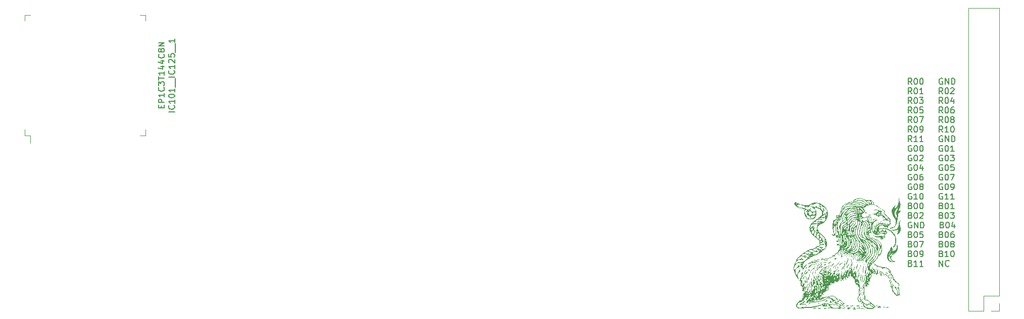
<source format=gbr>
G04 #@! TF.GenerationSoftware,KiCad,Pcbnew,7.0.7*
G04 #@! TF.CreationDate,2023-08-18T22:09:08-04:00*
G04 #@! TF.ProjectId,OpenAndromeda,4f70656e-416e-4647-926f-6d6564612e6b,rev?*
G04 #@! TF.SameCoordinates,Original*
G04 #@! TF.FileFunction,Legend,Top*
G04 #@! TF.FilePolarity,Positive*
%FSLAX46Y46*%
G04 Gerber Fmt 4.6, Leading zero omitted, Abs format (unit mm)*
G04 Created by KiCad (PCBNEW 7.0.7) date 2023-08-18 22:09:08*
%MOMM*%
%LPD*%
G01*
G04 APERTURE LIST*
%ADD10C,0.150000*%
%ADD11C,0.120000*%
G04 APERTURE END LIST*
D10*
X183008207Y-96579819D02*
X182674874Y-96103628D01*
X182436779Y-96579819D02*
X182436779Y-95579819D01*
X182436779Y-95579819D02*
X182817731Y-95579819D01*
X182817731Y-95579819D02*
X182912969Y-95627438D01*
X182912969Y-95627438D02*
X182960588Y-95675057D01*
X182960588Y-95675057D02*
X183008207Y-95770295D01*
X183008207Y-95770295D02*
X183008207Y-95913152D01*
X183008207Y-95913152D02*
X182960588Y-96008390D01*
X182960588Y-96008390D02*
X182912969Y-96056009D01*
X182912969Y-96056009D02*
X182817731Y-96103628D01*
X182817731Y-96103628D02*
X182436779Y-96103628D01*
X183627255Y-95579819D02*
X183722493Y-95579819D01*
X183722493Y-95579819D02*
X183817731Y-95627438D01*
X183817731Y-95627438D02*
X183865350Y-95675057D01*
X183865350Y-95675057D02*
X183912969Y-95770295D01*
X183912969Y-95770295D02*
X183960588Y-95960771D01*
X183960588Y-95960771D02*
X183960588Y-96198866D01*
X183960588Y-96198866D02*
X183912969Y-96389342D01*
X183912969Y-96389342D02*
X183865350Y-96484580D01*
X183865350Y-96484580D02*
X183817731Y-96532200D01*
X183817731Y-96532200D02*
X183722493Y-96579819D01*
X183722493Y-96579819D02*
X183627255Y-96579819D01*
X183627255Y-96579819D02*
X183532017Y-96532200D01*
X183532017Y-96532200D02*
X183484398Y-96484580D01*
X183484398Y-96484580D02*
X183436779Y-96389342D01*
X183436779Y-96389342D02*
X183389160Y-96198866D01*
X183389160Y-96198866D02*
X183389160Y-95960771D01*
X183389160Y-95960771D02*
X183436779Y-95770295D01*
X183436779Y-95770295D02*
X183484398Y-95675057D01*
X183484398Y-95675057D02*
X183532017Y-95627438D01*
X183532017Y-95627438D02*
X183627255Y-95579819D01*
X184579636Y-95579819D02*
X184674874Y-95579819D01*
X184674874Y-95579819D02*
X184770112Y-95627438D01*
X184770112Y-95627438D02*
X184817731Y-95675057D01*
X184817731Y-95675057D02*
X184865350Y-95770295D01*
X184865350Y-95770295D02*
X184912969Y-95960771D01*
X184912969Y-95960771D02*
X184912969Y-96198866D01*
X184912969Y-96198866D02*
X184865350Y-96389342D01*
X184865350Y-96389342D02*
X184817731Y-96484580D01*
X184817731Y-96484580D02*
X184770112Y-96532200D01*
X184770112Y-96532200D02*
X184674874Y-96579819D01*
X184674874Y-96579819D02*
X184579636Y-96579819D01*
X184579636Y-96579819D02*
X184484398Y-96532200D01*
X184484398Y-96532200D02*
X184436779Y-96484580D01*
X184436779Y-96484580D02*
X184389160Y-96389342D01*
X184389160Y-96389342D02*
X184341541Y-96198866D01*
X184341541Y-96198866D02*
X184341541Y-95960771D01*
X184341541Y-95960771D02*
X184389160Y-95770295D01*
X184389160Y-95770295D02*
X184436779Y-95675057D01*
X184436779Y-95675057D02*
X184484398Y-95627438D01*
X184484398Y-95627438D02*
X184579636Y-95579819D01*
X188151065Y-95627438D02*
X188055827Y-95579819D01*
X188055827Y-95579819D02*
X187912970Y-95579819D01*
X187912970Y-95579819D02*
X187770113Y-95627438D01*
X187770113Y-95627438D02*
X187674875Y-95722676D01*
X187674875Y-95722676D02*
X187627256Y-95817914D01*
X187627256Y-95817914D02*
X187579637Y-96008390D01*
X187579637Y-96008390D02*
X187579637Y-96151247D01*
X187579637Y-96151247D02*
X187627256Y-96341723D01*
X187627256Y-96341723D02*
X187674875Y-96436961D01*
X187674875Y-96436961D02*
X187770113Y-96532200D01*
X187770113Y-96532200D02*
X187912970Y-96579819D01*
X187912970Y-96579819D02*
X188008208Y-96579819D01*
X188008208Y-96579819D02*
X188151065Y-96532200D01*
X188151065Y-96532200D02*
X188198684Y-96484580D01*
X188198684Y-96484580D02*
X188198684Y-96151247D01*
X188198684Y-96151247D02*
X188008208Y-96151247D01*
X188627256Y-96579819D02*
X188627256Y-95579819D01*
X188627256Y-95579819D02*
X189198684Y-96579819D01*
X189198684Y-96579819D02*
X189198684Y-95579819D01*
X189674875Y-96579819D02*
X189674875Y-95579819D01*
X189674875Y-95579819D02*
X189912970Y-95579819D01*
X189912970Y-95579819D02*
X190055827Y-95627438D01*
X190055827Y-95627438D02*
X190151065Y-95722676D01*
X190151065Y-95722676D02*
X190198684Y-95817914D01*
X190198684Y-95817914D02*
X190246303Y-96008390D01*
X190246303Y-96008390D02*
X190246303Y-96151247D01*
X190246303Y-96151247D02*
X190198684Y-96341723D01*
X190198684Y-96341723D02*
X190151065Y-96436961D01*
X190151065Y-96436961D02*
X190055827Y-96532200D01*
X190055827Y-96532200D02*
X189912970Y-96579819D01*
X189912970Y-96579819D02*
X189674875Y-96579819D01*
X183008207Y-98189819D02*
X182674874Y-97713628D01*
X182436779Y-98189819D02*
X182436779Y-97189819D01*
X182436779Y-97189819D02*
X182817731Y-97189819D01*
X182817731Y-97189819D02*
X182912969Y-97237438D01*
X182912969Y-97237438D02*
X182960588Y-97285057D01*
X182960588Y-97285057D02*
X183008207Y-97380295D01*
X183008207Y-97380295D02*
X183008207Y-97523152D01*
X183008207Y-97523152D02*
X182960588Y-97618390D01*
X182960588Y-97618390D02*
X182912969Y-97666009D01*
X182912969Y-97666009D02*
X182817731Y-97713628D01*
X182817731Y-97713628D02*
X182436779Y-97713628D01*
X183627255Y-97189819D02*
X183722493Y-97189819D01*
X183722493Y-97189819D02*
X183817731Y-97237438D01*
X183817731Y-97237438D02*
X183865350Y-97285057D01*
X183865350Y-97285057D02*
X183912969Y-97380295D01*
X183912969Y-97380295D02*
X183960588Y-97570771D01*
X183960588Y-97570771D02*
X183960588Y-97808866D01*
X183960588Y-97808866D02*
X183912969Y-97999342D01*
X183912969Y-97999342D02*
X183865350Y-98094580D01*
X183865350Y-98094580D02*
X183817731Y-98142200D01*
X183817731Y-98142200D02*
X183722493Y-98189819D01*
X183722493Y-98189819D02*
X183627255Y-98189819D01*
X183627255Y-98189819D02*
X183532017Y-98142200D01*
X183532017Y-98142200D02*
X183484398Y-98094580D01*
X183484398Y-98094580D02*
X183436779Y-97999342D01*
X183436779Y-97999342D02*
X183389160Y-97808866D01*
X183389160Y-97808866D02*
X183389160Y-97570771D01*
X183389160Y-97570771D02*
X183436779Y-97380295D01*
X183436779Y-97380295D02*
X183484398Y-97285057D01*
X183484398Y-97285057D02*
X183532017Y-97237438D01*
X183532017Y-97237438D02*
X183627255Y-97189819D01*
X184912969Y-98189819D02*
X184341541Y-98189819D01*
X184627255Y-98189819D02*
X184627255Y-97189819D01*
X184627255Y-97189819D02*
X184532017Y-97332676D01*
X184532017Y-97332676D02*
X184436779Y-97427914D01*
X184436779Y-97427914D02*
X184341541Y-97475533D01*
X188198684Y-98189819D02*
X187865351Y-97713628D01*
X187627256Y-98189819D02*
X187627256Y-97189819D01*
X187627256Y-97189819D02*
X188008208Y-97189819D01*
X188008208Y-97189819D02*
X188103446Y-97237438D01*
X188103446Y-97237438D02*
X188151065Y-97285057D01*
X188151065Y-97285057D02*
X188198684Y-97380295D01*
X188198684Y-97380295D02*
X188198684Y-97523152D01*
X188198684Y-97523152D02*
X188151065Y-97618390D01*
X188151065Y-97618390D02*
X188103446Y-97666009D01*
X188103446Y-97666009D02*
X188008208Y-97713628D01*
X188008208Y-97713628D02*
X187627256Y-97713628D01*
X188817732Y-97189819D02*
X188912970Y-97189819D01*
X188912970Y-97189819D02*
X189008208Y-97237438D01*
X189008208Y-97237438D02*
X189055827Y-97285057D01*
X189055827Y-97285057D02*
X189103446Y-97380295D01*
X189103446Y-97380295D02*
X189151065Y-97570771D01*
X189151065Y-97570771D02*
X189151065Y-97808866D01*
X189151065Y-97808866D02*
X189103446Y-97999342D01*
X189103446Y-97999342D02*
X189055827Y-98094580D01*
X189055827Y-98094580D02*
X189008208Y-98142200D01*
X189008208Y-98142200D02*
X188912970Y-98189819D01*
X188912970Y-98189819D02*
X188817732Y-98189819D01*
X188817732Y-98189819D02*
X188722494Y-98142200D01*
X188722494Y-98142200D02*
X188674875Y-98094580D01*
X188674875Y-98094580D02*
X188627256Y-97999342D01*
X188627256Y-97999342D02*
X188579637Y-97808866D01*
X188579637Y-97808866D02*
X188579637Y-97570771D01*
X188579637Y-97570771D02*
X188627256Y-97380295D01*
X188627256Y-97380295D02*
X188674875Y-97285057D01*
X188674875Y-97285057D02*
X188722494Y-97237438D01*
X188722494Y-97237438D02*
X188817732Y-97189819D01*
X189532018Y-97285057D02*
X189579637Y-97237438D01*
X189579637Y-97237438D02*
X189674875Y-97189819D01*
X189674875Y-97189819D02*
X189912970Y-97189819D01*
X189912970Y-97189819D02*
X190008208Y-97237438D01*
X190008208Y-97237438D02*
X190055827Y-97285057D01*
X190055827Y-97285057D02*
X190103446Y-97380295D01*
X190103446Y-97380295D02*
X190103446Y-97475533D01*
X190103446Y-97475533D02*
X190055827Y-97618390D01*
X190055827Y-97618390D02*
X189484399Y-98189819D01*
X189484399Y-98189819D02*
X190103446Y-98189819D01*
X183008207Y-99799819D02*
X182674874Y-99323628D01*
X182436779Y-99799819D02*
X182436779Y-98799819D01*
X182436779Y-98799819D02*
X182817731Y-98799819D01*
X182817731Y-98799819D02*
X182912969Y-98847438D01*
X182912969Y-98847438D02*
X182960588Y-98895057D01*
X182960588Y-98895057D02*
X183008207Y-98990295D01*
X183008207Y-98990295D02*
X183008207Y-99133152D01*
X183008207Y-99133152D02*
X182960588Y-99228390D01*
X182960588Y-99228390D02*
X182912969Y-99276009D01*
X182912969Y-99276009D02*
X182817731Y-99323628D01*
X182817731Y-99323628D02*
X182436779Y-99323628D01*
X183627255Y-98799819D02*
X183722493Y-98799819D01*
X183722493Y-98799819D02*
X183817731Y-98847438D01*
X183817731Y-98847438D02*
X183865350Y-98895057D01*
X183865350Y-98895057D02*
X183912969Y-98990295D01*
X183912969Y-98990295D02*
X183960588Y-99180771D01*
X183960588Y-99180771D02*
X183960588Y-99418866D01*
X183960588Y-99418866D02*
X183912969Y-99609342D01*
X183912969Y-99609342D02*
X183865350Y-99704580D01*
X183865350Y-99704580D02*
X183817731Y-99752200D01*
X183817731Y-99752200D02*
X183722493Y-99799819D01*
X183722493Y-99799819D02*
X183627255Y-99799819D01*
X183627255Y-99799819D02*
X183532017Y-99752200D01*
X183532017Y-99752200D02*
X183484398Y-99704580D01*
X183484398Y-99704580D02*
X183436779Y-99609342D01*
X183436779Y-99609342D02*
X183389160Y-99418866D01*
X183389160Y-99418866D02*
X183389160Y-99180771D01*
X183389160Y-99180771D02*
X183436779Y-98990295D01*
X183436779Y-98990295D02*
X183484398Y-98895057D01*
X183484398Y-98895057D02*
X183532017Y-98847438D01*
X183532017Y-98847438D02*
X183627255Y-98799819D01*
X184293922Y-98799819D02*
X184912969Y-98799819D01*
X184912969Y-98799819D02*
X184579636Y-99180771D01*
X184579636Y-99180771D02*
X184722493Y-99180771D01*
X184722493Y-99180771D02*
X184817731Y-99228390D01*
X184817731Y-99228390D02*
X184865350Y-99276009D01*
X184865350Y-99276009D02*
X184912969Y-99371247D01*
X184912969Y-99371247D02*
X184912969Y-99609342D01*
X184912969Y-99609342D02*
X184865350Y-99704580D01*
X184865350Y-99704580D02*
X184817731Y-99752200D01*
X184817731Y-99752200D02*
X184722493Y-99799819D01*
X184722493Y-99799819D02*
X184436779Y-99799819D01*
X184436779Y-99799819D02*
X184341541Y-99752200D01*
X184341541Y-99752200D02*
X184293922Y-99704580D01*
X188198684Y-99799819D02*
X187865351Y-99323628D01*
X187627256Y-99799819D02*
X187627256Y-98799819D01*
X187627256Y-98799819D02*
X188008208Y-98799819D01*
X188008208Y-98799819D02*
X188103446Y-98847438D01*
X188103446Y-98847438D02*
X188151065Y-98895057D01*
X188151065Y-98895057D02*
X188198684Y-98990295D01*
X188198684Y-98990295D02*
X188198684Y-99133152D01*
X188198684Y-99133152D02*
X188151065Y-99228390D01*
X188151065Y-99228390D02*
X188103446Y-99276009D01*
X188103446Y-99276009D02*
X188008208Y-99323628D01*
X188008208Y-99323628D02*
X187627256Y-99323628D01*
X188817732Y-98799819D02*
X188912970Y-98799819D01*
X188912970Y-98799819D02*
X189008208Y-98847438D01*
X189008208Y-98847438D02*
X189055827Y-98895057D01*
X189055827Y-98895057D02*
X189103446Y-98990295D01*
X189103446Y-98990295D02*
X189151065Y-99180771D01*
X189151065Y-99180771D02*
X189151065Y-99418866D01*
X189151065Y-99418866D02*
X189103446Y-99609342D01*
X189103446Y-99609342D02*
X189055827Y-99704580D01*
X189055827Y-99704580D02*
X189008208Y-99752200D01*
X189008208Y-99752200D02*
X188912970Y-99799819D01*
X188912970Y-99799819D02*
X188817732Y-99799819D01*
X188817732Y-99799819D02*
X188722494Y-99752200D01*
X188722494Y-99752200D02*
X188674875Y-99704580D01*
X188674875Y-99704580D02*
X188627256Y-99609342D01*
X188627256Y-99609342D02*
X188579637Y-99418866D01*
X188579637Y-99418866D02*
X188579637Y-99180771D01*
X188579637Y-99180771D02*
X188627256Y-98990295D01*
X188627256Y-98990295D02*
X188674875Y-98895057D01*
X188674875Y-98895057D02*
X188722494Y-98847438D01*
X188722494Y-98847438D02*
X188817732Y-98799819D01*
X190008208Y-99133152D02*
X190008208Y-99799819D01*
X189770113Y-98752200D02*
X189532018Y-99466485D01*
X189532018Y-99466485D02*
X190151065Y-99466485D01*
X183008207Y-101409819D02*
X182674874Y-100933628D01*
X182436779Y-101409819D02*
X182436779Y-100409819D01*
X182436779Y-100409819D02*
X182817731Y-100409819D01*
X182817731Y-100409819D02*
X182912969Y-100457438D01*
X182912969Y-100457438D02*
X182960588Y-100505057D01*
X182960588Y-100505057D02*
X183008207Y-100600295D01*
X183008207Y-100600295D02*
X183008207Y-100743152D01*
X183008207Y-100743152D02*
X182960588Y-100838390D01*
X182960588Y-100838390D02*
X182912969Y-100886009D01*
X182912969Y-100886009D02*
X182817731Y-100933628D01*
X182817731Y-100933628D02*
X182436779Y-100933628D01*
X183627255Y-100409819D02*
X183722493Y-100409819D01*
X183722493Y-100409819D02*
X183817731Y-100457438D01*
X183817731Y-100457438D02*
X183865350Y-100505057D01*
X183865350Y-100505057D02*
X183912969Y-100600295D01*
X183912969Y-100600295D02*
X183960588Y-100790771D01*
X183960588Y-100790771D02*
X183960588Y-101028866D01*
X183960588Y-101028866D02*
X183912969Y-101219342D01*
X183912969Y-101219342D02*
X183865350Y-101314580D01*
X183865350Y-101314580D02*
X183817731Y-101362200D01*
X183817731Y-101362200D02*
X183722493Y-101409819D01*
X183722493Y-101409819D02*
X183627255Y-101409819D01*
X183627255Y-101409819D02*
X183532017Y-101362200D01*
X183532017Y-101362200D02*
X183484398Y-101314580D01*
X183484398Y-101314580D02*
X183436779Y-101219342D01*
X183436779Y-101219342D02*
X183389160Y-101028866D01*
X183389160Y-101028866D02*
X183389160Y-100790771D01*
X183389160Y-100790771D02*
X183436779Y-100600295D01*
X183436779Y-100600295D02*
X183484398Y-100505057D01*
X183484398Y-100505057D02*
X183532017Y-100457438D01*
X183532017Y-100457438D02*
X183627255Y-100409819D01*
X184865350Y-100409819D02*
X184389160Y-100409819D01*
X184389160Y-100409819D02*
X184341541Y-100886009D01*
X184341541Y-100886009D02*
X184389160Y-100838390D01*
X184389160Y-100838390D02*
X184484398Y-100790771D01*
X184484398Y-100790771D02*
X184722493Y-100790771D01*
X184722493Y-100790771D02*
X184817731Y-100838390D01*
X184817731Y-100838390D02*
X184865350Y-100886009D01*
X184865350Y-100886009D02*
X184912969Y-100981247D01*
X184912969Y-100981247D02*
X184912969Y-101219342D01*
X184912969Y-101219342D02*
X184865350Y-101314580D01*
X184865350Y-101314580D02*
X184817731Y-101362200D01*
X184817731Y-101362200D02*
X184722493Y-101409819D01*
X184722493Y-101409819D02*
X184484398Y-101409819D01*
X184484398Y-101409819D02*
X184389160Y-101362200D01*
X184389160Y-101362200D02*
X184341541Y-101314580D01*
X188198684Y-101409819D02*
X187865351Y-100933628D01*
X187627256Y-101409819D02*
X187627256Y-100409819D01*
X187627256Y-100409819D02*
X188008208Y-100409819D01*
X188008208Y-100409819D02*
X188103446Y-100457438D01*
X188103446Y-100457438D02*
X188151065Y-100505057D01*
X188151065Y-100505057D02*
X188198684Y-100600295D01*
X188198684Y-100600295D02*
X188198684Y-100743152D01*
X188198684Y-100743152D02*
X188151065Y-100838390D01*
X188151065Y-100838390D02*
X188103446Y-100886009D01*
X188103446Y-100886009D02*
X188008208Y-100933628D01*
X188008208Y-100933628D02*
X187627256Y-100933628D01*
X188817732Y-100409819D02*
X188912970Y-100409819D01*
X188912970Y-100409819D02*
X189008208Y-100457438D01*
X189008208Y-100457438D02*
X189055827Y-100505057D01*
X189055827Y-100505057D02*
X189103446Y-100600295D01*
X189103446Y-100600295D02*
X189151065Y-100790771D01*
X189151065Y-100790771D02*
X189151065Y-101028866D01*
X189151065Y-101028866D02*
X189103446Y-101219342D01*
X189103446Y-101219342D02*
X189055827Y-101314580D01*
X189055827Y-101314580D02*
X189008208Y-101362200D01*
X189008208Y-101362200D02*
X188912970Y-101409819D01*
X188912970Y-101409819D02*
X188817732Y-101409819D01*
X188817732Y-101409819D02*
X188722494Y-101362200D01*
X188722494Y-101362200D02*
X188674875Y-101314580D01*
X188674875Y-101314580D02*
X188627256Y-101219342D01*
X188627256Y-101219342D02*
X188579637Y-101028866D01*
X188579637Y-101028866D02*
X188579637Y-100790771D01*
X188579637Y-100790771D02*
X188627256Y-100600295D01*
X188627256Y-100600295D02*
X188674875Y-100505057D01*
X188674875Y-100505057D02*
X188722494Y-100457438D01*
X188722494Y-100457438D02*
X188817732Y-100409819D01*
X190008208Y-100409819D02*
X189817732Y-100409819D01*
X189817732Y-100409819D02*
X189722494Y-100457438D01*
X189722494Y-100457438D02*
X189674875Y-100505057D01*
X189674875Y-100505057D02*
X189579637Y-100647914D01*
X189579637Y-100647914D02*
X189532018Y-100838390D01*
X189532018Y-100838390D02*
X189532018Y-101219342D01*
X189532018Y-101219342D02*
X189579637Y-101314580D01*
X189579637Y-101314580D02*
X189627256Y-101362200D01*
X189627256Y-101362200D02*
X189722494Y-101409819D01*
X189722494Y-101409819D02*
X189912970Y-101409819D01*
X189912970Y-101409819D02*
X190008208Y-101362200D01*
X190008208Y-101362200D02*
X190055827Y-101314580D01*
X190055827Y-101314580D02*
X190103446Y-101219342D01*
X190103446Y-101219342D02*
X190103446Y-100981247D01*
X190103446Y-100981247D02*
X190055827Y-100886009D01*
X190055827Y-100886009D02*
X190008208Y-100838390D01*
X190008208Y-100838390D02*
X189912970Y-100790771D01*
X189912970Y-100790771D02*
X189722494Y-100790771D01*
X189722494Y-100790771D02*
X189627256Y-100838390D01*
X189627256Y-100838390D02*
X189579637Y-100886009D01*
X189579637Y-100886009D02*
X189532018Y-100981247D01*
X183008207Y-103019819D02*
X182674874Y-102543628D01*
X182436779Y-103019819D02*
X182436779Y-102019819D01*
X182436779Y-102019819D02*
X182817731Y-102019819D01*
X182817731Y-102019819D02*
X182912969Y-102067438D01*
X182912969Y-102067438D02*
X182960588Y-102115057D01*
X182960588Y-102115057D02*
X183008207Y-102210295D01*
X183008207Y-102210295D02*
X183008207Y-102353152D01*
X183008207Y-102353152D02*
X182960588Y-102448390D01*
X182960588Y-102448390D02*
X182912969Y-102496009D01*
X182912969Y-102496009D02*
X182817731Y-102543628D01*
X182817731Y-102543628D02*
X182436779Y-102543628D01*
X183627255Y-102019819D02*
X183722493Y-102019819D01*
X183722493Y-102019819D02*
X183817731Y-102067438D01*
X183817731Y-102067438D02*
X183865350Y-102115057D01*
X183865350Y-102115057D02*
X183912969Y-102210295D01*
X183912969Y-102210295D02*
X183960588Y-102400771D01*
X183960588Y-102400771D02*
X183960588Y-102638866D01*
X183960588Y-102638866D02*
X183912969Y-102829342D01*
X183912969Y-102829342D02*
X183865350Y-102924580D01*
X183865350Y-102924580D02*
X183817731Y-102972200D01*
X183817731Y-102972200D02*
X183722493Y-103019819D01*
X183722493Y-103019819D02*
X183627255Y-103019819D01*
X183627255Y-103019819D02*
X183532017Y-102972200D01*
X183532017Y-102972200D02*
X183484398Y-102924580D01*
X183484398Y-102924580D02*
X183436779Y-102829342D01*
X183436779Y-102829342D02*
X183389160Y-102638866D01*
X183389160Y-102638866D02*
X183389160Y-102400771D01*
X183389160Y-102400771D02*
X183436779Y-102210295D01*
X183436779Y-102210295D02*
X183484398Y-102115057D01*
X183484398Y-102115057D02*
X183532017Y-102067438D01*
X183532017Y-102067438D02*
X183627255Y-102019819D01*
X184293922Y-102019819D02*
X184960588Y-102019819D01*
X184960588Y-102019819D02*
X184532017Y-103019819D01*
X188198684Y-103019819D02*
X187865351Y-102543628D01*
X187627256Y-103019819D02*
X187627256Y-102019819D01*
X187627256Y-102019819D02*
X188008208Y-102019819D01*
X188008208Y-102019819D02*
X188103446Y-102067438D01*
X188103446Y-102067438D02*
X188151065Y-102115057D01*
X188151065Y-102115057D02*
X188198684Y-102210295D01*
X188198684Y-102210295D02*
X188198684Y-102353152D01*
X188198684Y-102353152D02*
X188151065Y-102448390D01*
X188151065Y-102448390D02*
X188103446Y-102496009D01*
X188103446Y-102496009D02*
X188008208Y-102543628D01*
X188008208Y-102543628D02*
X187627256Y-102543628D01*
X188817732Y-102019819D02*
X188912970Y-102019819D01*
X188912970Y-102019819D02*
X189008208Y-102067438D01*
X189008208Y-102067438D02*
X189055827Y-102115057D01*
X189055827Y-102115057D02*
X189103446Y-102210295D01*
X189103446Y-102210295D02*
X189151065Y-102400771D01*
X189151065Y-102400771D02*
X189151065Y-102638866D01*
X189151065Y-102638866D02*
X189103446Y-102829342D01*
X189103446Y-102829342D02*
X189055827Y-102924580D01*
X189055827Y-102924580D02*
X189008208Y-102972200D01*
X189008208Y-102972200D02*
X188912970Y-103019819D01*
X188912970Y-103019819D02*
X188817732Y-103019819D01*
X188817732Y-103019819D02*
X188722494Y-102972200D01*
X188722494Y-102972200D02*
X188674875Y-102924580D01*
X188674875Y-102924580D02*
X188627256Y-102829342D01*
X188627256Y-102829342D02*
X188579637Y-102638866D01*
X188579637Y-102638866D02*
X188579637Y-102400771D01*
X188579637Y-102400771D02*
X188627256Y-102210295D01*
X188627256Y-102210295D02*
X188674875Y-102115057D01*
X188674875Y-102115057D02*
X188722494Y-102067438D01*
X188722494Y-102067438D02*
X188817732Y-102019819D01*
X189722494Y-102448390D02*
X189627256Y-102400771D01*
X189627256Y-102400771D02*
X189579637Y-102353152D01*
X189579637Y-102353152D02*
X189532018Y-102257914D01*
X189532018Y-102257914D02*
X189532018Y-102210295D01*
X189532018Y-102210295D02*
X189579637Y-102115057D01*
X189579637Y-102115057D02*
X189627256Y-102067438D01*
X189627256Y-102067438D02*
X189722494Y-102019819D01*
X189722494Y-102019819D02*
X189912970Y-102019819D01*
X189912970Y-102019819D02*
X190008208Y-102067438D01*
X190008208Y-102067438D02*
X190055827Y-102115057D01*
X190055827Y-102115057D02*
X190103446Y-102210295D01*
X190103446Y-102210295D02*
X190103446Y-102257914D01*
X190103446Y-102257914D02*
X190055827Y-102353152D01*
X190055827Y-102353152D02*
X190008208Y-102400771D01*
X190008208Y-102400771D02*
X189912970Y-102448390D01*
X189912970Y-102448390D02*
X189722494Y-102448390D01*
X189722494Y-102448390D02*
X189627256Y-102496009D01*
X189627256Y-102496009D02*
X189579637Y-102543628D01*
X189579637Y-102543628D02*
X189532018Y-102638866D01*
X189532018Y-102638866D02*
X189532018Y-102829342D01*
X189532018Y-102829342D02*
X189579637Y-102924580D01*
X189579637Y-102924580D02*
X189627256Y-102972200D01*
X189627256Y-102972200D02*
X189722494Y-103019819D01*
X189722494Y-103019819D02*
X189912970Y-103019819D01*
X189912970Y-103019819D02*
X190008208Y-102972200D01*
X190008208Y-102972200D02*
X190055827Y-102924580D01*
X190055827Y-102924580D02*
X190103446Y-102829342D01*
X190103446Y-102829342D02*
X190103446Y-102638866D01*
X190103446Y-102638866D02*
X190055827Y-102543628D01*
X190055827Y-102543628D02*
X190008208Y-102496009D01*
X190008208Y-102496009D02*
X189912970Y-102448390D01*
X183008207Y-104629819D02*
X182674874Y-104153628D01*
X182436779Y-104629819D02*
X182436779Y-103629819D01*
X182436779Y-103629819D02*
X182817731Y-103629819D01*
X182817731Y-103629819D02*
X182912969Y-103677438D01*
X182912969Y-103677438D02*
X182960588Y-103725057D01*
X182960588Y-103725057D02*
X183008207Y-103820295D01*
X183008207Y-103820295D02*
X183008207Y-103963152D01*
X183008207Y-103963152D02*
X182960588Y-104058390D01*
X182960588Y-104058390D02*
X182912969Y-104106009D01*
X182912969Y-104106009D02*
X182817731Y-104153628D01*
X182817731Y-104153628D02*
X182436779Y-104153628D01*
X183627255Y-103629819D02*
X183722493Y-103629819D01*
X183722493Y-103629819D02*
X183817731Y-103677438D01*
X183817731Y-103677438D02*
X183865350Y-103725057D01*
X183865350Y-103725057D02*
X183912969Y-103820295D01*
X183912969Y-103820295D02*
X183960588Y-104010771D01*
X183960588Y-104010771D02*
X183960588Y-104248866D01*
X183960588Y-104248866D02*
X183912969Y-104439342D01*
X183912969Y-104439342D02*
X183865350Y-104534580D01*
X183865350Y-104534580D02*
X183817731Y-104582200D01*
X183817731Y-104582200D02*
X183722493Y-104629819D01*
X183722493Y-104629819D02*
X183627255Y-104629819D01*
X183627255Y-104629819D02*
X183532017Y-104582200D01*
X183532017Y-104582200D02*
X183484398Y-104534580D01*
X183484398Y-104534580D02*
X183436779Y-104439342D01*
X183436779Y-104439342D02*
X183389160Y-104248866D01*
X183389160Y-104248866D02*
X183389160Y-104010771D01*
X183389160Y-104010771D02*
X183436779Y-103820295D01*
X183436779Y-103820295D02*
X183484398Y-103725057D01*
X183484398Y-103725057D02*
X183532017Y-103677438D01*
X183532017Y-103677438D02*
X183627255Y-103629819D01*
X184436779Y-104629819D02*
X184627255Y-104629819D01*
X184627255Y-104629819D02*
X184722493Y-104582200D01*
X184722493Y-104582200D02*
X184770112Y-104534580D01*
X184770112Y-104534580D02*
X184865350Y-104391723D01*
X184865350Y-104391723D02*
X184912969Y-104201247D01*
X184912969Y-104201247D02*
X184912969Y-103820295D01*
X184912969Y-103820295D02*
X184865350Y-103725057D01*
X184865350Y-103725057D02*
X184817731Y-103677438D01*
X184817731Y-103677438D02*
X184722493Y-103629819D01*
X184722493Y-103629819D02*
X184532017Y-103629819D01*
X184532017Y-103629819D02*
X184436779Y-103677438D01*
X184436779Y-103677438D02*
X184389160Y-103725057D01*
X184389160Y-103725057D02*
X184341541Y-103820295D01*
X184341541Y-103820295D02*
X184341541Y-104058390D01*
X184341541Y-104058390D02*
X184389160Y-104153628D01*
X184389160Y-104153628D02*
X184436779Y-104201247D01*
X184436779Y-104201247D02*
X184532017Y-104248866D01*
X184532017Y-104248866D02*
X184722493Y-104248866D01*
X184722493Y-104248866D02*
X184817731Y-104201247D01*
X184817731Y-104201247D02*
X184865350Y-104153628D01*
X184865350Y-104153628D02*
X184912969Y-104058390D01*
X188198684Y-104629819D02*
X187865351Y-104153628D01*
X187627256Y-104629819D02*
X187627256Y-103629819D01*
X187627256Y-103629819D02*
X188008208Y-103629819D01*
X188008208Y-103629819D02*
X188103446Y-103677438D01*
X188103446Y-103677438D02*
X188151065Y-103725057D01*
X188151065Y-103725057D02*
X188198684Y-103820295D01*
X188198684Y-103820295D02*
X188198684Y-103963152D01*
X188198684Y-103963152D02*
X188151065Y-104058390D01*
X188151065Y-104058390D02*
X188103446Y-104106009D01*
X188103446Y-104106009D02*
X188008208Y-104153628D01*
X188008208Y-104153628D02*
X187627256Y-104153628D01*
X189151065Y-104629819D02*
X188579637Y-104629819D01*
X188865351Y-104629819D02*
X188865351Y-103629819D01*
X188865351Y-103629819D02*
X188770113Y-103772676D01*
X188770113Y-103772676D02*
X188674875Y-103867914D01*
X188674875Y-103867914D02*
X188579637Y-103915533D01*
X189770113Y-103629819D02*
X189865351Y-103629819D01*
X189865351Y-103629819D02*
X189960589Y-103677438D01*
X189960589Y-103677438D02*
X190008208Y-103725057D01*
X190008208Y-103725057D02*
X190055827Y-103820295D01*
X190055827Y-103820295D02*
X190103446Y-104010771D01*
X190103446Y-104010771D02*
X190103446Y-104248866D01*
X190103446Y-104248866D02*
X190055827Y-104439342D01*
X190055827Y-104439342D02*
X190008208Y-104534580D01*
X190008208Y-104534580D02*
X189960589Y-104582200D01*
X189960589Y-104582200D02*
X189865351Y-104629819D01*
X189865351Y-104629819D02*
X189770113Y-104629819D01*
X189770113Y-104629819D02*
X189674875Y-104582200D01*
X189674875Y-104582200D02*
X189627256Y-104534580D01*
X189627256Y-104534580D02*
X189579637Y-104439342D01*
X189579637Y-104439342D02*
X189532018Y-104248866D01*
X189532018Y-104248866D02*
X189532018Y-104010771D01*
X189532018Y-104010771D02*
X189579637Y-103820295D01*
X189579637Y-103820295D02*
X189627256Y-103725057D01*
X189627256Y-103725057D02*
X189674875Y-103677438D01*
X189674875Y-103677438D02*
X189770113Y-103629819D01*
X183008207Y-106239819D02*
X182674874Y-105763628D01*
X182436779Y-106239819D02*
X182436779Y-105239819D01*
X182436779Y-105239819D02*
X182817731Y-105239819D01*
X182817731Y-105239819D02*
X182912969Y-105287438D01*
X182912969Y-105287438D02*
X182960588Y-105335057D01*
X182960588Y-105335057D02*
X183008207Y-105430295D01*
X183008207Y-105430295D02*
X183008207Y-105573152D01*
X183008207Y-105573152D02*
X182960588Y-105668390D01*
X182960588Y-105668390D02*
X182912969Y-105716009D01*
X182912969Y-105716009D02*
X182817731Y-105763628D01*
X182817731Y-105763628D02*
X182436779Y-105763628D01*
X183960588Y-106239819D02*
X183389160Y-106239819D01*
X183674874Y-106239819D02*
X183674874Y-105239819D01*
X183674874Y-105239819D02*
X183579636Y-105382676D01*
X183579636Y-105382676D02*
X183484398Y-105477914D01*
X183484398Y-105477914D02*
X183389160Y-105525533D01*
X184912969Y-106239819D02*
X184341541Y-106239819D01*
X184627255Y-106239819D02*
X184627255Y-105239819D01*
X184627255Y-105239819D02*
X184532017Y-105382676D01*
X184532017Y-105382676D02*
X184436779Y-105477914D01*
X184436779Y-105477914D02*
X184341541Y-105525533D01*
X188151065Y-105287438D02*
X188055827Y-105239819D01*
X188055827Y-105239819D02*
X187912970Y-105239819D01*
X187912970Y-105239819D02*
X187770113Y-105287438D01*
X187770113Y-105287438D02*
X187674875Y-105382676D01*
X187674875Y-105382676D02*
X187627256Y-105477914D01*
X187627256Y-105477914D02*
X187579637Y-105668390D01*
X187579637Y-105668390D02*
X187579637Y-105811247D01*
X187579637Y-105811247D02*
X187627256Y-106001723D01*
X187627256Y-106001723D02*
X187674875Y-106096961D01*
X187674875Y-106096961D02*
X187770113Y-106192200D01*
X187770113Y-106192200D02*
X187912970Y-106239819D01*
X187912970Y-106239819D02*
X188008208Y-106239819D01*
X188008208Y-106239819D02*
X188151065Y-106192200D01*
X188151065Y-106192200D02*
X188198684Y-106144580D01*
X188198684Y-106144580D02*
X188198684Y-105811247D01*
X188198684Y-105811247D02*
X188008208Y-105811247D01*
X188627256Y-106239819D02*
X188627256Y-105239819D01*
X188627256Y-105239819D02*
X189198684Y-106239819D01*
X189198684Y-106239819D02*
X189198684Y-105239819D01*
X189674875Y-106239819D02*
X189674875Y-105239819D01*
X189674875Y-105239819D02*
X189912970Y-105239819D01*
X189912970Y-105239819D02*
X190055827Y-105287438D01*
X190055827Y-105287438D02*
X190151065Y-105382676D01*
X190151065Y-105382676D02*
X190198684Y-105477914D01*
X190198684Y-105477914D02*
X190246303Y-105668390D01*
X190246303Y-105668390D02*
X190246303Y-105811247D01*
X190246303Y-105811247D02*
X190198684Y-106001723D01*
X190198684Y-106001723D02*
X190151065Y-106096961D01*
X190151065Y-106096961D02*
X190055827Y-106192200D01*
X190055827Y-106192200D02*
X189912970Y-106239819D01*
X189912970Y-106239819D02*
X189674875Y-106239819D01*
X182960588Y-106897438D02*
X182865350Y-106849819D01*
X182865350Y-106849819D02*
X182722493Y-106849819D01*
X182722493Y-106849819D02*
X182579636Y-106897438D01*
X182579636Y-106897438D02*
X182484398Y-106992676D01*
X182484398Y-106992676D02*
X182436779Y-107087914D01*
X182436779Y-107087914D02*
X182389160Y-107278390D01*
X182389160Y-107278390D02*
X182389160Y-107421247D01*
X182389160Y-107421247D02*
X182436779Y-107611723D01*
X182436779Y-107611723D02*
X182484398Y-107706961D01*
X182484398Y-107706961D02*
X182579636Y-107802200D01*
X182579636Y-107802200D02*
X182722493Y-107849819D01*
X182722493Y-107849819D02*
X182817731Y-107849819D01*
X182817731Y-107849819D02*
X182960588Y-107802200D01*
X182960588Y-107802200D02*
X183008207Y-107754580D01*
X183008207Y-107754580D02*
X183008207Y-107421247D01*
X183008207Y-107421247D02*
X182817731Y-107421247D01*
X183627255Y-106849819D02*
X183722493Y-106849819D01*
X183722493Y-106849819D02*
X183817731Y-106897438D01*
X183817731Y-106897438D02*
X183865350Y-106945057D01*
X183865350Y-106945057D02*
X183912969Y-107040295D01*
X183912969Y-107040295D02*
X183960588Y-107230771D01*
X183960588Y-107230771D02*
X183960588Y-107468866D01*
X183960588Y-107468866D02*
X183912969Y-107659342D01*
X183912969Y-107659342D02*
X183865350Y-107754580D01*
X183865350Y-107754580D02*
X183817731Y-107802200D01*
X183817731Y-107802200D02*
X183722493Y-107849819D01*
X183722493Y-107849819D02*
X183627255Y-107849819D01*
X183627255Y-107849819D02*
X183532017Y-107802200D01*
X183532017Y-107802200D02*
X183484398Y-107754580D01*
X183484398Y-107754580D02*
X183436779Y-107659342D01*
X183436779Y-107659342D02*
X183389160Y-107468866D01*
X183389160Y-107468866D02*
X183389160Y-107230771D01*
X183389160Y-107230771D02*
X183436779Y-107040295D01*
X183436779Y-107040295D02*
X183484398Y-106945057D01*
X183484398Y-106945057D02*
X183532017Y-106897438D01*
X183532017Y-106897438D02*
X183627255Y-106849819D01*
X184579636Y-106849819D02*
X184674874Y-106849819D01*
X184674874Y-106849819D02*
X184770112Y-106897438D01*
X184770112Y-106897438D02*
X184817731Y-106945057D01*
X184817731Y-106945057D02*
X184865350Y-107040295D01*
X184865350Y-107040295D02*
X184912969Y-107230771D01*
X184912969Y-107230771D02*
X184912969Y-107468866D01*
X184912969Y-107468866D02*
X184865350Y-107659342D01*
X184865350Y-107659342D02*
X184817731Y-107754580D01*
X184817731Y-107754580D02*
X184770112Y-107802200D01*
X184770112Y-107802200D02*
X184674874Y-107849819D01*
X184674874Y-107849819D02*
X184579636Y-107849819D01*
X184579636Y-107849819D02*
X184484398Y-107802200D01*
X184484398Y-107802200D02*
X184436779Y-107754580D01*
X184436779Y-107754580D02*
X184389160Y-107659342D01*
X184389160Y-107659342D02*
X184341541Y-107468866D01*
X184341541Y-107468866D02*
X184341541Y-107230771D01*
X184341541Y-107230771D02*
X184389160Y-107040295D01*
X184389160Y-107040295D02*
X184436779Y-106945057D01*
X184436779Y-106945057D02*
X184484398Y-106897438D01*
X184484398Y-106897438D02*
X184579636Y-106849819D01*
X188151065Y-106897438D02*
X188055827Y-106849819D01*
X188055827Y-106849819D02*
X187912970Y-106849819D01*
X187912970Y-106849819D02*
X187770113Y-106897438D01*
X187770113Y-106897438D02*
X187674875Y-106992676D01*
X187674875Y-106992676D02*
X187627256Y-107087914D01*
X187627256Y-107087914D02*
X187579637Y-107278390D01*
X187579637Y-107278390D02*
X187579637Y-107421247D01*
X187579637Y-107421247D02*
X187627256Y-107611723D01*
X187627256Y-107611723D02*
X187674875Y-107706961D01*
X187674875Y-107706961D02*
X187770113Y-107802200D01*
X187770113Y-107802200D02*
X187912970Y-107849819D01*
X187912970Y-107849819D02*
X188008208Y-107849819D01*
X188008208Y-107849819D02*
X188151065Y-107802200D01*
X188151065Y-107802200D02*
X188198684Y-107754580D01*
X188198684Y-107754580D02*
X188198684Y-107421247D01*
X188198684Y-107421247D02*
X188008208Y-107421247D01*
X188817732Y-106849819D02*
X188912970Y-106849819D01*
X188912970Y-106849819D02*
X189008208Y-106897438D01*
X189008208Y-106897438D02*
X189055827Y-106945057D01*
X189055827Y-106945057D02*
X189103446Y-107040295D01*
X189103446Y-107040295D02*
X189151065Y-107230771D01*
X189151065Y-107230771D02*
X189151065Y-107468866D01*
X189151065Y-107468866D02*
X189103446Y-107659342D01*
X189103446Y-107659342D02*
X189055827Y-107754580D01*
X189055827Y-107754580D02*
X189008208Y-107802200D01*
X189008208Y-107802200D02*
X188912970Y-107849819D01*
X188912970Y-107849819D02*
X188817732Y-107849819D01*
X188817732Y-107849819D02*
X188722494Y-107802200D01*
X188722494Y-107802200D02*
X188674875Y-107754580D01*
X188674875Y-107754580D02*
X188627256Y-107659342D01*
X188627256Y-107659342D02*
X188579637Y-107468866D01*
X188579637Y-107468866D02*
X188579637Y-107230771D01*
X188579637Y-107230771D02*
X188627256Y-107040295D01*
X188627256Y-107040295D02*
X188674875Y-106945057D01*
X188674875Y-106945057D02*
X188722494Y-106897438D01*
X188722494Y-106897438D02*
X188817732Y-106849819D01*
X190103446Y-107849819D02*
X189532018Y-107849819D01*
X189817732Y-107849819D02*
X189817732Y-106849819D01*
X189817732Y-106849819D02*
X189722494Y-106992676D01*
X189722494Y-106992676D02*
X189627256Y-107087914D01*
X189627256Y-107087914D02*
X189532018Y-107135533D01*
X182960588Y-108507438D02*
X182865350Y-108459819D01*
X182865350Y-108459819D02*
X182722493Y-108459819D01*
X182722493Y-108459819D02*
X182579636Y-108507438D01*
X182579636Y-108507438D02*
X182484398Y-108602676D01*
X182484398Y-108602676D02*
X182436779Y-108697914D01*
X182436779Y-108697914D02*
X182389160Y-108888390D01*
X182389160Y-108888390D02*
X182389160Y-109031247D01*
X182389160Y-109031247D02*
X182436779Y-109221723D01*
X182436779Y-109221723D02*
X182484398Y-109316961D01*
X182484398Y-109316961D02*
X182579636Y-109412200D01*
X182579636Y-109412200D02*
X182722493Y-109459819D01*
X182722493Y-109459819D02*
X182817731Y-109459819D01*
X182817731Y-109459819D02*
X182960588Y-109412200D01*
X182960588Y-109412200D02*
X183008207Y-109364580D01*
X183008207Y-109364580D02*
X183008207Y-109031247D01*
X183008207Y-109031247D02*
X182817731Y-109031247D01*
X183627255Y-108459819D02*
X183722493Y-108459819D01*
X183722493Y-108459819D02*
X183817731Y-108507438D01*
X183817731Y-108507438D02*
X183865350Y-108555057D01*
X183865350Y-108555057D02*
X183912969Y-108650295D01*
X183912969Y-108650295D02*
X183960588Y-108840771D01*
X183960588Y-108840771D02*
X183960588Y-109078866D01*
X183960588Y-109078866D02*
X183912969Y-109269342D01*
X183912969Y-109269342D02*
X183865350Y-109364580D01*
X183865350Y-109364580D02*
X183817731Y-109412200D01*
X183817731Y-109412200D02*
X183722493Y-109459819D01*
X183722493Y-109459819D02*
X183627255Y-109459819D01*
X183627255Y-109459819D02*
X183532017Y-109412200D01*
X183532017Y-109412200D02*
X183484398Y-109364580D01*
X183484398Y-109364580D02*
X183436779Y-109269342D01*
X183436779Y-109269342D02*
X183389160Y-109078866D01*
X183389160Y-109078866D02*
X183389160Y-108840771D01*
X183389160Y-108840771D02*
X183436779Y-108650295D01*
X183436779Y-108650295D02*
X183484398Y-108555057D01*
X183484398Y-108555057D02*
X183532017Y-108507438D01*
X183532017Y-108507438D02*
X183627255Y-108459819D01*
X184341541Y-108555057D02*
X184389160Y-108507438D01*
X184389160Y-108507438D02*
X184484398Y-108459819D01*
X184484398Y-108459819D02*
X184722493Y-108459819D01*
X184722493Y-108459819D02*
X184817731Y-108507438D01*
X184817731Y-108507438D02*
X184865350Y-108555057D01*
X184865350Y-108555057D02*
X184912969Y-108650295D01*
X184912969Y-108650295D02*
X184912969Y-108745533D01*
X184912969Y-108745533D02*
X184865350Y-108888390D01*
X184865350Y-108888390D02*
X184293922Y-109459819D01*
X184293922Y-109459819D02*
X184912969Y-109459819D01*
X188151065Y-108507438D02*
X188055827Y-108459819D01*
X188055827Y-108459819D02*
X187912970Y-108459819D01*
X187912970Y-108459819D02*
X187770113Y-108507438D01*
X187770113Y-108507438D02*
X187674875Y-108602676D01*
X187674875Y-108602676D02*
X187627256Y-108697914D01*
X187627256Y-108697914D02*
X187579637Y-108888390D01*
X187579637Y-108888390D02*
X187579637Y-109031247D01*
X187579637Y-109031247D02*
X187627256Y-109221723D01*
X187627256Y-109221723D02*
X187674875Y-109316961D01*
X187674875Y-109316961D02*
X187770113Y-109412200D01*
X187770113Y-109412200D02*
X187912970Y-109459819D01*
X187912970Y-109459819D02*
X188008208Y-109459819D01*
X188008208Y-109459819D02*
X188151065Y-109412200D01*
X188151065Y-109412200D02*
X188198684Y-109364580D01*
X188198684Y-109364580D02*
X188198684Y-109031247D01*
X188198684Y-109031247D02*
X188008208Y-109031247D01*
X188817732Y-108459819D02*
X188912970Y-108459819D01*
X188912970Y-108459819D02*
X189008208Y-108507438D01*
X189008208Y-108507438D02*
X189055827Y-108555057D01*
X189055827Y-108555057D02*
X189103446Y-108650295D01*
X189103446Y-108650295D02*
X189151065Y-108840771D01*
X189151065Y-108840771D02*
X189151065Y-109078866D01*
X189151065Y-109078866D02*
X189103446Y-109269342D01*
X189103446Y-109269342D02*
X189055827Y-109364580D01*
X189055827Y-109364580D02*
X189008208Y-109412200D01*
X189008208Y-109412200D02*
X188912970Y-109459819D01*
X188912970Y-109459819D02*
X188817732Y-109459819D01*
X188817732Y-109459819D02*
X188722494Y-109412200D01*
X188722494Y-109412200D02*
X188674875Y-109364580D01*
X188674875Y-109364580D02*
X188627256Y-109269342D01*
X188627256Y-109269342D02*
X188579637Y-109078866D01*
X188579637Y-109078866D02*
X188579637Y-108840771D01*
X188579637Y-108840771D02*
X188627256Y-108650295D01*
X188627256Y-108650295D02*
X188674875Y-108555057D01*
X188674875Y-108555057D02*
X188722494Y-108507438D01*
X188722494Y-108507438D02*
X188817732Y-108459819D01*
X189484399Y-108459819D02*
X190103446Y-108459819D01*
X190103446Y-108459819D02*
X189770113Y-108840771D01*
X189770113Y-108840771D02*
X189912970Y-108840771D01*
X189912970Y-108840771D02*
X190008208Y-108888390D01*
X190008208Y-108888390D02*
X190055827Y-108936009D01*
X190055827Y-108936009D02*
X190103446Y-109031247D01*
X190103446Y-109031247D02*
X190103446Y-109269342D01*
X190103446Y-109269342D02*
X190055827Y-109364580D01*
X190055827Y-109364580D02*
X190008208Y-109412200D01*
X190008208Y-109412200D02*
X189912970Y-109459819D01*
X189912970Y-109459819D02*
X189627256Y-109459819D01*
X189627256Y-109459819D02*
X189532018Y-109412200D01*
X189532018Y-109412200D02*
X189484399Y-109364580D01*
X182960588Y-110117438D02*
X182865350Y-110069819D01*
X182865350Y-110069819D02*
X182722493Y-110069819D01*
X182722493Y-110069819D02*
X182579636Y-110117438D01*
X182579636Y-110117438D02*
X182484398Y-110212676D01*
X182484398Y-110212676D02*
X182436779Y-110307914D01*
X182436779Y-110307914D02*
X182389160Y-110498390D01*
X182389160Y-110498390D02*
X182389160Y-110641247D01*
X182389160Y-110641247D02*
X182436779Y-110831723D01*
X182436779Y-110831723D02*
X182484398Y-110926961D01*
X182484398Y-110926961D02*
X182579636Y-111022200D01*
X182579636Y-111022200D02*
X182722493Y-111069819D01*
X182722493Y-111069819D02*
X182817731Y-111069819D01*
X182817731Y-111069819D02*
X182960588Y-111022200D01*
X182960588Y-111022200D02*
X183008207Y-110974580D01*
X183008207Y-110974580D02*
X183008207Y-110641247D01*
X183008207Y-110641247D02*
X182817731Y-110641247D01*
X183627255Y-110069819D02*
X183722493Y-110069819D01*
X183722493Y-110069819D02*
X183817731Y-110117438D01*
X183817731Y-110117438D02*
X183865350Y-110165057D01*
X183865350Y-110165057D02*
X183912969Y-110260295D01*
X183912969Y-110260295D02*
X183960588Y-110450771D01*
X183960588Y-110450771D02*
X183960588Y-110688866D01*
X183960588Y-110688866D02*
X183912969Y-110879342D01*
X183912969Y-110879342D02*
X183865350Y-110974580D01*
X183865350Y-110974580D02*
X183817731Y-111022200D01*
X183817731Y-111022200D02*
X183722493Y-111069819D01*
X183722493Y-111069819D02*
X183627255Y-111069819D01*
X183627255Y-111069819D02*
X183532017Y-111022200D01*
X183532017Y-111022200D02*
X183484398Y-110974580D01*
X183484398Y-110974580D02*
X183436779Y-110879342D01*
X183436779Y-110879342D02*
X183389160Y-110688866D01*
X183389160Y-110688866D02*
X183389160Y-110450771D01*
X183389160Y-110450771D02*
X183436779Y-110260295D01*
X183436779Y-110260295D02*
X183484398Y-110165057D01*
X183484398Y-110165057D02*
X183532017Y-110117438D01*
X183532017Y-110117438D02*
X183627255Y-110069819D01*
X184817731Y-110403152D02*
X184817731Y-111069819D01*
X184579636Y-110022200D02*
X184341541Y-110736485D01*
X184341541Y-110736485D02*
X184960588Y-110736485D01*
X188151065Y-110117438D02*
X188055827Y-110069819D01*
X188055827Y-110069819D02*
X187912970Y-110069819D01*
X187912970Y-110069819D02*
X187770113Y-110117438D01*
X187770113Y-110117438D02*
X187674875Y-110212676D01*
X187674875Y-110212676D02*
X187627256Y-110307914D01*
X187627256Y-110307914D02*
X187579637Y-110498390D01*
X187579637Y-110498390D02*
X187579637Y-110641247D01*
X187579637Y-110641247D02*
X187627256Y-110831723D01*
X187627256Y-110831723D02*
X187674875Y-110926961D01*
X187674875Y-110926961D02*
X187770113Y-111022200D01*
X187770113Y-111022200D02*
X187912970Y-111069819D01*
X187912970Y-111069819D02*
X188008208Y-111069819D01*
X188008208Y-111069819D02*
X188151065Y-111022200D01*
X188151065Y-111022200D02*
X188198684Y-110974580D01*
X188198684Y-110974580D02*
X188198684Y-110641247D01*
X188198684Y-110641247D02*
X188008208Y-110641247D01*
X188817732Y-110069819D02*
X188912970Y-110069819D01*
X188912970Y-110069819D02*
X189008208Y-110117438D01*
X189008208Y-110117438D02*
X189055827Y-110165057D01*
X189055827Y-110165057D02*
X189103446Y-110260295D01*
X189103446Y-110260295D02*
X189151065Y-110450771D01*
X189151065Y-110450771D02*
X189151065Y-110688866D01*
X189151065Y-110688866D02*
X189103446Y-110879342D01*
X189103446Y-110879342D02*
X189055827Y-110974580D01*
X189055827Y-110974580D02*
X189008208Y-111022200D01*
X189008208Y-111022200D02*
X188912970Y-111069819D01*
X188912970Y-111069819D02*
X188817732Y-111069819D01*
X188817732Y-111069819D02*
X188722494Y-111022200D01*
X188722494Y-111022200D02*
X188674875Y-110974580D01*
X188674875Y-110974580D02*
X188627256Y-110879342D01*
X188627256Y-110879342D02*
X188579637Y-110688866D01*
X188579637Y-110688866D02*
X188579637Y-110450771D01*
X188579637Y-110450771D02*
X188627256Y-110260295D01*
X188627256Y-110260295D02*
X188674875Y-110165057D01*
X188674875Y-110165057D02*
X188722494Y-110117438D01*
X188722494Y-110117438D02*
X188817732Y-110069819D01*
X190055827Y-110069819D02*
X189579637Y-110069819D01*
X189579637Y-110069819D02*
X189532018Y-110546009D01*
X189532018Y-110546009D02*
X189579637Y-110498390D01*
X189579637Y-110498390D02*
X189674875Y-110450771D01*
X189674875Y-110450771D02*
X189912970Y-110450771D01*
X189912970Y-110450771D02*
X190008208Y-110498390D01*
X190008208Y-110498390D02*
X190055827Y-110546009D01*
X190055827Y-110546009D02*
X190103446Y-110641247D01*
X190103446Y-110641247D02*
X190103446Y-110879342D01*
X190103446Y-110879342D02*
X190055827Y-110974580D01*
X190055827Y-110974580D02*
X190008208Y-111022200D01*
X190008208Y-111022200D02*
X189912970Y-111069819D01*
X189912970Y-111069819D02*
X189674875Y-111069819D01*
X189674875Y-111069819D02*
X189579637Y-111022200D01*
X189579637Y-111022200D02*
X189532018Y-110974580D01*
X182960588Y-111727438D02*
X182865350Y-111679819D01*
X182865350Y-111679819D02*
X182722493Y-111679819D01*
X182722493Y-111679819D02*
X182579636Y-111727438D01*
X182579636Y-111727438D02*
X182484398Y-111822676D01*
X182484398Y-111822676D02*
X182436779Y-111917914D01*
X182436779Y-111917914D02*
X182389160Y-112108390D01*
X182389160Y-112108390D02*
X182389160Y-112251247D01*
X182389160Y-112251247D02*
X182436779Y-112441723D01*
X182436779Y-112441723D02*
X182484398Y-112536961D01*
X182484398Y-112536961D02*
X182579636Y-112632200D01*
X182579636Y-112632200D02*
X182722493Y-112679819D01*
X182722493Y-112679819D02*
X182817731Y-112679819D01*
X182817731Y-112679819D02*
X182960588Y-112632200D01*
X182960588Y-112632200D02*
X183008207Y-112584580D01*
X183008207Y-112584580D02*
X183008207Y-112251247D01*
X183008207Y-112251247D02*
X182817731Y-112251247D01*
X183627255Y-111679819D02*
X183722493Y-111679819D01*
X183722493Y-111679819D02*
X183817731Y-111727438D01*
X183817731Y-111727438D02*
X183865350Y-111775057D01*
X183865350Y-111775057D02*
X183912969Y-111870295D01*
X183912969Y-111870295D02*
X183960588Y-112060771D01*
X183960588Y-112060771D02*
X183960588Y-112298866D01*
X183960588Y-112298866D02*
X183912969Y-112489342D01*
X183912969Y-112489342D02*
X183865350Y-112584580D01*
X183865350Y-112584580D02*
X183817731Y-112632200D01*
X183817731Y-112632200D02*
X183722493Y-112679819D01*
X183722493Y-112679819D02*
X183627255Y-112679819D01*
X183627255Y-112679819D02*
X183532017Y-112632200D01*
X183532017Y-112632200D02*
X183484398Y-112584580D01*
X183484398Y-112584580D02*
X183436779Y-112489342D01*
X183436779Y-112489342D02*
X183389160Y-112298866D01*
X183389160Y-112298866D02*
X183389160Y-112060771D01*
X183389160Y-112060771D02*
X183436779Y-111870295D01*
X183436779Y-111870295D02*
X183484398Y-111775057D01*
X183484398Y-111775057D02*
X183532017Y-111727438D01*
X183532017Y-111727438D02*
X183627255Y-111679819D01*
X184817731Y-111679819D02*
X184627255Y-111679819D01*
X184627255Y-111679819D02*
X184532017Y-111727438D01*
X184532017Y-111727438D02*
X184484398Y-111775057D01*
X184484398Y-111775057D02*
X184389160Y-111917914D01*
X184389160Y-111917914D02*
X184341541Y-112108390D01*
X184341541Y-112108390D02*
X184341541Y-112489342D01*
X184341541Y-112489342D02*
X184389160Y-112584580D01*
X184389160Y-112584580D02*
X184436779Y-112632200D01*
X184436779Y-112632200D02*
X184532017Y-112679819D01*
X184532017Y-112679819D02*
X184722493Y-112679819D01*
X184722493Y-112679819D02*
X184817731Y-112632200D01*
X184817731Y-112632200D02*
X184865350Y-112584580D01*
X184865350Y-112584580D02*
X184912969Y-112489342D01*
X184912969Y-112489342D02*
X184912969Y-112251247D01*
X184912969Y-112251247D02*
X184865350Y-112156009D01*
X184865350Y-112156009D02*
X184817731Y-112108390D01*
X184817731Y-112108390D02*
X184722493Y-112060771D01*
X184722493Y-112060771D02*
X184532017Y-112060771D01*
X184532017Y-112060771D02*
X184436779Y-112108390D01*
X184436779Y-112108390D02*
X184389160Y-112156009D01*
X184389160Y-112156009D02*
X184341541Y-112251247D01*
X188151065Y-111727438D02*
X188055827Y-111679819D01*
X188055827Y-111679819D02*
X187912970Y-111679819D01*
X187912970Y-111679819D02*
X187770113Y-111727438D01*
X187770113Y-111727438D02*
X187674875Y-111822676D01*
X187674875Y-111822676D02*
X187627256Y-111917914D01*
X187627256Y-111917914D02*
X187579637Y-112108390D01*
X187579637Y-112108390D02*
X187579637Y-112251247D01*
X187579637Y-112251247D02*
X187627256Y-112441723D01*
X187627256Y-112441723D02*
X187674875Y-112536961D01*
X187674875Y-112536961D02*
X187770113Y-112632200D01*
X187770113Y-112632200D02*
X187912970Y-112679819D01*
X187912970Y-112679819D02*
X188008208Y-112679819D01*
X188008208Y-112679819D02*
X188151065Y-112632200D01*
X188151065Y-112632200D02*
X188198684Y-112584580D01*
X188198684Y-112584580D02*
X188198684Y-112251247D01*
X188198684Y-112251247D02*
X188008208Y-112251247D01*
X188817732Y-111679819D02*
X188912970Y-111679819D01*
X188912970Y-111679819D02*
X189008208Y-111727438D01*
X189008208Y-111727438D02*
X189055827Y-111775057D01*
X189055827Y-111775057D02*
X189103446Y-111870295D01*
X189103446Y-111870295D02*
X189151065Y-112060771D01*
X189151065Y-112060771D02*
X189151065Y-112298866D01*
X189151065Y-112298866D02*
X189103446Y-112489342D01*
X189103446Y-112489342D02*
X189055827Y-112584580D01*
X189055827Y-112584580D02*
X189008208Y-112632200D01*
X189008208Y-112632200D02*
X188912970Y-112679819D01*
X188912970Y-112679819D02*
X188817732Y-112679819D01*
X188817732Y-112679819D02*
X188722494Y-112632200D01*
X188722494Y-112632200D02*
X188674875Y-112584580D01*
X188674875Y-112584580D02*
X188627256Y-112489342D01*
X188627256Y-112489342D02*
X188579637Y-112298866D01*
X188579637Y-112298866D02*
X188579637Y-112060771D01*
X188579637Y-112060771D02*
X188627256Y-111870295D01*
X188627256Y-111870295D02*
X188674875Y-111775057D01*
X188674875Y-111775057D02*
X188722494Y-111727438D01*
X188722494Y-111727438D02*
X188817732Y-111679819D01*
X189484399Y-111679819D02*
X190151065Y-111679819D01*
X190151065Y-111679819D02*
X189722494Y-112679819D01*
X182960588Y-113337438D02*
X182865350Y-113289819D01*
X182865350Y-113289819D02*
X182722493Y-113289819D01*
X182722493Y-113289819D02*
X182579636Y-113337438D01*
X182579636Y-113337438D02*
X182484398Y-113432676D01*
X182484398Y-113432676D02*
X182436779Y-113527914D01*
X182436779Y-113527914D02*
X182389160Y-113718390D01*
X182389160Y-113718390D02*
X182389160Y-113861247D01*
X182389160Y-113861247D02*
X182436779Y-114051723D01*
X182436779Y-114051723D02*
X182484398Y-114146961D01*
X182484398Y-114146961D02*
X182579636Y-114242200D01*
X182579636Y-114242200D02*
X182722493Y-114289819D01*
X182722493Y-114289819D02*
X182817731Y-114289819D01*
X182817731Y-114289819D02*
X182960588Y-114242200D01*
X182960588Y-114242200D02*
X183008207Y-114194580D01*
X183008207Y-114194580D02*
X183008207Y-113861247D01*
X183008207Y-113861247D02*
X182817731Y-113861247D01*
X183627255Y-113289819D02*
X183722493Y-113289819D01*
X183722493Y-113289819D02*
X183817731Y-113337438D01*
X183817731Y-113337438D02*
X183865350Y-113385057D01*
X183865350Y-113385057D02*
X183912969Y-113480295D01*
X183912969Y-113480295D02*
X183960588Y-113670771D01*
X183960588Y-113670771D02*
X183960588Y-113908866D01*
X183960588Y-113908866D02*
X183912969Y-114099342D01*
X183912969Y-114099342D02*
X183865350Y-114194580D01*
X183865350Y-114194580D02*
X183817731Y-114242200D01*
X183817731Y-114242200D02*
X183722493Y-114289819D01*
X183722493Y-114289819D02*
X183627255Y-114289819D01*
X183627255Y-114289819D02*
X183532017Y-114242200D01*
X183532017Y-114242200D02*
X183484398Y-114194580D01*
X183484398Y-114194580D02*
X183436779Y-114099342D01*
X183436779Y-114099342D02*
X183389160Y-113908866D01*
X183389160Y-113908866D02*
X183389160Y-113670771D01*
X183389160Y-113670771D02*
X183436779Y-113480295D01*
X183436779Y-113480295D02*
X183484398Y-113385057D01*
X183484398Y-113385057D02*
X183532017Y-113337438D01*
X183532017Y-113337438D02*
X183627255Y-113289819D01*
X184532017Y-113718390D02*
X184436779Y-113670771D01*
X184436779Y-113670771D02*
X184389160Y-113623152D01*
X184389160Y-113623152D02*
X184341541Y-113527914D01*
X184341541Y-113527914D02*
X184341541Y-113480295D01*
X184341541Y-113480295D02*
X184389160Y-113385057D01*
X184389160Y-113385057D02*
X184436779Y-113337438D01*
X184436779Y-113337438D02*
X184532017Y-113289819D01*
X184532017Y-113289819D02*
X184722493Y-113289819D01*
X184722493Y-113289819D02*
X184817731Y-113337438D01*
X184817731Y-113337438D02*
X184865350Y-113385057D01*
X184865350Y-113385057D02*
X184912969Y-113480295D01*
X184912969Y-113480295D02*
X184912969Y-113527914D01*
X184912969Y-113527914D02*
X184865350Y-113623152D01*
X184865350Y-113623152D02*
X184817731Y-113670771D01*
X184817731Y-113670771D02*
X184722493Y-113718390D01*
X184722493Y-113718390D02*
X184532017Y-113718390D01*
X184532017Y-113718390D02*
X184436779Y-113766009D01*
X184436779Y-113766009D02*
X184389160Y-113813628D01*
X184389160Y-113813628D02*
X184341541Y-113908866D01*
X184341541Y-113908866D02*
X184341541Y-114099342D01*
X184341541Y-114099342D02*
X184389160Y-114194580D01*
X184389160Y-114194580D02*
X184436779Y-114242200D01*
X184436779Y-114242200D02*
X184532017Y-114289819D01*
X184532017Y-114289819D02*
X184722493Y-114289819D01*
X184722493Y-114289819D02*
X184817731Y-114242200D01*
X184817731Y-114242200D02*
X184865350Y-114194580D01*
X184865350Y-114194580D02*
X184912969Y-114099342D01*
X184912969Y-114099342D02*
X184912969Y-113908866D01*
X184912969Y-113908866D02*
X184865350Y-113813628D01*
X184865350Y-113813628D02*
X184817731Y-113766009D01*
X184817731Y-113766009D02*
X184722493Y-113718390D01*
X188151065Y-113337438D02*
X188055827Y-113289819D01*
X188055827Y-113289819D02*
X187912970Y-113289819D01*
X187912970Y-113289819D02*
X187770113Y-113337438D01*
X187770113Y-113337438D02*
X187674875Y-113432676D01*
X187674875Y-113432676D02*
X187627256Y-113527914D01*
X187627256Y-113527914D02*
X187579637Y-113718390D01*
X187579637Y-113718390D02*
X187579637Y-113861247D01*
X187579637Y-113861247D02*
X187627256Y-114051723D01*
X187627256Y-114051723D02*
X187674875Y-114146961D01*
X187674875Y-114146961D02*
X187770113Y-114242200D01*
X187770113Y-114242200D02*
X187912970Y-114289819D01*
X187912970Y-114289819D02*
X188008208Y-114289819D01*
X188008208Y-114289819D02*
X188151065Y-114242200D01*
X188151065Y-114242200D02*
X188198684Y-114194580D01*
X188198684Y-114194580D02*
X188198684Y-113861247D01*
X188198684Y-113861247D02*
X188008208Y-113861247D01*
X188817732Y-113289819D02*
X188912970Y-113289819D01*
X188912970Y-113289819D02*
X189008208Y-113337438D01*
X189008208Y-113337438D02*
X189055827Y-113385057D01*
X189055827Y-113385057D02*
X189103446Y-113480295D01*
X189103446Y-113480295D02*
X189151065Y-113670771D01*
X189151065Y-113670771D02*
X189151065Y-113908866D01*
X189151065Y-113908866D02*
X189103446Y-114099342D01*
X189103446Y-114099342D02*
X189055827Y-114194580D01*
X189055827Y-114194580D02*
X189008208Y-114242200D01*
X189008208Y-114242200D02*
X188912970Y-114289819D01*
X188912970Y-114289819D02*
X188817732Y-114289819D01*
X188817732Y-114289819D02*
X188722494Y-114242200D01*
X188722494Y-114242200D02*
X188674875Y-114194580D01*
X188674875Y-114194580D02*
X188627256Y-114099342D01*
X188627256Y-114099342D02*
X188579637Y-113908866D01*
X188579637Y-113908866D02*
X188579637Y-113670771D01*
X188579637Y-113670771D02*
X188627256Y-113480295D01*
X188627256Y-113480295D02*
X188674875Y-113385057D01*
X188674875Y-113385057D02*
X188722494Y-113337438D01*
X188722494Y-113337438D02*
X188817732Y-113289819D01*
X189627256Y-114289819D02*
X189817732Y-114289819D01*
X189817732Y-114289819D02*
X189912970Y-114242200D01*
X189912970Y-114242200D02*
X189960589Y-114194580D01*
X189960589Y-114194580D02*
X190055827Y-114051723D01*
X190055827Y-114051723D02*
X190103446Y-113861247D01*
X190103446Y-113861247D02*
X190103446Y-113480295D01*
X190103446Y-113480295D02*
X190055827Y-113385057D01*
X190055827Y-113385057D02*
X190008208Y-113337438D01*
X190008208Y-113337438D02*
X189912970Y-113289819D01*
X189912970Y-113289819D02*
X189722494Y-113289819D01*
X189722494Y-113289819D02*
X189627256Y-113337438D01*
X189627256Y-113337438D02*
X189579637Y-113385057D01*
X189579637Y-113385057D02*
X189532018Y-113480295D01*
X189532018Y-113480295D02*
X189532018Y-113718390D01*
X189532018Y-113718390D02*
X189579637Y-113813628D01*
X189579637Y-113813628D02*
X189627256Y-113861247D01*
X189627256Y-113861247D02*
X189722494Y-113908866D01*
X189722494Y-113908866D02*
X189912970Y-113908866D01*
X189912970Y-113908866D02*
X190008208Y-113861247D01*
X190008208Y-113861247D02*
X190055827Y-113813628D01*
X190055827Y-113813628D02*
X190103446Y-113718390D01*
X182960588Y-114947438D02*
X182865350Y-114899819D01*
X182865350Y-114899819D02*
X182722493Y-114899819D01*
X182722493Y-114899819D02*
X182579636Y-114947438D01*
X182579636Y-114947438D02*
X182484398Y-115042676D01*
X182484398Y-115042676D02*
X182436779Y-115137914D01*
X182436779Y-115137914D02*
X182389160Y-115328390D01*
X182389160Y-115328390D02*
X182389160Y-115471247D01*
X182389160Y-115471247D02*
X182436779Y-115661723D01*
X182436779Y-115661723D02*
X182484398Y-115756961D01*
X182484398Y-115756961D02*
X182579636Y-115852200D01*
X182579636Y-115852200D02*
X182722493Y-115899819D01*
X182722493Y-115899819D02*
X182817731Y-115899819D01*
X182817731Y-115899819D02*
X182960588Y-115852200D01*
X182960588Y-115852200D02*
X183008207Y-115804580D01*
X183008207Y-115804580D02*
X183008207Y-115471247D01*
X183008207Y-115471247D02*
X182817731Y-115471247D01*
X183960588Y-115899819D02*
X183389160Y-115899819D01*
X183674874Y-115899819D02*
X183674874Y-114899819D01*
X183674874Y-114899819D02*
X183579636Y-115042676D01*
X183579636Y-115042676D02*
X183484398Y-115137914D01*
X183484398Y-115137914D02*
X183389160Y-115185533D01*
X184579636Y-114899819D02*
X184674874Y-114899819D01*
X184674874Y-114899819D02*
X184770112Y-114947438D01*
X184770112Y-114947438D02*
X184817731Y-114995057D01*
X184817731Y-114995057D02*
X184865350Y-115090295D01*
X184865350Y-115090295D02*
X184912969Y-115280771D01*
X184912969Y-115280771D02*
X184912969Y-115518866D01*
X184912969Y-115518866D02*
X184865350Y-115709342D01*
X184865350Y-115709342D02*
X184817731Y-115804580D01*
X184817731Y-115804580D02*
X184770112Y-115852200D01*
X184770112Y-115852200D02*
X184674874Y-115899819D01*
X184674874Y-115899819D02*
X184579636Y-115899819D01*
X184579636Y-115899819D02*
X184484398Y-115852200D01*
X184484398Y-115852200D02*
X184436779Y-115804580D01*
X184436779Y-115804580D02*
X184389160Y-115709342D01*
X184389160Y-115709342D02*
X184341541Y-115518866D01*
X184341541Y-115518866D02*
X184341541Y-115280771D01*
X184341541Y-115280771D02*
X184389160Y-115090295D01*
X184389160Y-115090295D02*
X184436779Y-114995057D01*
X184436779Y-114995057D02*
X184484398Y-114947438D01*
X184484398Y-114947438D02*
X184579636Y-114899819D01*
X188151065Y-114947438D02*
X188055827Y-114899819D01*
X188055827Y-114899819D02*
X187912970Y-114899819D01*
X187912970Y-114899819D02*
X187770113Y-114947438D01*
X187770113Y-114947438D02*
X187674875Y-115042676D01*
X187674875Y-115042676D02*
X187627256Y-115137914D01*
X187627256Y-115137914D02*
X187579637Y-115328390D01*
X187579637Y-115328390D02*
X187579637Y-115471247D01*
X187579637Y-115471247D02*
X187627256Y-115661723D01*
X187627256Y-115661723D02*
X187674875Y-115756961D01*
X187674875Y-115756961D02*
X187770113Y-115852200D01*
X187770113Y-115852200D02*
X187912970Y-115899819D01*
X187912970Y-115899819D02*
X188008208Y-115899819D01*
X188008208Y-115899819D02*
X188151065Y-115852200D01*
X188151065Y-115852200D02*
X188198684Y-115804580D01*
X188198684Y-115804580D02*
X188198684Y-115471247D01*
X188198684Y-115471247D02*
X188008208Y-115471247D01*
X189151065Y-115899819D02*
X188579637Y-115899819D01*
X188865351Y-115899819D02*
X188865351Y-114899819D01*
X188865351Y-114899819D02*
X188770113Y-115042676D01*
X188770113Y-115042676D02*
X188674875Y-115137914D01*
X188674875Y-115137914D02*
X188579637Y-115185533D01*
X190103446Y-115899819D02*
X189532018Y-115899819D01*
X189817732Y-115899819D02*
X189817732Y-114899819D01*
X189817732Y-114899819D02*
X189722494Y-115042676D01*
X189722494Y-115042676D02*
X189627256Y-115137914D01*
X189627256Y-115137914D02*
X189532018Y-115185533D01*
X182770112Y-116986009D02*
X182912969Y-117033628D01*
X182912969Y-117033628D02*
X182960588Y-117081247D01*
X182960588Y-117081247D02*
X183008207Y-117176485D01*
X183008207Y-117176485D02*
X183008207Y-117319342D01*
X183008207Y-117319342D02*
X182960588Y-117414580D01*
X182960588Y-117414580D02*
X182912969Y-117462200D01*
X182912969Y-117462200D02*
X182817731Y-117509819D01*
X182817731Y-117509819D02*
X182436779Y-117509819D01*
X182436779Y-117509819D02*
X182436779Y-116509819D01*
X182436779Y-116509819D02*
X182770112Y-116509819D01*
X182770112Y-116509819D02*
X182865350Y-116557438D01*
X182865350Y-116557438D02*
X182912969Y-116605057D01*
X182912969Y-116605057D02*
X182960588Y-116700295D01*
X182960588Y-116700295D02*
X182960588Y-116795533D01*
X182960588Y-116795533D02*
X182912969Y-116890771D01*
X182912969Y-116890771D02*
X182865350Y-116938390D01*
X182865350Y-116938390D02*
X182770112Y-116986009D01*
X182770112Y-116986009D02*
X182436779Y-116986009D01*
X183627255Y-116509819D02*
X183722493Y-116509819D01*
X183722493Y-116509819D02*
X183817731Y-116557438D01*
X183817731Y-116557438D02*
X183865350Y-116605057D01*
X183865350Y-116605057D02*
X183912969Y-116700295D01*
X183912969Y-116700295D02*
X183960588Y-116890771D01*
X183960588Y-116890771D02*
X183960588Y-117128866D01*
X183960588Y-117128866D02*
X183912969Y-117319342D01*
X183912969Y-117319342D02*
X183865350Y-117414580D01*
X183865350Y-117414580D02*
X183817731Y-117462200D01*
X183817731Y-117462200D02*
X183722493Y-117509819D01*
X183722493Y-117509819D02*
X183627255Y-117509819D01*
X183627255Y-117509819D02*
X183532017Y-117462200D01*
X183532017Y-117462200D02*
X183484398Y-117414580D01*
X183484398Y-117414580D02*
X183436779Y-117319342D01*
X183436779Y-117319342D02*
X183389160Y-117128866D01*
X183389160Y-117128866D02*
X183389160Y-116890771D01*
X183389160Y-116890771D02*
X183436779Y-116700295D01*
X183436779Y-116700295D02*
X183484398Y-116605057D01*
X183484398Y-116605057D02*
X183532017Y-116557438D01*
X183532017Y-116557438D02*
X183627255Y-116509819D01*
X184579636Y-116509819D02*
X184674874Y-116509819D01*
X184674874Y-116509819D02*
X184770112Y-116557438D01*
X184770112Y-116557438D02*
X184817731Y-116605057D01*
X184817731Y-116605057D02*
X184865350Y-116700295D01*
X184865350Y-116700295D02*
X184912969Y-116890771D01*
X184912969Y-116890771D02*
X184912969Y-117128866D01*
X184912969Y-117128866D02*
X184865350Y-117319342D01*
X184865350Y-117319342D02*
X184817731Y-117414580D01*
X184817731Y-117414580D02*
X184770112Y-117462200D01*
X184770112Y-117462200D02*
X184674874Y-117509819D01*
X184674874Y-117509819D02*
X184579636Y-117509819D01*
X184579636Y-117509819D02*
X184484398Y-117462200D01*
X184484398Y-117462200D02*
X184436779Y-117414580D01*
X184436779Y-117414580D02*
X184389160Y-117319342D01*
X184389160Y-117319342D02*
X184341541Y-117128866D01*
X184341541Y-117128866D02*
X184341541Y-116890771D01*
X184341541Y-116890771D02*
X184389160Y-116700295D01*
X184389160Y-116700295D02*
X184436779Y-116605057D01*
X184436779Y-116605057D02*
X184484398Y-116557438D01*
X184484398Y-116557438D02*
X184579636Y-116509819D01*
X187960589Y-116986009D02*
X188103446Y-117033628D01*
X188103446Y-117033628D02*
X188151065Y-117081247D01*
X188151065Y-117081247D02*
X188198684Y-117176485D01*
X188198684Y-117176485D02*
X188198684Y-117319342D01*
X188198684Y-117319342D02*
X188151065Y-117414580D01*
X188151065Y-117414580D02*
X188103446Y-117462200D01*
X188103446Y-117462200D02*
X188008208Y-117509819D01*
X188008208Y-117509819D02*
X187627256Y-117509819D01*
X187627256Y-117509819D02*
X187627256Y-116509819D01*
X187627256Y-116509819D02*
X187960589Y-116509819D01*
X187960589Y-116509819D02*
X188055827Y-116557438D01*
X188055827Y-116557438D02*
X188103446Y-116605057D01*
X188103446Y-116605057D02*
X188151065Y-116700295D01*
X188151065Y-116700295D02*
X188151065Y-116795533D01*
X188151065Y-116795533D02*
X188103446Y-116890771D01*
X188103446Y-116890771D02*
X188055827Y-116938390D01*
X188055827Y-116938390D02*
X187960589Y-116986009D01*
X187960589Y-116986009D02*
X187627256Y-116986009D01*
X188817732Y-116509819D02*
X188912970Y-116509819D01*
X188912970Y-116509819D02*
X189008208Y-116557438D01*
X189008208Y-116557438D02*
X189055827Y-116605057D01*
X189055827Y-116605057D02*
X189103446Y-116700295D01*
X189103446Y-116700295D02*
X189151065Y-116890771D01*
X189151065Y-116890771D02*
X189151065Y-117128866D01*
X189151065Y-117128866D02*
X189103446Y-117319342D01*
X189103446Y-117319342D02*
X189055827Y-117414580D01*
X189055827Y-117414580D02*
X189008208Y-117462200D01*
X189008208Y-117462200D02*
X188912970Y-117509819D01*
X188912970Y-117509819D02*
X188817732Y-117509819D01*
X188817732Y-117509819D02*
X188722494Y-117462200D01*
X188722494Y-117462200D02*
X188674875Y-117414580D01*
X188674875Y-117414580D02*
X188627256Y-117319342D01*
X188627256Y-117319342D02*
X188579637Y-117128866D01*
X188579637Y-117128866D02*
X188579637Y-116890771D01*
X188579637Y-116890771D02*
X188627256Y-116700295D01*
X188627256Y-116700295D02*
X188674875Y-116605057D01*
X188674875Y-116605057D02*
X188722494Y-116557438D01*
X188722494Y-116557438D02*
X188817732Y-116509819D01*
X190103446Y-117509819D02*
X189532018Y-117509819D01*
X189817732Y-117509819D02*
X189817732Y-116509819D01*
X189817732Y-116509819D02*
X189722494Y-116652676D01*
X189722494Y-116652676D02*
X189627256Y-116747914D01*
X189627256Y-116747914D02*
X189532018Y-116795533D01*
X182770112Y-118596009D02*
X182912969Y-118643628D01*
X182912969Y-118643628D02*
X182960588Y-118691247D01*
X182960588Y-118691247D02*
X183008207Y-118786485D01*
X183008207Y-118786485D02*
X183008207Y-118929342D01*
X183008207Y-118929342D02*
X182960588Y-119024580D01*
X182960588Y-119024580D02*
X182912969Y-119072200D01*
X182912969Y-119072200D02*
X182817731Y-119119819D01*
X182817731Y-119119819D02*
X182436779Y-119119819D01*
X182436779Y-119119819D02*
X182436779Y-118119819D01*
X182436779Y-118119819D02*
X182770112Y-118119819D01*
X182770112Y-118119819D02*
X182865350Y-118167438D01*
X182865350Y-118167438D02*
X182912969Y-118215057D01*
X182912969Y-118215057D02*
X182960588Y-118310295D01*
X182960588Y-118310295D02*
X182960588Y-118405533D01*
X182960588Y-118405533D02*
X182912969Y-118500771D01*
X182912969Y-118500771D02*
X182865350Y-118548390D01*
X182865350Y-118548390D02*
X182770112Y-118596009D01*
X182770112Y-118596009D02*
X182436779Y-118596009D01*
X183627255Y-118119819D02*
X183722493Y-118119819D01*
X183722493Y-118119819D02*
X183817731Y-118167438D01*
X183817731Y-118167438D02*
X183865350Y-118215057D01*
X183865350Y-118215057D02*
X183912969Y-118310295D01*
X183912969Y-118310295D02*
X183960588Y-118500771D01*
X183960588Y-118500771D02*
X183960588Y-118738866D01*
X183960588Y-118738866D02*
X183912969Y-118929342D01*
X183912969Y-118929342D02*
X183865350Y-119024580D01*
X183865350Y-119024580D02*
X183817731Y-119072200D01*
X183817731Y-119072200D02*
X183722493Y-119119819D01*
X183722493Y-119119819D02*
X183627255Y-119119819D01*
X183627255Y-119119819D02*
X183532017Y-119072200D01*
X183532017Y-119072200D02*
X183484398Y-119024580D01*
X183484398Y-119024580D02*
X183436779Y-118929342D01*
X183436779Y-118929342D02*
X183389160Y-118738866D01*
X183389160Y-118738866D02*
X183389160Y-118500771D01*
X183389160Y-118500771D02*
X183436779Y-118310295D01*
X183436779Y-118310295D02*
X183484398Y-118215057D01*
X183484398Y-118215057D02*
X183532017Y-118167438D01*
X183532017Y-118167438D02*
X183627255Y-118119819D01*
X184341541Y-118215057D02*
X184389160Y-118167438D01*
X184389160Y-118167438D02*
X184484398Y-118119819D01*
X184484398Y-118119819D02*
X184722493Y-118119819D01*
X184722493Y-118119819D02*
X184817731Y-118167438D01*
X184817731Y-118167438D02*
X184865350Y-118215057D01*
X184865350Y-118215057D02*
X184912969Y-118310295D01*
X184912969Y-118310295D02*
X184912969Y-118405533D01*
X184912969Y-118405533D02*
X184865350Y-118548390D01*
X184865350Y-118548390D02*
X184293922Y-119119819D01*
X184293922Y-119119819D02*
X184912969Y-119119819D01*
X187960589Y-118596009D02*
X188103446Y-118643628D01*
X188103446Y-118643628D02*
X188151065Y-118691247D01*
X188151065Y-118691247D02*
X188198684Y-118786485D01*
X188198684Y-118786485D02*
X188198684Y-118929342D01*
X188198684Y-118929342D02*
X188151065Y-119024580D01*
X188151065Y-119024580D02*
X188103446Y-119072200D01*
X188103446Y-119072200D02*
X188008208Y-119119819D01*
X188008208Y-119119819D02*
X187627256Y-119119819D01*
X187627256Y-119119819D02*
X187627256Y-118119819D01*
X187627256Y-118119819D02*
X187960589Y-118119819D01*
X187960589Y-118119819D02*
X188055827Y-118167438D01*
X188055827Y-118167438D02*
X188103446Y-118215057D01*
X188103446Y-118215057D02*
X188151065Y-118310295D01*
X188151065Y-118310295D02*
X188151065Y-118405533D01*
X188151065Y-118405533D02*
X188103446Y-118500771D01*
X188103446Y-118500771D02*
X188055827Y-118548390D01*
X188055827Y-118548390D02*
X187960589Y-118596009D01*
X187960589Y-118596009D02*
X187627256Y-118596009D01*
X188817732Y-118119819D02*
X188912970Y-118119819D01*
X188912970Y-118119819D02*
X189008208Y-118167438D01*
X189008208Y-118167438D02*
X189055827Y-118215057D01*
X189055827Y-118215057D02*
X189103446Y-118310295D01*
X189103446Y-118310295D02*
X189151065Y-118500771D01*
X189151065Y-118500771D02*
X189151065Y-118738866D01*
X189151065Y-118738866D02*
X189103446Y-118929342D01*
X189103446Y-118929342D02*
X189055827Y-119024580D01*
X189055827Y-119024580D02*
X189008208Y-119072200D01*
X189008208Y-119072200D02*
X188912970Y-119119819D01*
X188912970Y-119119819D02*
X188817732Y-119119819D01*
X188817732Y-119119819D02*
X188722494Y-119072200D01*
X188722494Y-119072200D02*
X188674875Y-119024580D01*
X188674875Y-119024580D02*
X188627256Y-118929342D01*
X188627256Y-118929342D02*
X188579637Y-118738866D01*
X188579637Y-118738866D02*
X188579637Y-118500771D01*
X188579637Y-118500771D02*
X188627256Y-118310295D01*
X188627256Y-118310295D02*
X188674875Y-118215057D01*
X188674875Y-118215057D02*
X188722494Y-118167438D01*
X188722494Y-118167438D02*
X188817732Y-118119819D01*
X189484399Y-118119819D02*
X190103446Y-118119819D01*
X190103446Y-118119819D02*
X189770113Y-118500771D01*
X189770113Y-118500771D02*
X189912970Y-118500771D01*
X189912970Y-118500771D02*
X190008208Y-118548390D01*
X190008208Y-118548390D02*
X190055827Y-118596009D01*
X190055827Y-118596009D02*
X190103446Y-118691247D01*
X190103446Y-118691247D02*
X190103446Y-118929342D01*
X190103446Y-118929342D02*
X190055827Y-119024580D01*
X190055827Y-119024580D02*
X190008208Y-119072200D01*
X190008208Y-119072200D02*
X189912970Y-119119819D01*
X189912970Y-119119819D02*
X189627256Y-119119819D01*
X189627256Y-119119819D02*
X189532018Y-119072200D01*
X189532018Y-119072200D02*
X189484399Y-119024580D01*
X182960588Y-119777438D02*
X182865350Y-119729819D01*
X182865350Y-119729819D02*
X182722493Y-119729819D01*
X182722493Y-119729819D02*
X182579636Y-119777438D01*
X182579636Y-119777438D02*
X182484398Y-119872676D01*
X182484398Y-119872676D02*
X182436779Y-119967914D01*
X182436779Y-119967914D02*
X182389160Y-120158390D01*
X182389160Y-120158390D02*
X182389160Y-120301247D01*
X182389160Y-120301247D02*
X182436779Y-120491723D01*
X182436779Y-120491723D02*
X182484398Y-120586961D01*
X182484398Y-120586961D02*
X182579636Y-120682200D01*
X182579636Y-120682200D02*
X182722493Y-120729819D01*
X182722493Y-120729819D02*
X182817731Y-120729819D01*
X182817731Y-120729819D02*
X182960588Y-120682200D01*
X182960588Y-120682200D02*
X183008207Y-120634580D01*
X183008207Y-120634580D02*
X183008207Y-120301247D01*
X183008207Y-120301247D02*
X182817731Y-120301247D01*
X183436779Y-120729819D02*
X183436779Y-119729819D01*
X183436779Y-119729819D02*
X184008207Y-120729819D01*
X184008207Y-120729819D02*
X184008207Y-119729819D01*
X184484398Y-120729819D02*
X184484398Y-119729819D01*
X184484398Y-119729819D02*
X184722493Y-119729819D01*
X184722493Y-119729819D02*
X184865350Y-119777438D01*
X184865350Y-119777438D02*
X184960588Y-119872676D01*
X184960588Y-119872676D02*
X185008207Y-119967914D01*
X185008207Y-119967914D02*
X185055826Y-120158390D01*
X185055826Y-120158390D02*
X185055826Y-120301247D01*
X185055826Y-120301247D02*
X185008207Y-120491723D01*
X185008207Y-120491723D02*
X184960588Y-120586961D01*
X184960588Y-120586961D02*
X184865350Y-120682200D01*
X184865350Y-120682200D02*
X184722493Y-120729819D01*
X184722493Y-120729819D02*
X184484398Y-120729819D01*
X188103446Y-120206009D02*
X188246303Y-120253628D01*
X188246303Y-120253628D02*
X188293922Y-120301247D01*
X188293922Y-120301247D02*
X188341541Y-120396485D01*
X188341541Y-120396485D02*
X188341541Y-120539342D01*
X188341541Y-120539342D02*
X188293922Y-120634580D01*
X188293922Y-120634580D02*
X188246303Y-120682200D01*
X188246303Y-120682200D02*
X188151065Y-120729819D01*
X188151065Y-120729819D02*
X187770113Y-120729819D01*
X187770113Y-120729819D02*
X187770113Y-119729819D01*
X187770113Y-119729819D02*
X188103446Y-119729819D01*
X188103446Y-119729819D02*
X188198684Y-119777438D01*
X188198684Y-119777438D02*
X188246303Y-119825057D01*
X188246303Y-119825057D02*
X188293922Y-119920295D01*
X188293922Y-119920295D02*
X188293922Y-120015533D01*
X188293922Y-120015533D02*
X188246303Y-120110771D01*
X188246303Y-120110771D02*
X188198684Y-120158390D01*
X188198684Y-120158390D02*
X188103446Y-120206009D01*
X188103446Y-120206009D02*
X187770113Y-120206009D01*
X188960589Y-119729819D02*
X189055827Y-119729819D01*
X189055827Y-119729819D02*
X189151065Y-119777438D01*
X189151065Y-119777438D02*
X189198684Y-119825057D01*
X189198684Y-119825057D02*
X189246303Y-119920295D01*
X189246303Y-119920295D02*
X189293922Y-120110771D01*
X189293922Y-120110771D02*
X189293922Y-120348866D01*
X189293922Y-120348866D02*
X189246303Y-120539342D01*
X189246303Y-120539342D02*
X189198684Y-120634580D01*
X189198684Y-120634580D02*
X189151065Y-120682200D01*
X189151065Y-120682200D02*
X189055827Y-120729819D01*
X189055827Y-120729819D02*
X188960589Y-120729819D01*
X188960589Y-120729819D02*
X188865351Y-120682200D01*
X188865351Y-120682200D02*
X188817732Y-120634580D01*
X188817732Y-120634580D02*
X188770113Y-120539342D01*
X188770113Y-120539342D02*
X188722494Y-120348866D01*
X188722494Y-120348866D02*
X188722494Y-120110771D01*
X188722494Y-120110771D02*
X188770113Y-119920295D01*
X188770113Y-119920295D02*
X188817732Y-119825057D01*
X188817732Y-119825057D02*
X188865351Y-119777438D01*
X188865351Y-119777438D02*
X188960589Y-119729819D01*
X190151065Y-120063152D02*
X190151065Y-120729819D01*
X189912970Y-119682200D02*
X189674875Y-120396485D01*
X189674875Y-120396485D02*
X190293922Y-120396485D01*
X182770112Y-121816009D02*
X182912969Y-121863628D01*
X182912969Y-121863628D02*
X182960588Y-121911247D01*
X182960588Y-121911247D02*
X183008207Y-122006485D01*
X183008207Y-122006485D02*
X183008207Y-122149342D01*
X183008207Y-122149342D02*
X182960588Y-122244580D01*
X182960588Y-122244580D02*
X182912969Y-122292200D01*
X182912969Y-122292200D02*
X182817731Y-122339819D01*
X182817731Y-122339819D02*
X182436779Y-122339819D01*
X182436779Y-122339819D02*
X182436779Y-121339819D01*
X182436779Y-121339819D02*
X182770112Y-121339819D01*
X182770112Y-121339819D02*
X182865350Y-121387438D01*
X182865350Y-121387438D02*
X182912969Y-121435057D01*
X182912969Y-121435057D02*
X182960588Y-121530295D01*
X182960588Y-121530295D02*
X182960588Y-121625533D01*
X182960588Y-121625533D02*
X182912969Y-121720771D01*
X182912969Y-121720771D02*
X182865350Y-121768390D01*
X182865350Y-121768390D02*
X182770112Y-121816009D01*
X182770112Y-121816009D02*
X182436779Y-121816009D01*
X183627255Y-121339819D02*
X183722493Y-121339819D01*
X183722493Y-121339819D02*
X183817731Y-121387438D01*
X183817731Y-121387438D02*
X183865350Y-121435057D01*
X183865350Y-121435057D02*
X183912969Y-121530295D01*
X183912969Y-121530295D02*
X183960588Y-121720771D01*
X183960588Y-121720771D02*
X183960588Y-121958866D01*
X183960588Y-121958866D02*
X183912969Y-122149342D01*
X183912969Y-122149342D02*
X183865350Y-122244580D01*
X183865350Y-122244580D02*
X183817731Y-122292200D01*
X183817731Y-122292200D02*
X183722493Y-122339819D01*
X183722493Y-122339819D02*
X183627255Y-122339819D01*
X183627255Y-122339819D02*
X183532017Y-122292200D01*
X183532017Y-122292200D02*
X183484398Y-122244580D01*
X183484398Y-122244580D02*
X183436779Y-122149342D01*
X183436779Y-122149342D02*
X183389160Y-121958866D01*
X183389160Y-121958866D02*
X183389160Y-121720771D01*
X183389160Y-121720771D02*
X183436779Y-121530295D01*
X183436779Y-121530295D02*
X183484398Y-121435057D01*
X183484398Y-121435057D02*
X183532017Y-121387438D01*
X183532017Y-121387438D02*
X183627255Y-121339819D01*
X184865350Y-121339819D02*
X184389160Y-121339819D01*
X184389160Y-121339819D02*
X184341541Y-121816009D01*
X184341541Y-121816009D02*
X184389160Y-121768390D01*
X184389160Y-121768390D02*
X184484398Y-121720771D01*
X184484398Y-121720771D02*
X184722493Y-121720771D01*
X184722493Y-121720771D02*
X184817731Y-121768390D01*
X184817731Y-121768390D02*
X184865350Y-121816009D01*
X184865350Y-121816009D02*
X184912969Y-121911247D01*
X184912969Y-121911247D02*
X184912969Y-122149342D01*
X184912969Y-122149342D02*
X184865350Y-122244580D01*
X184865350Y-122244580D02*
X184817731Y-122292200D01*
X184817731Y-122292200D02*
X184722493Y-122339819D01*
X184722493Y-122339819D02*
X184484398Y-122339819D01*
X184484398Y-122339819D02*
X184389160Y-122292200D01*
X184389160Y-122292200D02*
X184341541Y-122244580D01*
X187960589Y-121816009D02*
X188103446Y-121863628D01*
X188103446Y-121863628D02*
X188151065Y-121911247D01*
X188151065Y-121911247D02*
X188198684Y-122006485D01*
X188198684Y-122006485D02*
X188198684Y-122149342D01*
X188198684Y-122149342D02*
X188151065Y-122244580D01*
X188151065Y-122244580D02*
X188103446Y-122292200D01*
X188103446Y-122292200D02*
X188008208Y-122339819D01*
X188008208Y-122339819D02*
X187627256Y-122339819D01*
X187627256Y-122339819D02*
X187627256Y-121339819D01*
X187627256Y-121339819D02*
X187960589Y-121339819D01*
X187960589Y-121339819D02*
X188055827Y-121387438D01*
X188055827Y-121387438D02*
X188103446Y-121435057D01*
X188103446Y-121435057D02*
X188151065Y-121530295D01*
X188151065Y-121530295D02*
X188151065Y-121625533D01*
X188151065Y-121625533D02*
X188103446Y-121720771D01*
X188103446Y-121720771D02*
X188055827Y-121768390D01*
X188055827Y-121768390D02*
X187960589Y-121816009D01*
X187960589Y-121816009D02*
X187627256Y-121816009D01*
X188817732Y-121339819D02*
X188912970Y-121339819D01*
X188912970Y-121339819D02*
X189008208Y-121387438D01*
X189008208Y-121387438D02*
X189055827Y-121435057D01*
X189055827Y-121435057D02*
X189103446Y-121530295D01*
X189103446Y-121530295D02*
X189151065Y-121720771D01*
X189151065Y-121720771D02*
X189151065Y-121958866D01*
X189151065Y-121958866D02*
X189103446Y-122149342D01*
X189103446Y-122149342D02*
X189055827Y-122244580D01*
X189055827Y-122244580D02*
X189008208Y-122292200D01*
X189008208Y-122292200D02*
X188912970Y-122339819D01*
X188912970Y-122339819D02*
X188817732Y-122339819D01*
X188817732Y-122339819D02*
X188722494Y-122292200D01*
X188722494Y-122292200D02*
X188674875Y-122244580D01*
X188674875Y-122244580D02*
X188627256Y-122149342D01*
X188627256Y-122149342D02*
X188579637Y-121958866D01*
X188579637Y-121958866D02*
X188579637Y-121720771D01*
X188579637Y-121720771D02*
X188627256Y-121530295D01*
X188627256Y-121530295D02*
X188674875Y-121435057D01*
X188674875Y-121435057D02*
X188722494Y-121387438D01*
X188722494Y-121387438D02*
X188817732Y-121339819D01*
X190008208Y-121339819D02*
X189817732Y-121339819D01*
X189817732Y-121339819D02*
X189722494Y-121387438D01*
X189722494Y-121387438D02*
X189674875Y-121435057D01*
X189674875Y-121435057D02*
X189579637Y-121577914D01*
X189579637Y-121577914D02*
X189532018Y-121768390D01*
X189532018Y-121768390D02*
X189532018Y-122149342D01*
X189532018Y-122149342D02*
X189579637Y-122244580D01*
X189579637Y-122244580D02*
X189627256Y-122292200D01*
X189627256Y-122292200D02*
X189722494Y-122339819D01*
X189722494Y-122339819D02*
X189912970Y-122339819D01*
X189912970Y-122339819D02*
X190008208Y-122292200D01*
X190008208Y-122292200D02*
X190055827Y-122244580D01*
X190055827Y-122244580D02*
X190103446Y-122149342D01*
X190103446Y-122149342D02*
X190103446Y-121911247D01*
X190103446Y-121911247D02*
X190055827Y-121816009D01*
X190055827Y-121816009D02*
X190008208Y-121768390D01*
X190008208Y-121768390D02*
X189912970Y-121720771D01*
X189912970Y-121720771D02*
X189722494Y-121720771D01*
X189722494Y-121720771D02*
X189627256Y-121768390D01*
X189627256Y-121768390D02*
X189579637Y-121816009D01*
X189579637Y-121816009D02*
X189532018Y-121911247D01*
X182770112Y-123426009D02*
X182912969Y-123473628D01*
X182912969Y-123473628D02*
X182960588Y-123521247D01*
X182960588Y-123521247D02*
X183008207Y-123616485D01*
X183008207Y-123616485D02*
X183008207Y-123759342D01*
X183008207Y-123759342D02*
X182960588Y-123854580D01*
X182960588Y-123854580D02*
X182912969Y-123902200D01*
X182912969Y-123902200D02*
X182817731Y-123949819D01*
X182817731Y-123949819D02*
X182436779Y-123949819D01*
X182436779Y-123949819D02*
X182436779Y-122949819D01*
X182436779Y-122949819D02*
X182770112Y-122949819D01*
X182770112Y-122949819D02*
X182865350Y-122997438D01*
X182865350Y-122997438D02*
X182912969Y-123045057D01*
X182912969Y-123045057D02*
X182960588Y-123140295D01*
X182960588Y-123140295D02*
X182960588Y-123235533D01*
X182960588Y-123235533D02*
X182912969Y-123330771D01*
X182912969Y-123330771D02*
X182865350Y-123378390D01*
X182865350Y-123378390D02*
X182770112Y-123426009D01*
X182770112Y-123426009D02*
X182436779Y-123426009D01*
X183627255Y-122949819D02*
X183722493Y-122949819D01*
X183722493Y-122949819D02*
X183817731Y-122997438D01*
X183817731Y-122997438D02*
X183865350Y-123045057D01*
X183865350Y-123045057D02*
X183912969Y-123140295D01*
X183912969Y-123140295D02*
X183960588Y-123330771D01*
X183960588Y-123330771D02*
X183960588Y-123568866D01*
X183960588Y-123568866D02*
X183912969Y-123759342D01*
X183912969Y-123759342D02*
X183865350Y-123854580D01*
X183865350Y-123854580D02*
X183817731Y-123902200D01*
X183817731Y-123902200D02*
X183722493Y-123949819D01*
X183722493Y-123949819D02*
X183627255Y-123949819D01*
X183627255Y-123949819D02*
X183532017Y-123902200D01*
X183532017Y-123902200D02*
X183484398Y-123854580D01*
X183484398Y-123854580D02*
X183436779Y-123759342D01*
X183436779Y-123759342D02*
X183389160Y-123568866D01*
X183389160Y-123568866D02*
X183389160Y-123330771D01*
X183389160Y-123330771D02*
X183436779Y-123140295D01*
X183436779Y-123140295D02*
X183484398Y-123045057D01*
X183484398Y-123045057D02*
X183532017Y-122997438D01*
X183532017Y-122997438D02*
X183627255Y-122949819D01*
X184293922Y-122949819D02*
X184960588Y-122949819D01*
X184960588Y-122949819D02*
X184532017Y-123949819D01*
X187960589Y-123426009D02*
X188103446Y-123473628D01*
X188103446Y-123473628D02*
X188151065Y-123521247D01*
X188151065Y-123521247D02*
X188198684Y-123616485D01*
X188198684Y-123616485D02*
X188198684Y-123759342D01*
X188198684Y-123759342D02*
X188151065Y-123854580D01*
X188151065Y-123854580D02*
X188103446Y-123902200D01*
X188103446Y-123902200D02*
X188008208Y-123949819D01*
X188008208Y-123949819D02*
X187627256Y-123949819D01*
X187627256Y-123949819D02*
X187627256Y-122949819D01*
X187627256Y-122949819D02*
X187960589Y-122949819D01*
X187960589Y-122949819D02*
X188055827Y-122997438D01*
X188055827Y-122997438D02*
X188103446Y-123045057D01*
X188103446Y-123045057D02*
X188151065Y-123140295D01*
X188151065Y-123140295D02*
X188151065Y-123235533D01*
X188151065Y-123235533D02*
X188103446Y-123330771D01*
X188103446Y-123330771D02*
X188055827Y-123378390D01*
X188055827Y-123378390D02*
X187960589Y-123426009D01*
X187960589Y-123426009D02*
X187627256Y-123426009D01*
X188817732Y-122949819D02*
X188912970Y-122949819D01*
X188912970Y-122949819D02*
X189008208Y-122997438D01*
X189008208Y-122997438D02*
X189055827Y-123045057D01*
X189055827Y-123045057D02*
X189103446Y-123140295D01*
X189103446Y-123140295D02*
X189151065Y-123330771D01*
X189151065Y-123330771D02*
X189151065Y-123568866D01*
X189151065Y-123568866D02*
X189103446Y-123759342D01*
X189103446Y-123759342D02*
X189055827Y-123854580D01*
X189055827Y-123854580D02*
X189008208Y-123902200D01*
X189008208Y-123902200D02*
X188912970Y-123949819D01*
X188912970Y-123949819D02*
X188817732Y-123949819D01*
X188817732Y-123949819D02*
X188722494Y-123902200D01*
X188722494Y-123902200D02*
X188674875Y-123854580D01*
X188674875Y-123854580D02*
X188627256Y-123759342D01*
X188627256Y-123759342D02*
X188579637Y-123568866D01*
X188579637Y-123568866D02*
X188579637Y-123330771D01*
X188579637Y-123330771D02*
X188627256Y-123140295D01*
X188627256Y-123140295D02*
X188674875Y-123045057D01*
X188674875Y-123045057D02*
X188722494Y-122997438D01*
X188722494Y-122997438D02*
X188817732Y-122949819D01*
X189722494Y-123378390D02*
X189627256Y-123330771D01*
X189627256Y-123330771D02*
X189579637Y-123283152D01*
X189579637Y-123283152D02*
X189532018Y-123187914D01*
X189532018Y-123187914D02*
X189532018Y-123140295D01*
X189532018Y-123140295D02*
X189579637Y-123045057D01*
X189579637Y-123045057D02*
X189627256Y-122997438D01*
X189627256Y-122997438D02*
X189722494Y-122949819D01*
X189722494Y-122949819D02*
X189912970Y-122949819D01*
X189912970Y-122949819D02*
X190008208Y-122997438D01*
X190008208Y-122997438D02*
X190055827Y-123045057D01*
X190055827Y-123045057D02*
X190103446Y-123140295D01*
X190103446Y-123140295D02*
X190103446Y-123187914D01*
X190103446Y-123187914D02*
X190055827Y-123283152D01*
X190055827Y-123283152D02*
X190008208Y-123330771D01*
X190008208Y-123330771D02*
X189912970Y-123378390D01*
X189912970Y-123378390D02*
X189722494Y-123378390D01*
X189722494Y-123378390D02*
X189627256Y-123426009D01*
X189627256Y-123426009D02*
X189579637Y-123473628D01*
X189579637Y-123473628D02*
X189532018Y-123568866D01*
X189532018Y-123568866D02*
X189532018Y-123759342D01*
X189532018Y-123759342D02*
X189579637Y-123854580D01*
X189579637Y-123854580D02*
X189627256Y-123902200D01*
X189627256Y-123902200D02*
X189722494Y-123949819D01*
X189722494Y-123949819D02*
X189912970Y-123949819D01*
X189912970Y-123949819D02*
X190008208Y-123902200D01*
X190008208Y-123902200D02*
X190055827Y-123854580D01*
X190055827Y-123854580D02*
X190103446Y-123759342D01*
X190103446Y-123759342D02*
X190103446Y-123568866D01*
X190103446Y-123568866D02*
X190055827Y-123473628D01*
X190055827Y-123473628D02*
X190008208Y-123426009D01*
X190008208Y-123426009D02*
X189912970Y-123378390D01*
X182770112Y-125036009D02*
X182912969Y-125083628D01*
X182912969Y-125083628D02*
X182960588Y-125131247D01*
X182960588Y-125131247D02*
X183008207Y-125226485D01*
X183008207Y-125226485D02*
X183008207Y-125369342D01*
X183008207Y-125369342D02*
X182960588Y-125464580D01*
X182960588Y-125464580D02*
X182912969Y-125512200D01*
X182912969Y-125512200D02*
X182817731Y-125559819D01*
X182817731Y-125559819D02*
X182436779Y-125559819D01*
X182436779Y-125559819D02*
X182436779Y-124559819D01*
X182436779Y-124559819D02*
X182770112Y-124559819D01*
X182770112Y-124559819D02*
X182865350Y-124607438D01*
X182865350Y-124607438D02*
X182912969Y-124655057D01*
X182912969Y-124655057D02*
X182960588Y-124750295D01*
X182960588Y-124750295D02*
X182960588Y-124845533D01*
X182960588Y-124845533D02*
X182912969Y-124940771D01*
X182912969Y-124940771D02*
X182865350Y-124988390D01*
X182865350Y-124988390D02*
X182770112Y-125036009D01*
X182770112Y-125036009D02*
X182436779Y-125036009D01*
X183627255Y-124559819D02*
X183722493Y-124559819D01*
X183722493Y-124559819D02*
X183817731Y-124607438D01*
X183817731Y-124607438D02*
X183865350Y-124655057D01*
X183865350Y-124655057D02*
X183912969Y-124750295D01*
X183912969Y-124750295D02*
X183960588Y-124940771D01*
X183960588Y-124940771D02*
X183960588Y-125178866D01*
X183960588Y-125178866D02*
X183912969Y-125369342D01*
X183912969Y-125369342D02*
X183865350Y-125464580D01*
X183865350Y-125464580D02*
X183817731Y-125512200D01*
X183817731Y-125512200D02*
X183722493Y-125559819D01*
X183722493Y-125559819D02*
X183627255Y-125559819D01*
X183627255Y-125559819D02*
X183532017Y-125512200D01*
X183532017Y-125512200D02*
X183484398Y-125464580D01*
X183484398Y-125464580D02*
X183436779Y-125369342D01*
X183436779Y-125369342D02*
X183389160Y-125178866D01*
X183389160Y-125178866D02*
X183389160Y-124940771D01*
X183389160Y-124940771D02*
X183436779Y-124750295D01*
X183436779Y-124750295D02*
X183484398Y-124655057D01*
X183484398Y-124655057D02*
X183532017Y-124607438D01*
X183532017Y-124607438D02*
X183627255Y-124559819D01*
X184436779Y-125559819D02*
X184627255Y-125559819D01*
X184627255Y-125559819D02*
X184722493Y-125512200D01*
X184722493Y-125512200D02*
X184770112Y-125464580D01*
X184770112Y-125464580D02*
X184865350Y-125321723D01*
X184865350Y-125321723D02*
X184912969Y-125131247D01*
X184912969Y-125131247D02*
X184912969Y-124750295D01*
X184912969Y-124750295D02*
X184865350Y-124655057D01*
X184865350Y-124655057D02*
X184817731Y-124607438D01*
X184817731Y-124607438D02*
X184722493Y-124559819D01*
X184722493Y-124559819D02*
X184532017Y-124559819D01*
X184532017Y-124559819D02*
X184436779Y-124607438D01*
X184436779Y-124607438D02*
X184389160Y-124655057D01*
X184389160Y-124655057D02*
X184341541Y-124750295D01*
X184341541Y-124750295D02*
X184341541Y-124988390D01*
X184341541Y-124988390D02*
X184389160Y-125083628D01*
X184389160Y-125083628D02*
X184436779Y-125131247D01*
X184436779Y-125131247D02*
X184532017Y-125178866D01*
X184532017Y-125178866D02*
X184722493Y-125178866D01*
X184722493Y-125178866D02*
X184817731Y-125131247D01*
X184817731Y-125131247D02*
X184865350Y-125083628D01*
X184865350Y-125083628D02*
X184912969Y-124988390D01*
X187960589Y-125036009D02*
X188103446Y-125083628D01*
X188103446Y-125083628D02*
X188151065Y-125131247D01*
X188151065Y-125131247D02*
X188198684Y-125226485D01*
X188198684Y-125226485D02*
X188198684Y-125369342D01*
X188198684Y-125369342D02*
X188151065Y-125464580D01*
X188151065Y-125464580D02*
X188103446Y-125512200D01*
X188103446Y-125512200D02*
X188008208Y-125559819D01*
X188008208Y-125559819D02*
X187627256Y-125559819D01*
X187627256Y-125559819D02*
X187627256Y-124559819D01*
X187627256Y-124559819D02*
X187960589Y-124559819D01*
X187960589Y-124559819D02*
X188055827Y-124607438D01*
X188055827Y-124607438D02*
X188103446Y-124655057D01*
X188103446Y-124655057D02*
X188151065Y-124750295D01*
X188151065Y-124750295D02*
X188151065Y-124845533D01*
X188151065Y-124845533D02*
X188103446Y-124940771D01*
X188103446Y-124940771D02*
X188055827Y-124988390D01*
X188055827Y-124988390D02*
X187960589Y-125036009D01*
X187960589Y-125036009D02*
X187627256Y-125036009D01*
X189151065Y-125559819D02*
X188579637Y-125559819D01*
X188865351Y-125559819D02*
X188865351Y-124559819D01*
X188865351Y-124559819D02*
X188770113Y-124702676D01*
X188770113Y-124702676D02*
X188674875Y-124797914D01*
X188674875Y-124797914D02*
X188579637Y-124845533D01*
X189770113Y-124559819D02*
X189865351Y-124559819D01*
X189865351Y-124559819D02*
X189960589Y-124607438D01*
X189960589Y-124607438D02*
X190008208Y-124655057D01*
X190008208Y-124655057D02*
X190055827Y-124750295D01*
X190055827Y-124750295D02*
X190103446Y-124940771D01*
X190103446Y-124940771D02*
X190103446Y-125178866D01*
X190103446Y-125178866D02*
X190055827Y-125369342D01*
X190055827Y-125369342D02*
X190008208Y-125464580D01*
X190008208Y-125464580D02*
X189960589Y-125512200D01*
X189960589Y-125512200D02*
X189865351Y-125559819D01*
X189865351Y-125559819D02*
X189770113Y-125559819D01*
X189770113Y-125559819D02*
X189674875Y-125512200D01*
X189674875Y-125512200D02*
X189627256Y-125464580D01*
X189627256Y-125464580D02*
X189579637Y-125369342D01*
X189579637Y-125369342D02*
X189532018Y-125178866D01*
X189532018Y-125178866D02*
X189532018Y-124940771D01*
X189532018Y-124940771D02*
X189579637Y-124750295D01*
X189579637Y-124750295D02*
X189627256Y-124655057D01*
X189627256Y-124655057D02*
X189674875Y-124607438D01*
X189674875Y-124607438D02*
X189770113Y-124559819D01*
X182770112Y-126646009D02*
X182912969Y-126693628D01*
X182912969Y-126693628D02*
X182960588Y-126741247D01*
X182960588Y-126741247D02*
X183008207Y-126836485D01*
X183008207Y-126836485D02*
X183008207Y-126979342D01*
X183008207Y-126979342D02*
X182960588Y-127074580D01*
X182960588Y-127074580D02*
X182912969Y-127122200D01*
X182912969Y-127122200D02*
X182817731Y-127169819D01*
X182817731Y-127169819D02*
X182436779Y-127169819D01*
X182436779Y-127169819D02*
X182436779Y-126169819D01*
X182436779Y-126169819D02*
X182770112Y-126169819D01*
X182770112Y-126169819D02*
X182865350Y-126217438D01*
X182865350Y-126217438D02*
X182912969Y-126265057D01*
X182912969Y-126265057D02*
X182960588Y-126360295D01*
X182960588Y-126360295D02*
X182960588Y-126455533D01*
X182960588Y-126455533D02*
X182912969Y-126550771D01*
X182912969Y-126550771D02*
X182865350Y-126598390D01*
X182865350Y-126598390D02*
X182770112Y-126646009D01*
X182770112Y-126646009D02*
X182436779Y-126646009D01*
X183960588Y-127169819D02*
X183389160Y-127169819D01*
X183674874Y-127169819D02*
X183674874Y-126169819D01*
X183674874Y-126169819D02*
X183579636Y-126312676D01*
X183579636Y-126312676D02*
X183484398Y-126407914D01*
X183484398Y-126407914D02*
X183389160Y-126455533D01*
X184912969Y-127169819D02*
X184341541Y-127169819D01*
X184627255Y-127169819D02*
X184627255Y-126169819D01*
X184627255Y-126169819D02*
X184532017Y-126312676D01*
X184532017Y-126312676D02*
X184436779Y-126407914D01*
X184436779Y-126407914D02*
X184341541Y-126455533D01*
X187627256Y-127169819D02*
X187627256Y-126169819D01*
X187627256Y-126169819D02*
X188198684Y-127169819D01*
X188198684Y-127169819D02*
X188198684Y-126169819D01*
X189246303Y-127074580D02*
X189198684Y-127122200D01*
X189198684Y-127122200D02*
X189055827Y-127169819D01*
X189055827Y-127169819D02*
X188960589Y-127169819D01*
X188960589Y-127169819D02*
X188817732Y-127122200D01*
X188817732Y-127122200D02*
X188722494Y-127026961D01*
X188722494Y-127026961D02*
X188674875Y-126931723D01*
X188674875Y-126931723D02*
X188627256Y-126741247D01*
X188627256Y-126741247D02*
X188627256Y-126598390D01*
X188627256Y-126598390D02*
X188674875Y-126407914D01*
X188674875Y-126407914D02*
X188722494Y-126312676D01*
X188722494Y-126312676D02*
X188817732Y-126217438D01*
X188817732Y-126217438D02*
X188960589Y-126169819D01*
X188960589Y-126169819D02*
X189055827Y-126169819D01*
X189055827Y-126169819D02*
X189198684Y-126217438D01*
X189198684Y-126217438D02*
X189246303Y-126265057D01*
X59454819Y-101195237D02*
X58454819Y-101195237D01*
X59359580Y-100147619D02*
X59407200Y-100195238D01*
X59407200Y-100195238D02*
X59454819Y-100338095D01*
X59454819Y-100338095D02*
X59454819Y-100433333D01*
X59454819Y-100433333D02*
X59407200Y-100576190D01*
X59407200Y-100576190D02*
X59311961Y-100671428D01*
X59311961Y-100671428D02*
X59216723Y-100719047D01*
X59216723Y-100719047D02*
X59026247Y-100766666D01*
X59026247Y-100766666D02*
X58883390Y-100766666D01*
X58883390Y-100766666D02*
X58692914Y-100719047D01*
X58692914Y-100719047D02*
X58597676Y-100671428D01*
X58597676Y-100671428D02*
X58502438Y-100576190D01*
X58502438Y-100576190D02*
X58454819Y-100433333D01*
X58454819Y-100433333D02*
X58454819Y-100338095D01*
X58454819Y-100338095D02*
X58502438Y-100195238D01*
X58502438Y-100195238D02*
X58550057Y-100147619D01*
X59454819Y-99195238D02*
X59454819Y-99766666D01*
X59454819Y-99480952D02*
X58454819Y-99480952D01*
X58454819Y-99480952D02*
X58597676Y-99576190D01*
X58597676Y-99576190D02*
X58692914Y-99671428D01*
X58692914Y-99671428D02*
X58740533Y-99766666D01*
X58454819Y-98576190D02*
X58454819Y-98480952D01*
X58454819Y-98480952D02*
X58502438Y-98385714D01*
X58502438Y-98385714D02*
X58550057Y-98338095D01*
X58550057Y-98338095D02*
X58645295Y-98290476D01*
X58645295Y-98290476D02*
X58835771Y-98242857D01*
X58835771Y-98242857D02*
X59073866Y-98242857D01*
X59073866Y-98242857D02*
X59264342Y-98290476D01*
X59264342Y-98290476D02*
X59359580Y-98338095D01*
X59359580Y-98338095D02*
X59407200Y-98385714D01*
X59407200Y-98385714D02*
X59454819Y-98480952D01*
X59454819Y-98480952D02*
X59454819Y-98576190D01*
X59454819Y-98576190D02*
X59407200Y-98671428D01*
X59407200Y-98671428D02*
X59359580Y-98719047D01*
X59359580Y-98719047D02*
X59264342Y-98766666D01*
X59264342Y-98766666D02*
X59073866Y-98814285D01*
X59073866Y-98814285D02*
X58835771Y-98814285D01*
X58835771Y-98814285D02*
X58645295Y-98766666D01*
X58645295Y-98766666D02*
X58550057Y-98719047D01*
X58550057Y-98719047D02*
X58502438Y-98671428D01*
X58502438Y-98671428D02*
X58454819Y-98576190D01*
X59454819Y-97290476D02*
X59454819Y-97861904D01*
X59454819Y-97576190D02*
X58454819Y-97576190D01*
X58454819Y-97576190D02*
X58597676Y-97671428D01*
X58597676Y-97671428D02*
X58692914Y-97766666D01*
X58692914Y-97766666D02*
X58740533Y-97861904D01*
X59550057Y-97100000D02*
X59550057Y-96338095D01*
X59550057Y-96338095D02*
X59550057Y-95576190D01*
X59454819Y-95338094D02*
X58454819Y-95338094D01*
X59359580Y-94290476D02*
X59407200Y-94338095D01*
X59407200Y-94338095D02*
X59454819Y-94480952D01*
X59454819Y-94480952D02*
X59454819Y-94576190D01*
X59454819Y-94576190D02*
X59407200Y-94719047D01*
X59407200Y-94719047D02*
X59311961Y-94814285D01*
X59311961Y-94814285D02*
X59216723Y-94861904D01*
X59216723Y-94861904D02*
X59026247Y-94909523D01*
X59026247Y-94909523D02*
X58883390Y-94909523D01*
X58883390Y-94909523D02*
X58692914Y-94861904D01*
X58692914Y-94861904D02*
X58597676Y-94814285D01*
X58597676Y-94814285D02*
X58502438Y-94719047D01*
X58502438Y-94719047D02*
X58454819Y-94576190D01*
X58454819Y-94576190D02*
X58454819Y-94480952D01*
X58454819Y-94480952D02*
X58502438Y-94338095D01*
X58502438Y-94338095D02*
X58550057Y-94290476D01*
X59454819Y-93338095D02*
X59454819Y-93909523D01*
X59454819Y-93623809D02*
X58454819Y-93623809D01*
X58454819Y-93623809D02*
X58597676Y-93719047D01*
X58597676Y-93719047D02*
X58692914Y-93814285D01*
X58692914Y-93814285D02*
X58740533Y-93909523D01*
X58550057Y-92957142D02*
X58502438Y-92909523D01*
X58502438Y-92909523D02*
X58454819Y-92814285D01*
X58454819Y-92814285D02*
X58454819Y-92576190D01*
X58454819Y-92576190D02*
X58502438Y-92480952D01*
X58502438Y-92480952D02*
X58550057Y-92433333D01*
X58550057Y-92433333D02*
X58645295Y-92385714D01*
X58645295Y-92385714D02*
X58740533Y-92385714D01*
X58740533Y-92385714D02*
X58883390Y-92433333D01*
X58883390Y-92433333D02*
X59454819Y-93004761D01*
X59454819Y-93004761D02*
X59454819Y-92385714D01*
X58454819Y-91480952D02*
X58454819Y-91957142D01*
X58454819Y-91957142D02*
X58931009Y-92004761D01*
X58931009Y-92004761D02*
X58883390Y-91957142D01*
X58883390Y-91957142D02*
X58835771Y-91861904D01*
X58835771Y-91861904D02*
X58835771Y-91623809D01*
X58835771Y-91623809D02*
X58883390Y-91528571D01*
X58883390Y-91528571D02*
X58931009Y-91480952D01*
X58931009Y-91480952D02*
X59026247Y-91433333D01*
X59026247Y-91433333D02*
X59264342Y-91433333D01*
X59264342Y-91433333D02*
X59359580Y-91480952D01*
X59359580Y-91480952D02*
X59407200Y-91528571D01*
X59407200Y-91528571D02*
X59454819Y-91623809D01*
X59454819Y-91623809D02*
X59454819Y-91861904D01*
X59454819Y-91861904D02*
X59407200Y-91957142D01*
X59407200Y-91957142D02*
X59359580Y-92004761D01*
X59550057Y-91242857D02*
X59550057Y-90480952D01*
X59550057Y-90480952D02*
X59550057Y-89719047D01*
X59454819Y-88957142D02*
X59454819Y-89528570D01*
X59454819Y-89242856D02*
X58454819Y-89242856D01*
X58454819Y-89242856D02*
X58597676Y-89338094D01*
X58597676Y-89338094D02*
X58692914Y-89433332D01*
X58692914Y-89433332D02*
X58740533Y-89528570D01*
X57231009Y-100540190D02*
X57231009Y-100206857D01*
X57754819Y-100064000D02*
X57754819Y-100540190D01*
X57754819Y-100540190D02*
X56754819Y-100540190D01*
X56754819Y-100540190D02*
X56754819Y-100064000D01*
X57754819Y-99635428D02*
X56754819Y-99635428D01*
X56754819Y-99635428D02*
X56754819Y-99254476D01*
X56754819Y-99254476D02*
X56802438Y-99159238D01*
X56802438Y-99159238D02*
X56850057Y-99111619D01*
X56850057Y-99111619D02*
X56945295Y-99064000D01*
X56945295Y-99064000D02*
X57088152Y-99064000D01*
X57088152Y-99064000D02*
X57183390Y-99111619D01*
X57183390Y-99111619D02*
X57231009Y-99159238D01*
X57231009Y-99159238D02*
X57278628Y-99254476D01*
X57278628Y-99254476D02*
X57278628Y-99635428D01*
X57754819Y-98111619D02*
X57754819Y-98683047D01*
X57754819Y-98397333D02*
X56754819Y-98397333D01*
X56754819Y-98397333D02*
X56897676Y-98492571D01*
X56897676Y-98492571D02*
X56992914Y-98587809D01*
X56992914Y-98587809D02*
X57040533Y-98683047D01*
X57659580Y-97111619D02*
X57707200Y-97159238D01*
X57707200Y-97159238D02*
X57754819Y-97302095D01*
X57754819Y-97302095D02*
X57754819Y-97397333D01*
X57754819Y-97397333D02*
X57707200Y-97540190D01*
X57707200Y-97540190D02*
X57611961Y-97635428D01*
X57611961Y-97635428D02*
X57516723Y-97683047D01*
X57516723Y-97683047D02*
X57326247Y-97730666D01*
X57326247Y-97730666D02*
X57183390Y-97730666D01*
X57183390Y-97730666D02*
X56992914Y-97683047D01*
X56992914Y-97683047D02*
X56897676Y-97635428D01*
X56897676Y-97635428D02*
X56802438Y-97540190D01*
X56802438Y-97540190D02*
X56754819Y-97397333D01*
X56754819Y-97397333D02*
X56754819Y-97302095D01*
X56754819Y-97302095D02*
X56802438Y-97159238D01*
X56802438Y-97159238D02*
X56850057Y-97111619D01*
X56754819Y-96778285D02*
X56754819Y-96159238D01*
X56754819Y-96159238D02*
X57135771Y-96492571D01*
X57135771Y-96492571D02*
X57135771Y-96349714D01*
X57135771Y-96349714D02*
X57183390Y-96254476D01*
X57183390Y-96254476D02*
X57231009Y-96206857D01*
X57231009Y-96206857D02*
X57326247Y-96159238D01*
X57326247Y-96159238D02*
X57564342Y-96159238D01*
X57564342Y-96159238D02*
X57659580Y-96206857D01*
X57659580Y-96206857D02*
X57707200Y-96254476D01*
X57707200Y-96254476D02*
X57754819Y-96349714D01*
X57754819Y-96349714D02*
X57754819Y-96635428D01*
X57754819Y-96635428D02*
X57707200Y-96730666D01*
X57707200Y-96730666D02*
X57659580Y-96778285D01*
X56754819Y-95873523D02*
X56754819Y-95302095D01*
X57754819Y-95587809D02*
X56754819Y-95587809D01*
X57754819Y-94444952D02*
X57754819Y-95016380D01*
X57754819Y-94730666D02*
X56754819Y-94730666D01*
X56754819Y-94730666D02*
X56897676Y-94825904D01*
X56897676Y-94825904D02*
X56992914Y-94921142D01*
X56992914Y-94921142D02*
X57040533Y-95016380D01*
X57088152Y-93587809D02*
X57754819Y-93587809D01*
X56707200Y-93825904D02*
X57421485Y-94063999D01*
X57421485Y-94063999D02*
X57421485Y-93444952D01*
X57088152Y-92635428D02*
X57754819Y-92635428D01*
X56707200Y-92873523D02*
X57421485Y-93111618D01*
X57421485Y-93111618D02*
X57421485Y-92492571D01*
X57659580Y-91540190D02*
X57707200Y-91587809D01*
X57707200Y-91587809D02*
X57754819Y-91730666D01*
X57754819Y-91730666D02*
X57754819Y-91825904D01*
X57754819Y-91825904D02*
X57707200Y-91968761D01*
X57707200Y-91968761D02*
X57611961Y-92063999D01*
X57611961Y-92063999D02*
X57516723Y-92111618D01*
X57516723Y-92111618D02*
X57326247Y-92159237D01*
X57326247Y-92159237D02*
X57183390Y-92159237D01*
X57183390Y-92159237D02*
X56992914Y-92111618D01*
X56992914Y-92111618D02*
X56897676Y-92063999D01*
X56897676Y-92063999D02*
X56802438Y-91968761D01*
X56802438Y-91968761D02*
X56754819Y-91825904D01*
X56754819Y-91825904D02*
X56754819Y-91730666D01*
X56754819Y-91730666D02*
X56802438Y-91587809D01*
X56802438Y-91587809D02*
X56850057Y-91540190D01*
X57183390Y-90968761D02*
X57135771Y-91063999D01*
X57135771Y-91063999D02*
X57088152Y-91111618D01*
X57088152Y-91111618D02*
X56992914Y-91159237D01*
X56992914Y-91159237D02*
X56945295Y-91159237D01*
X56945295Y-91159237D02*
X56850057Y-91111618D01*
X56850057Y-91111618D02*
X56802438Y-91063999D01*
X56802438Y-91063999D02*
X56754819Y-90968761D01*
X56754819Y-90968761D02*
X56754819Y-90778285D01*
X56754819Y-90778285D02*
X56802438Y-90683047D01*
X56802438Y-90683047D02*
X56850057Y-90635428D01*
X56850057Y-90635428D02*
X56945295Y-90587809D01*
X56945295Y-90587809D02*
X56992914Y-90587809D01*
X56992914Y-90587809D02*
X57088152Y-90635428D01*
X57088152Y-90635428D02*
X57135771Y-90683047D01*
X57135771Y-90683047D02*
X57183390Y-90778285D01*
X57183390Y-90778285D02*
X57183390Y-90968761D01*
X57183390Y-90968761D02*
X57231009Y-91063999D01*
X57231009Y-91063999D02*
X57278628Y-91111618D01*
X57278628Y-91111618D02*
X57373866Y-91159237D01*
X57373866Y-91159237D02*
X57564342Y-91159237D01*
X57564342Y-91159237D02*
X57659580Y-91111618D01*
X57659580Y-91111618D02*
X57707200Y-91063999D01*
X57707200Y-91063999D02*
X57754819Y-90968761D01*
X57754819Y-90968761D02*
X57754819Y-90778285D01*
X57754819Y-90778285D02*
X57707200Y-90683047D01*
X57707200Y-90683047D02*
X57659580Y-90635428D01*
X57659580Y-90635428D02*
X57564342Y-90587809D01*
X57564342Y-90587809D02*
X57373866Y-90587809D01*
X57373866Y-90587809D02*
X57278628Y-90635428D01*
X57278628Y-90635428D02*
X57231009Y-90683047D01*
X57231009Y-90683047D02*
X57183390Y-90778285D01*
X57754819Y-90159237D02*
X56754819Y-90159237D01*
X56754819Y-90159237D02*
X57754819Y-89587809D01*
X57754819Y-89587809D02*
X56754819Y-89587809D01*
G36*
X163976850Y-127792004D02*
G01*
X163961695Y-127807160D01*
X163946540Y-127792004D01*
X163961695Y-127776849D01*
X163976850Y-127792004D01*
G37*
G36*
X170917900Y-119668854D02*
G01*
X170902745Y-119684009D01*
X170887590Y-119668854D01*
X170902745Y-119653699D01*
X170917900Y-119668854D01*
G37*
G36*
X175161337Y-131853580D02*
G01*
X175146182Y-131868735D01*
X175131027Y-131853580D01*
X175146182Y-131838424D01*
X175161337Y-131853580D01*
G37*
G36*
X177828640Y-128004176D02*
G01*
X177813485Y-128019331D01*
X177798330Y-128004176D01*
X177813485Y-127989021D01*
X177828640Y-128004176D01*
G37*
G36*
X179980669Y-131186754D02*
G01*
X179965513Y-131201909D01*
X179950358Y-131186754D01*
X179965513Y-131171599D01*
X179980669Y-131186754D01*
G37*
G36*
X170635004Y-127120127D02*
G01*
X170638632Y-127156098D01*
X170635004Y-127160541D01*
X170616985Y-127156380D01*
X170614797Y-127140334D01*
X170625887Y-127115385D01*
X170635004Y-127120127D01*
G37*
G36*
X171059348Y-119512251D02*
G01*
X171062975Y-119548222D01*
X171059348Y-119552665D01*
X171041328Y-119548504D01*
X171039141Y-119532458D01*
X171050231Y-119507509D01*
X171059348Y-119512251D01*
G37*
G36*
X172574861Y-127908194D02*
G01*
X172578489Y-127944165D01*
X172574861Y-127948607D01*
X172556842Y-127944447D01*
X172554654Y-127928401D01*
X172565744Y-127903452D01*
X172574861Y-127908194D01*
G37*
G36*
X174363167Y-130272394D02*
G01*
X174366794Y-130308365D01*
X174363167Y-130312808D01*
X174345147Y-130308647D01*
X174342960Y-130292601D01*
X174354050Y-130267652D01*
X174363167Y-130272394D01*
G37*
G36*
X175029992Y-119057597D02*
G01*
X175025832Y-119075617D01*
X175009785Y-119077804D01*
X174984837Y-119066714D01*
X174989579Y-119057597D01*
X175025550Y-119053970D01*
X175029992Y-119057597D01*
G37*
G36*
X180577269Y-130802192D02*
G01*
X180580882Y-130849564D01*
X180574876Y-130860287D01*
X180561100Y-130851247D01*
X180558956Y-130820505D01*
X180566359Y-130788163D01*
X180577269Y-130802192D01*
G37*
G36*
X173645824Y-125970863D02*
G01*
X173621419Y-126012617D01*
X173597832Y-126018854D01*
X173562482Y-126001231D01*
X173561839Y-125982861D01*
X173592008Y-125942834D01*
X173628328Y-125937745D01*
X173645824Y-125970863D01*
G37*
G36*
X175102317Y-126185561D02*
G01*
X175078838Y-126216783D01*
X175053361Y-126226343D01*
X175016187Y-126218849D01*
X175016398Y-126196033D01*
X175046571Y-126161615D01*
X175084944Y-126158733D01*
X175102317Y-126185561D01*
G37*
G36*
X175267667Y-117569096D02*
G01*
X175272756Y-117605416D01*
X175239638Y-117622911D01*
X175197885Y-117598507D01*
X175191647Y-117574920D01*
X175209271Y-117539569D01*
X175227640Y-117538927D01*
X175267667Y-117569096D01*
G37*
G36*
X175520581Y-119690164D02*
G01*
X175503728Y-119717466D01*
X175465745Y-119732386D01*
X175452211Y-119719055D01*
X175454891Y-119677999D01*
X175465962Y-119667913D01*
X175508992Y-119660844D01*
X175520581Y-119690164D01*
G37*
G36*
X175528760Y-127756390D02*
G01*
X175548841Y-127806615D01*
X175546738Y-127825895D01*
X175526063Y-127815089D01*
X175513649Y-127790833D01*
X175496476Y-127733279D01*
X175503527Y-127721796D01*
X175528760Y-127756390D01*
G37*
G36*
X175841306Y-120500962D02*
G01*
X175875940Y-120524689D01*
X175870169Y-120540623D01*
X175821550Y-120542839D01*
X175797283Y-120532345D01*
X175766528Y-120502144D01*
X175785097Y-120489340D01*
X175841306Y-120500962D01*
G37*
G36*
X175904183Y-118902747D02*
G01*
X175909272Y-118939067D01*
X175876154Y-118956563D01*
X175834400Y-118932158D01*
X175828163Y-118908572D01*
X175845786Y-118873221D01*
X175864156Y-118872578D01*
X175904183Y-118902747D01*
G37*
G36*
X175964803Y-119357401D02*
G01*
X175969892Y-119393721D01*
X175936774Y-119411217D01*
X175895021Y-119386812D01*
X175888783Y-119363226D01*
X175906407Y-119327875D01*
X175924777Y-119327232D01*
X175964803Y-119357401D01*
G37*
G36*
X176358837Y-119114919D02*
G01*
X176363926Y-119151239D01*
X176330808Y-119168735D01*
X176289054Y-119144330D01*
X176282816Y-119120743D01*
X176300440Y-119085393D01*
X176318810Y-119084750D01*
X176358837Y-119114919D01*
G37*
G36*
X164067433Y-127618439D02*
G01*
X164067781Y-127625298D01*
X164044480Y-127654443D01*
X164035682Y-127655608D01*
X164017579Y-127637039D01*
X164022315Y-127625298D01*
X164049552Y-127596382D01*
X164054414Y-127594988D01*
X164067433Y-127618439D01*
G37*
G36*
X164206604Y-127578934D02*
G01*
X164204177Y-127594988D01*
X164178251Y-127623872D01*
X164173867Y-127625298D01*
X164149769Y-127604158D01*
X164143556Y-127594988D01*
X164150754Y-127569309D01*
X164173867Y-127564677D01*
X164206604Y-127578934D01*
G37*
G36*
X165916707Y-129671241D02*
G01*
X165945861Y-129709991D01*
X165947017Y-129718495D01*
X165923898Y-129746200D01*
X165916707Y-129747016D01*
X165890106Y-129722345D01*
X165886396Y-129699762D01*
X165901091Y-129668389D01*
X165916707Y-129671241D01*
G37*
G36*
X166431100Y-133771036D02*
G01*
X166431981Y-133778281D01*
X166408916Y-133807711D01*
X166401671Y-133808592D01*
X166372241Y-133785526D01*
X166371361Y-133778281D01*
X166394426Y-133748852D01*
X166401671Y-133747971D01*
X166431100Y-133771036D01*
G37*
G36*
X166673582Y-126163160D02*
G01*
X166674463Y-126170405D01*
X166651398Y-126199835D01*
X166644153Y-126200716D01*
X166614724Y-126177650D01*
X166613843Y-126170405D01*
X166636908Y-126140976D01*
X166644153Y-126140095D01*
X166673582Y-126163160D01*
G37*
G36*
X167395456Y-129862383D02*
G01*
X167401910Y-129896779D01*
X167389543Y-129946995D01*
X167371599Y-129959188D01*
X167344413Y-129934768D01*
X167341289Y-129915512D01*
X167359762Y-129863907D01*
X167371599Y-129853102D01*
X167395456Y-129862383D01*
G37*
G36*
X170572295Y-125311894D02*
G01*
X170612194Y-125343383D01*
X170598766Y-125372889D01*
X170554177Y-125382339D01*
X170504893Y-125371743D01*
X170493556Y-125357080D01*
X170515782Y-125312298D01*
X170570968Y-125311394D01*
X170572295Y-125311894D01*
G37*
G36*
X170913935Y-125243492D02*
G01*
X170931170Y-125281749D01*
X170918441Y-125329610D01*
X170886136Y-125352028D01*
X170848696Y-125330019D01*
X170840492Y-125319077D01*
X170839153Y-125274004D01*
X170872576Y-125241336D01*
X170913935Y-125243492D01*
G37*
G36*
X170978521Y-119577923D02*
G01*
X171007436Y-119605160D01*
X171008831Y-119610022D01*
X170985380Y-119623041D01*
X170978521Y-119623389D01*
X170949375Y-119600088D01*
X170948210Y-119591290D01*
X170966779Y-119573187D01*
X170978521Y-119577923D01*
G37*
G36*
X171034012Y-125065292D02*
G01*
X171039141Y-125079236D01*
X171014591Y-125106127D01*
X170993676Y-125109546D01*
X170953340Y-125093180D01*
X170948210Y-125079236D01*
X170972760Y-125052345D01*
X170993676Y-125048926D01*
X171034012Y-125065292D01*
G37*
G36*
X171369913Y-124153141D02*
G01*
X171401160Y-124199830D01*
X171386050Y-124251393D01*
X171356251Y-124272260D01*
X171306897Y-124265014D01*
X171291606Y-124243155D01*
X171292016Y-124188285D01*
X171324342Y-124151190D01*
X171369913Y-124153141D01*
G37*
G36*
X171455650Y-126256912D02*
G01*
X171463485Y-126305013D01*
X171453328Y-126362825D01*
X171433174Y-126382577D01*
X171408304Y-126357271D01*
X171402864Y-126323746D01*
X171416782Y-126265721D01*
X171433174Y-126246181D01*
X171455650Y-126256912D01*
G37*
G36*
X171706461Y-125246248D02*
G01*
X171722592Y-125281154D01*
X171699785Y-125315089D01*
X171675657Y-125321718D01*
X171636134Y-125299896D01*
X171631486Y-125293502D01*
X171633454Y-125257571D01*
X171669893Y-125238375D01*
X171706461Y-125246248D01*
G37*
G36*
X172068809Y-127618053D02*
G01*
X172069690Y-127625298D01*
X172046625Y-127654727D01*
X172039380Y-127655608D01*
X172009950Y-127632543D01*
X172009069Y-127625298D01*
X172032135Y-127595869D01*
X172039380Y-127594988D01*
X172068809Y-127618053D01*
G37*
G36*
X172094719Y-125467221D02*
G01*
X172100000Y-125488424D01*
X172081537Y-125530170D01*
X172039618Y-125522645D01*
X172029276Y-125513683D01*
X172009969Y-125469319D01*
X172041516Y-125443976D01*
X172054535Y-125442959D01*
X172094719Y-125467221D01*
G37*
G36*
X172155491Y-125186533D02*
G01*
X172160621Y-125200477D01*
X172136071Y-125227368D01*
X172115155Y-125230787D01*
X172074819Y-125214421D01*
X172069690Y-125200477D01*
X172094240Y-125173586D01*
X172115155Y-125170167D01*
X172155491Y-125186533D01*
G37*
G36*
X172519214Y-125338085D02*
G01*
X172524344Y-125352028D01*
X172499794Y-125378919D01*
X172478879Y-125382339D01*
X172438543Y-125365972D01*
X172433413Y-125352028D01*
X172457963Y-125325138D01*
X172478879Y-125321718D01*
X172519214Y-125338085D01*
G37*
G36*
X172907131Y-125756759D02*
G01*
X172906048Y-125798944D01*
X172898907Y-125807967D01*
X172858683Y-125819113D01*
X172830752Y-125795510D01*
X172810289Y-125752103D01*
X172828616Y-125730184D01*
X172874573Y-125726373D01*
X172907131Y-125756759D01*
G37*
G36*
X173252991Y-125781841D02*
G01*
X173303163Y-125802218D01*
X173315212Y-125821837D01*
X173291986Y-125853476D01*
X173244045Y-125862085D01*
X173212424Y-125848144D01*
X173191255Y-125804078D01*
X173221599Y-125781059D01*
X173252991Y-125781841D01*
G37*
G36*
X173333869Y-125328998D02*
G01*
X173342721Y-125365729D01*
X173319691Y-125411226D01*
X173269679Y-125424418D01*
X173223322Y-125399714D01*
X173209116Y-125355161D01*
X173234934Y-125323130D01*
X173291937Y-125302275D01*
X173333869Y-125328998D01*
G37*
G36*
X173491063Y-126225293D02*
G01*
X173494272Y-126246181D01*
X173475658Y-126287983D01*
X173433810Y-126280493D01*
X173424372Y-126272264D01*
X173418242Y-126234480D01*
X173448963Y-126203845D01*
X173465751Y-126200716D01*
X173491063Y-126225293D01*
G37*
G36*
X173731625Y-125671498D02*
G01*
X173736754Y-125685441D01*
X173712204Y-125712332D01*
X173691289Y-125715751D01*
X173650953Y-125699385D01*
X173645824Y-125685441D01*
X173670374Y-125658551D01*
X173691289Y-125655131D01*
X173731625Y-125671498D01*
G37*
G36*
X173785938Y-126427306D02*
G01*
X173820122Y-126465930D01*
X173805383Y-126495597D01*
X173755387Y-126503818D01*
X173700328Y-126494258D01*
X173694610Y-126460873D01*
X173696054Y-126456865D01*
X173734104Y-126422475D01*
X173785938Y-126427306D01*
G37*
G36*
X173852714Y-125436911D02*
G01*
X173857995Y-125458114D01*
X173839532Y-125499860D01*
X173797613Y-125492335D01*
X173787272Y-125483373D01*
X173767964Y-125439009D01*
X173799512Y-125413665D01*
X173812530Y-125412649D01*
X173852714Y-125436911D01*
G37*
G36*
X173974107Y-125701808D02*
G01*
X173979237Y-125715751D01*
X173954687Y-125742642D01*
X173933771Y-125746062D01*
X173893435Y-125729695D01*
X173888306Y-125715751D01*
X173912856Y-125688861D01*
X173933771Y-125685441D01*
X173974107Y-125701808D01*
G37*
G36*
X174047061Y-125053268D02*
G01*
X174055012Y-125077125D01*
X174034029Y-125122242D01*
X173990525Y-125132506D01*
X173969765Y-125120281D01*
X173947870Y-125071785D01*
X173964926Y-125032121D01*
X174001969Y-125024386D01*
X174047061Y-125053268D01*
G37*
G36*
X174194687Y-126449989D02*
G01*
X174195955Y-126458353D01*
X174172358Y-126493893D01*
X174163371Y-126498009D01*
X174135733Y-126483377D01*
X174130788Y-126458353D01*
X174146167Y-126420630D01*
X174163371Y-126418697D01*
X174194687Y-126449989D01*
G37*
G36*
X174400161Y-126285886D02*
G01*
X174403580Y-126306802D01*
X174387214Y-126347138D01*
X174373270Y-126352267D01*
X174346379Y-126327717D01*
X174342960Y-126306802D01*
X174359326Y-126266466D01*
X174373270Y-126261336D01*
X174400161Y-126285886D01*
G37*
G36*
X174580312Y-126580805D02*
G01*
X174585442Y-126594749D01*
X174560892Y-126621640D01*
X174539976Y-126625059D01*
X174499640Y-126608693D01*
X174494511Y-126594749D01*
X174519061Y-126567858D01*
X174539976Y-126564439D01*
X174580312Y-126580805D01*
G37*
G36*
X175060480Y-125977284D02*
G01*
X175064597Y-125986271D01*
X175049965Y-126013909D01*
X175024941Y-126018854D01*
X174987217Y-126003475D01*
X174985285Y-125986271D01*
X175016576Y-125954955D01*
X175024941Y-125953687D01*
X175060480Y-125977284D01*
G37*
G36*
X175065125Y-126770563D02*
G01*
X175070406Y-126791766D01*
X175051943Y-126833511D01*
X175010024Y-126825986D01*
X174999682Y-126817024D01*
X174980375Y-126772660D01*
X175011922Y-126747317D01*
X175024941Y-126746300D01*
X175065125Y-126770563D01*
G37*
G36*
X175179343Y-117304193D02*
G01*
X175176492Y-117319809D01*
X175137742Y-117348963D01*
X175129238Y-117350119D01*
X175101533Y-117327000D01*
X175100716Y-117319809D01*
X175125388Y-117293208D01*
X175147970Y-117289498D01*
X175179343Y-117304193D01*
G37*
G36*
X175181721Y-117460100D02*
G01*
X175185838Y-117469087D01*
X175171206Y-117496725D01*
X175146182Y-117501670D01*
X175108458Y-117486291D01*
X175106526Y-117469087D01*
X175137817Y-117437771D01*
X175146182Y-117436503D01*
X175181721Y-117460100D01*
G37*
G36*
X175277138Y-118890938D02*
G01*
X175282578Y-118924464D01*
X175268660Y-118982488D01*
X175252268Y-119002028D01*
X175229792Y-118991297D01*
X175221957Y-118943197D01*
X175232115Y-118885384D01*
X175252268Y-118865632D01*
X175277138Y-118890938D01*
G37*
G36*
X175297779Y-126512565D02*
G01*
X175305311Y-126526551D01*
X175291243Y-126556972D01*
X175252268Y-126564439D01*
X175204194Y-126550473D01*
X175199225Y-126526551D01*
X175236453Y-126491353D01*
X175252268Y-126488663D01*
X175297779Y-126512565D01*
G37*
G36*
X175398538Y-126649322D02*
G01*
X175403819Y-126670525D01*
X175385356Y-126712270D01*
X175343436Y-126704745D01*
X175333095Y-126695783D01*
X175313788Y-126651419D01*
X175345335Y-126626076D01*
X175358353Y-126625059D01*
X175398538Y-126649322D01*
G37*
G36*
X175398689Y-118275794D02*
G01*
X175403819Y-118289737D01*
X175379269Y-118316628D01*
X175358353Y-118320047D01*
X175318018Y-118303681D01*
X175312888Y-118289737D01*
X175337438Y-118262846D01*
X175358353Y-118259427D01*
X175398689Y-118275794D01*
G37*
G36*
X175479595Y-118168496D02*
G01*
X175481798Y-118218745D01*
X175471281Y-118234399D01*
X175434125Y-118245276D01*
X175418974Y-118229117D01*
X175416771Y-118178867D01*
X175427287Y-118163214D01*
X175464443Y-118152336D01*
X175479595Y-118168496D01*
G37*
G36*
X175615110Y-118282492D02*
G01*
X175615991Y-118289737D01*
X175592925Y-118319167D01*
X175585680Y-118320047D01*
X175556251Y-118296982D01*
X175555370Y-118289737D01*
X175578436Y-118260308D01*
X175585680Y-118259427D01*
X175615110Y-118282492D01*
G37*
G36*
X175641020Y-119920443D02*
G01*
X175646301Y-119941646D01*
X175627838Y-119983392D01*
X175585919Y-119975867D01*
X175575577Y-119966905D01*
X175556270Y-119922541D01*
X175587817Y-119897198D01*
X175600836Y-119896181D01*
X175641020Y-119920443D01*
G37*
G36*
X175694194Y-118364614D02*
G01*
X175691766Y-118380668D01*
X175665840Y-118409552D01*
X175661456Y-118410978D01*
X175637358Y-118389838D01*
X175631146Y-118380668D01*
X175638344Y-118354989D01*
X175661456Y-118350358D01*
X175694194Y-118364614D01*
G37*
G36*
X175909168Y-118430029D02*
G01*
X175913284Y-118439015D01*
X175898652Y-118466653D01*
X175873628Y-118471599D01*
X175835905Y-118456219D01*
X175833972Y-118439015D01*
X175865264Y-118407700D01*
X175873628Y-118406432D01*
X175909168Y-118430029D01*
G37*
G36*
X175909950Y-119205447D02*
G01*
X175919093Y-119231144D01*
X175900022Y-119257829D01*
X175861675Y-119248343D01*
X175842071Y-119227339D01*
X175833886Y-119186520D01*
X175838266Y-119178838D01*
X175873717Y-119176553D01*
X175909950Y-119205447D01*
G37*
G36*
X175958355Y-119039216D02*
G01*
X175964559Y-119047494D01*
X175957687Y-119073442D01*
X175936037Y-119077804D01*
X175894566Y-119061979D01*
X175888783Y-119047494D01*
X175910538Y-119018051D01*
X175917305Y-119017183D01*
X175958355Y-119039216D01*
G37*
G36*
X175997720Y-118516603D02*
G01*
X175994869Y-118532219D01*
X175956119Y-118561373D01*
X175947615Y-118562529D01*
X175919910Y-118539411D01*
X175919093Y-118532219D01*
X175943765Y-118505619D01*
X175966348Y-118501909D01*
X175997720Y-118516603D01*
G37*
G36*
X176066918Y-119637452D02*
G01*
X176070645Y-119655488D01*
X176048298Y-119680214D01*
X176002576Y-119680125D01*
X175965853Y-119655793D01*
X175969654Y-119616865D01*
X175979219Y-119608539D01*
X176029652Y-119604482D01*
X176066918Y-119637452D01*
G37*
G36*
X176124482Y-119143765D02*
G01*
X176143757Y-119189015D01*
X176126833Y-119219541D01*
X176078560Y-119257190D01*
X176048234Y-119237701D01*
X176040334Y-119183890D01*
X176051816Y-119120912D01*
X176086079Y-119114075D01*
X176124482Y-119143765D01*
G37*
G36*
X176125984Y-119496100D02*
G01*
X176131265Y-119517303D01*
X176107003Y-119557487D01*
X176085800Y-119562768D01*
X176045615Y-119538506D01*
X176040334Y-119517303D01*
X176064597Y-119477118D01*
X176085800Y-119471837D01*
X176125984Y-119496100D01*
G37*
G36*
X176160695Y-118434044D02*
G01*
X176161575Y-118441288D01*
X176138510Y-118470718D01*
X176131265Y-118471599D01*
X176101836Y-118448533D01*
X176100955Y-118441288D01*
X176124020Y-118411859D01*
X176131265Y-118410978D01*
X176160695Y-118434044D01*
G37*
G36*
X176247225Y-120435718D02*
G01*
X176252506Y-120456921D01*
X176228244Y-120497105D01*
X176207041Y-120502386D01*
X176166856Y-120478124D01*
X176161575Y-120456921D01*
X176185838Y-120416736D01*
X176207041Y-120411456D01*
X176247225Y-120435718D01*
G37*
G36*
X176368466Y-118374620D02*
G01*
X176373747Y-118395823D01*
X176349485Y-118436007D01*
X176328282Y-118441288D01*
X176288097Y-118417026D01*
X176282816Y-118395823D01*
X176307079Y-118355639D01*
X176328282Y-118350358D01*
X176368466Y-118374620D01*
G37*
G36*
X176454259Y-119035753D02*
G01*
X176449523Y-119047494D01*
X176422286Y-119076409D01*
X176417424Y-119077804D01*
X176404405Y-119054353D01*
X176404058Y-119047494D01*
X176427359Y-119018348D01*
X176436157Y-119017183D01*
X176454259Y-119035753D01*
G37*
G36*
X176493755Y-118372360D02*
G01*
X176494988Y-118380668D01*
X176484647Y-118410190D01*
X176481622Y-118410978D01*
X176455744Y-118389739D01*
X176449523Y-118380668D01*
X176451926Y-118352738D01*
X176462889Y-118350358D01*
X176493755Y-118372360D01*
G37*
G36*
X176519547Y-119149993D02*
G01*
X176548818Y-119185157D01*
X176530753Y-119197639D01*
X176486328Y-119199045D01*
X176426321Y-119189985D01*
X176404058Y-119170524D01*
X176425510Y-119127936D01*
X176474511Y-119122851D01*
X176519547Y-119149993D01*
G37*
G36*
X176574457Y-119428807D02*
G01*
X176585919Y-119453439D01*
X176563973Y-119496692D01*
X176518233Y-119519537D01*
X176482796Y-119510163D01*
X176463810Y-119459965D01*
X176491469Y-119419576D01*
X176525299Y-119411217D01*
X176574457Y-119428807D01*
G37*
G36*
X176732189Y-120890372D02*
G01*
X176737470Y-120911575D01*
X176713208Y-120951759D01*
X176692005Y-120957040D01*
X176651821Y-120932778D01*
X176646540Y-120911575D01*
X176670802Y-120871390D01*
X176692005Y-120866109D01*
X176732189Y-120890372D01*
G37*
G36*
X176734261Y-121102858D02*
G01*
X176737470Y-121123747D01*
X176718856Y-121165549D01*
X176677008Y-121158059D01*
X176667570Y-121149829D01*
X176661441Y-121112046D01*
X176692162Y-121081411D01*
X176708949Y-121078281D01*
X176734261Y-121102858D01*
G37*
G36*
X176794671Y-120769418D02*
G01*
X176798091Y-120790334D01*
X176781724Y-120830670D01*
X176767781Y-120835799D01*
X176740890Y-120811249D01*
X176737470Y-120790334D01*
X176753837Y-120749998D01*
X176767781Y-120744868D01*
X176794671Y-120769418D01*
G37*
G36*
X176908081Y-119187687D02*
G01*
X176919332Y-119214200D01*
X176896816Y-119252366D01*
X176848944Y-119257382D01*
X176818298Y-119239459D01*
X176798879Y-119196203D01*
X176833073Y-119171094D01*
X176858711Y-119168735D01*
X176908081Y-119187687D01*
G37*
G36*
X176944361Y-120314477D02*
G01*
X176949642Y-120335680D01*
X176925380Y-120375864D01*
X176904177Y-120381145D01*
X176863992Y-120356883D01*
X176858711Y-120335680D01*
X176882974Y-120295495D01*
X176904177Y-120290214D01*
X176944361Y-120314477D01*
G37*
G36*
X176974672Y-120071995D02*
G01*
X176979953Y-120093198D01*
X176955690Y-120133382D01*
X176934487Y-120138663D01*
X176894303Y-120114401D01*
X176889022Y-120093198D01*
X176913284Y-120053013D01*
X176934487Y-120047732D01*
X176974672Y-120071995D01*
G37*
G36*
X177010263Y-120184129D02*
G01*
X177039417Y-120222879D01*
X177040573Y-120231383D01*
X177017454Y-120259088D01*
X177010263Y-120259904D01*
X176983662Y-120235233D01*
X176979953Y-120212650D01*
X176994647Y-120181277D01*
X177010263Y-120184129D01*
G37*
G36*
X177035444Y-119245722D02*
G01*
X177040573Y-119259666D01*
X177016023Y-119286556D01*
X176995108Y-119289976D01*
X176954772Y-119273609D01*
X176949642Y-119259666D01*
X176974192Y-119232775D01*
X176995108Y-119229355D01*
X177035444Y-119245722D01*
G37*
G36*
X177188705Y-119860111D02*
G01*
X177192124Y-119881026D01*
X177175758Y-119921362D01*
X177161814Y-119926491D01*
X177134923Y-119901941D01*
X177131504Y-119881026D01*
X177147871Y-119840690D01*
X177161814Y-119835561D01*
X177188705Y-119860111D01*
G37*
G36*
X177295520Y-119880366D02*
G01*
X177298210Y-119896181D01*
X177274308Y-119941692D01*
X177260322Y-119949224D01*
X177229902Y-119935156D01*
X177222435Y-119896181D01*
X177236401Y-119848107D01*
X177260322Y-119843138D01*
X177295520Y-119880366D01*
G37*
G36*
X177949065Y-119616197D02*
G01*
X177949881Y-119623389D01*
X177925210Y-119649989D01*
X177902627Y-119653699D01*
X177871254Y-119639005D01*
X177874105Y-119623389D01*
X177912856Y-119594235D01*
X177921359Y-119593078D01*
X177949065Y-119616197D01*
G37*
G36*
X177949065Y-119737438D02*
G01*
X177949881Y-119744630D01*
X177925210Y-119771230D01*
X177902627Y-119774940D01*
X177871254Y-119760246D01*
X177874105Y-119744630D01*
X177912856Y-119715476D01*
X177921359Y-119714319D01*
X177949065Y-119737438D01*
G37*
G36*
X177983470Y-118781492D02*
G01*
X177984738Y-118789856D01*
X177961141Y-118825396D01*
X177952154Y-118829512D01*
X177924516Y-118814881D01*
X177919571Y-118789856D01*
X177934950Y-118752133D01*
X177952154Y-118750201D01*
X177983470Y-118781492D01*
G37*
G36*
X178126462Y-119829513D02*
G01*
X178131742Y-119850716D01*
X178107480Y-119890900D01*
X178086277Y-119896181D01*
X178046093Y-119871919D01*
X178040812Y-119850716D01*
X178065074Y-119810531D01*
X178086277Y-119805250D01*
X178126462Y-119829513D01*
G37*
G36*
X178150919Y-118966240D02*
G01*
X178162053Y-119003817D01*
X178146754Y-119043316D01*
X178114281Y-119036723D01*
X178088806Y-118997690D01*
X178079163Y-118948290D01*
X178083547Y-118934034D01*
X178117258Y-118932602D01*
X178150919Y-118966240D01*
G37*
G36*
X178314098Y-119062954D02*
G01*
X178330229Y-119097861D01*
X178307422Y-119131796D01*
X178283294Y-119138424D01*
X178243771Y-119116602D01*
X178239123Y-119110209D01*
X178241092Y-119074277D01*
X178277530Y-119055081D01*
X178314098Y-119062954D01*
G37*
G36*
X178641736Y-119920443D02*
G01*
X178647017Y-119941646D01*
X178622755Y-119981831D01*
X178601552Y-119987112D01*
X178561367Y-119962849D01*
X178556086Y-119941646D01*
X178580349Y-119901462D01*
X178601552Y-119896181D01*
X178641736Y-119920443D01*
G37*
G36*
X179153642Y-119847118D02*
G01*
X179151322Y-119881102D01*
X179126186Y-119914966D01*
X179080926Y-119942271D01*
X179060126Y-119932834D01*
X179064083Y-119895000D01*
X179098122Y-119857150D01*
X179138695Y-119840869D01*
X179153642Y-119847118D01*
G37*
G36*
X171118777Y-124674220D02*
G01*
X171126680Y-124715637D01*
X171090097Y-124754291D01*
X171082127Y-124757735D01*
X171028373Y-124773703D01*
X171010503Y-124754017D01*
X171008831Y-124715513D01*
X171030263Y-124664855D01*
X171069451Y-124654892D01*
X171118777Y-124674220D01*
G37*
G36*
X171302156Y-119310856D02*
G01*
X171284646Y-119364385D01*
X171270194Y-119393809D01*
X171233155Y-119445502D01*
X171206224Y-119442133D01*
X171206062Y-119441874D01*
X171208102Y-119396283D01*
X171238054Y-119348501D01*
X171285980Y-119304652D01*
X171302156Y-119310856D01*
G37*
G36*
X171771223Y-124610056D02*
G01*
X171771625Y-124652716D01*
X171723385Y-124713386D01*
X171665127Y-124754500D01*
X171631987Y-124748729D01*
X171629233Y-124696018D01*
X171658860Y-124636023D01*
X171704451Y-124597425D01*
X171720400Y-124594272D01*
X171771223Y-124610056D01*
G37*
G36*
X172367016Y-125361110D02*
G01*
X172394492Y-125405893D01*
X172389745Y-125440050D01*
X172342307Y-125471330D01*
X172287730Y-125458938D01*
X172261731Y-125425767D01*
X172263826Y-125365906D01*
X172278054Y-125343712D01*
X172320962Y-125334138D01*
X172367016Y-125361110D01*
G37*
G36*
X172615014Y-125488194D02*
G01*
X172616770Y-125490226D01*
X172633262Y-125521916D01*
X172602219Y-125533125D01*
X172573521Y-125533890D01*
X172514791Y-125525014D01*
X172494034Y-125506822D01*
X172517014Y-125471066D01*
X172566879Y-125463566D01*
X172615014Y-125488194D01*
G37*
G36*
X172906713Y-125055364D02*
G01*
X172928998Y-125074225D01*
X172959882Y-125123212D01*
X172958857Y-125149894D01*
X172905217Y-125170093D01*
X172845473Y-125156634D01*
X172817336Y-125126917D01*
X172817241Y-125071420D01*
X172853993Y-125044285D01*
X172906713Y-125055364D01*
G37*
G36*
X173242567Y-125945523D02*
G01*
X173246435Y-125978455D01*
X173214885Y-126032499D01*
X173157464Y-126033737D01*
X173134244Y-126021750D01*
X173108409Y-125983187D01*
X173130199Y-125946299D01*
X173188583Y-125928068D01*
X173195181Y-125927923D01*
X173242567Y-125945523D01*
G37*
G36*
X173412904Y-125574208D02*
G01*
X173424641Y-125612239D01*
X173420591Y-125621432D01*
X173376146Y-125653649D01*
X173330664Y-125629151D01*
X173325934Y-125622180D01*
X173323898Y-125574429D01*
X173331976Y-125562821D01*
X173373238Y-125551930D01*
X173412904Y-125574208D01*
G37*
G36*
X173501850Y-125690911D02*
G01*
X173558843Y-125720887D01*
X173570048Y-125758691D01*
X173551428Y-125816579D01*
X173506308Y-125825133D01*
X173470403Y-125800999D01*
X173434852Y-125743187D01*
X173446608Y-125701339D01*
X173501278Y-125690831D01*
X173501850Y-125690911D01*
G37*
G36*
X173895287Y-125224535D02*
G01*
X173902550Y-125230031D01*
X173932531Y-125272703D01*
X173915278Y-125310584D01*
X173862563Y-125349287D01*
X173820598Y-125329680D01*
X173807554Y-125304526D01*
X173806131Y-125244654D01*
X173841826Y-125212931D01*
X173895287Y-125224535D01*
G37*
G36*
X174752542Y-126200020D02*
G01*
X174762900Y-126210565D01*
X174780966Y-126255039D01*
X174752881Y-126291039D01*
X174712870Y-126311660D01*
X174688577Y-126279713D01*
X174687862Y-126277868D01*
X174683891Y-126220491D01*
X174711060Y-126189510D01*
X174752542Y-126200020D01*
G37*
G36*
X174888652Y-126148758D02*
G01*
X174929027Y-126177412D01*
X174943462Y-126208641D01*
X174940534Y-126251236D01*
X174901158Y-126253635D01*
X174865812Y-126241262D01*
X174831493Y-126201332D01*
X174827924Y-126180812D01*
X174847054Y-126147989D01*
X174888652Y-126148758D01*
G37*
G36*
X177777582Y-119724327D02*
G01*
X177789319Y-119762358D01*
X177785269Y-119771551D01*
X177740824Y-119803768D01*
X177695342Y-119779270D01*
X177690611Y-119772299D01*
X177688576Y-119724549D01*
X177696654Y-119712941D01*
X177737916Y-119702049D01*
X177777582Y-119724327D01*
G37*
G36*
X178593235Y-119180134D02*
G01*
X178616707Y-119214200D01*
X178596415Y-119253562D01*
X178543611Y-119251801D01*
X178478526Y-119215164D01*
X178443379Y-119184884D01*
X178454086Y-119172545D01*
X178518020Y-119169700D01*
X178518198Y-119169699D01*
X178593235Y-119180134D01*
G37*
G36*
X168985621Y-127448906D02*
G01*
X169038941Y-127473679D01*
X169053819Y-127504057D01*
X169028018Y-127543268D01*
X168985621Y-127559208D01*
X168932423Y-127553601D01*
X168917439Y-127506770D01*
X168917423Y-127504057D01*
X168931267Y-127455448D01*
X168982765Y-127448516D01*
X168985621Y-127448906D01*
G37*
G36*
X170626153Y-133083770D02*
G01*
X170664255Y-133126489D01*
X170668562Y-133136354D01*
X170659309Y-133165693D01*
X170619197Y-133171113D01*
X170571871Y-133155236D01*
X170541551Y-133122272D01*
X170533611Y-133071043D01*
X170539762Y-133055146D01*
X170576076Y-133054580D01*
X170626153Y-133083770D01*
G37*
G36*
X171940270Y-125279739D02*
G01*
X171940253Y-125320630D01*
X171910915Y-125361222D01*
X171875480Y-125377487D01*
X171834601Y-125374456D01*
X171837940Y-125337468D01*
X171854684Y-125287708D01*
X171857518Y-125273774D01*
X171882398Y-125262652D01*
X171905206Y-125261098D01*
X171940270Y-125279739D01*
G37*
G36*
X172675465Y-124964078D02*
G01*
X172675895Y-124972084D01*
X172650242Y-125022299D01*
X172591910Y-125055813D01*
X172530069Y-125056842D01*
X172509372Y-125035780D01*
X172534463Y-124994071D01*
X172542344Y-124985162D01*
X172601771Y-124938794D01*
X172651403Y-124931251D01*
X172675465Y-124964078D01*
G37*
G36*
X173464533Y-125196432D02*
G01*
X173508073Y-125238600D01*
X173543955Y-125292123D01*
X173554893Y-125328462D01*
X173535887Y-125351306D01*
X173490130Y-125335988D01*
X173450972Y-125304398D01*
X173406976Y-125240945D01*
X173420264Y-125194980D01*
X173431578Y-125186604D01*
X173464533Y-125196432D01*
G37*
G36*
X174394593Y-117887555D02*
G01*
X174434540Y-117936047D01*
X174461055Y-117983879D01*
X174463237Y-117994212D01*
X174447251Y-118015343D01*
X174406796Y-117996533D01*
X174380848Y-117971606D01*
X174349065Y-117918702D01*
X174345561Y-117876458D01*
X174362351Y-117865393D01*
X174394593Y-117887555D01*
G37*
G36*
X174797827Y-126437588D02*
G01*
X174815576Y-126489771D01*
X174806909Y-126536560D01*
X174804164Y-126539702D01*
X174766472Y-126550306D01*
X174757705Y-126544737D01*
X174739464Y-126501181D01*
X174739999Y-126447392D01*
X174757819Y-126414313D01*
X174764060Y-126412887D01*
X174797827Y-126437588D01*
G37*
G36*
X176313191Y-119244550D02*
G01*
X176326012Y-119277320D01*
X176295248Y-119323295D01*
X176240683Y-119366065D01*
X176189889Y-119380954D01*
X176162512Y-119363261D01*
X176161575Y-119355294D01*
X176183777Y-119311138D01*
X176234041Y-119267553D01*
X176287855Y-119242443D01*
X176313191Y-119244550D01*
G37*
G36*
X176411635Y-119556081D02*
G01*
X176459180Y-119582793D01*
X176450290Y-119618155D01*
X176386929Y-119654449D01*
X176318404Y-119678416D01*
X176289395Y-119675775D01*
X176282910Y-119641869D01*
X176282816Y-119625915D01*
X176305496Y-119566991D01*
X176369249Y-119549215D01*
X176411635Y-119556081D01*
G37*
G36*
X176712534Y-120586567D02*
G01*
X176732523Y-120638474D01*
X176727729Y-120705836D01*
X176702377Y-120757472D01*
X176688162Y-120766508D01*
X176650076Y-120752671D01*
X176635228Y-120728799D01*
X176631117Y-120672237D01*
X176650164Y-120616607D01*
X176681478Y-120581949D01*
X176712534Y-120586567D01*
G37*
G36*
X178298804Y-119816347D02*
G01*
X178333236Y-119840905D01*
X178314198Y-119880305D01*
X178313306Y-119881385D01*
X178259140Y-119923434D01*
X178216517Y-119909651D01*
X178211307Y-119902311D01*
X178209752Y-119855647D01*
X178246004Y-119819756D01*
X178298199Y-119816119D01*
X178298804Y-119816347D01*
G37*
G36*
X178915864Y-119908898D02*
G01*
X178945512Y-119954520D01*
X178934096Y-120008296D01*
X178890611Y-120044194D01*
X178867894Y-120047732D01*
X178814471Y-120039304D01*
X178799532Y-120025000D01*
X178819308Y-119976330D01*
X178860910Y-119929865D01*
X178903188Y-119906713D01*
X178915864Y-119908898D01*
G37*
G36*
X165601457Y-125370185D02*
G01*
X165587268Y-125392705D01*
X165568040Y-125436902D01*
X165573453Y-125453325D01*
X165566978Y-125470050D01*
X165542623Y-125473269D01*
X165509217Y-125465564D01*
X165518280Y-125431771D01*
X165529707Y-125412649D01*
X165569330Y-125365329D01*
X165594296Y-125352028D01*
X165601457Y-125370185D01*
G37*
G36*
X171403538Y-124892529D02*
G01*
X171446335Y-124951870D01*
X171463485Y-125016623D01*
X171444498Y-125046638D01*
X171404089Y-125042483D01*
X171367086Y-125009179D01*
X171360914Y-124995883D01*
X171335075Y-124929073D01*
X171324543Y-124904952D01*
X171331720Y-124872310D01*
X171353807Y-124867064D01*
X171403538Y-124892529D01*
G37*
G36*
X171499140Y-124700233D02*
G01*
X171520411Y-124712588D01*
X171545959Y-124751408D01*
X171524349Y-124788771D01*
X171466662Y-124806407D01*
X171463485Y-124806444D01*
X171405054Y-124790409D01*
X171385615Y-124772745D01*
X171390074Y-124733484D01*
X171427939Y-124696770D01*
X171463485Y-124686131D01*
X171499140Y-124700233D01*
G37*
G36*
X171534835Y-124499941D02*
G01*
X171556333Y-124520806D01*
X171580274Y-124563791D01*
X171555504Y-124594164D01*
X171552467Y-124596118D01*
X171476583Y-124623080D01*
X171423071Y-124604375D01*
X171405712Y-124559803D01*
X171402864Y-124528600D01*
X171424668Y-124484437D01*
X171475798Y-124474522D01*
X171534835Y-124499941D01*
G37*
G36*
X172956653Y-125343543D02*
G01*
X173000836Y-125392966D01*
X173027108Y-125445908D01*
X173025644Y-125471359D01*
X172977918Y-125501815D01*
X172917259Y-125484833D01*
X172888387Y-125458500D01*
X172867225Y-125403780D01*
X172875896Y-125348999D01*
X172909469Y-125321866D01*
X172912728Y-125321718D01*
X172956653Y-125343543D01*
G37*
G36*
X174948583Y-132469872D02*
G01*
X174981631Y-132527295D01*
X175000192Y-132589444D01*
X174996417Y-132623601D01*
X174951766Y-132655730D01*
X174908751Y-132636595D01*
X174893123Y-132594866D01*
X174889068Y-132530972D01*
X174895884Y-132471910D01*
X174912871Y-132444675D01*
X174913733Y-132444630D01*
X174948583Y-132469872D01*
G37*
G36*
X177458141Y-119794506D02*
G01*
X177460059Y-119836039D01*
X177425826Y-119873790D01*
X177416972Y-119877783D01*
X177360227Y-119894431D01*
X177346653Y-119878101D01*
X177355588Y-119848237D01*
X177371636Y-119799919D01*
X177373986Y-119787616D01*
X177398732Y-119776342D01*
X177419451Y-119774940D01*
X177458141Y-119794506D01*
G37*
G36*
X167481573Y-133308424D02*
G01*
X167491811Y-133341172D01*
X167470108Y-133363740D01*
X167411105Y-133386375D01*
X167339314Y-133399789D01*
X167278002Y-133401443D01*
X167250434Y-133388799D01*
X167250358Y-133387723D01*
X167276628Y-133347026D01*
X167340036Y-133311661D01*
X167417482Y-133293753D01*
X167430227Y-133293317D01*
X167481573Y-133308424D01*
G37*
G36*
X169282344Y-133196254D02*
G01*
X169323816Y-133254581D01*
X169360914Y-133325742D01*
X169382294Y-133388424D01*
X169379438Y-133419321D01*
X169350555Y-133411819D01*
X169307732Y-133361318D01*
X169286900Y-133327386D01*
X169240177Y-133239885D01*
X169223177Y-133192439D01*
X169233106Y-133173942D01*
X169247842Y-133172076D01*
X169282344Y-133196254D01*
G37*
G36*
X170746328Y-125040369D02*
G01*
X170765464Y-125083433D01*
X170746163Y-125152175D01*
X170728104Y-125180573D01*
X170693212Y-125215287D01*
X170654268Y-125205346D01*
X170629596Y-125188114D01*
X170589924Y-125154325D01*
X170590901Y-125125649D01*
X170633578Y-125078213D01*
X170634473Y-125077306D01*
X170699186Y-125034491D01*
X170746328Y-125040369D01*
G37*
G36*
X170951714Y-124797823D02*
G01*
X170959841Y-124838264D01*
X170941917Y-124858787D01*
X170894932Y-124882901D01*
X170826184Y-124905334D01*
X170758016Y-124920538D01*
X170712775Y-124922969D01*
X170705728Y-124917410D01*
X170730423Y-124885619D01*
X170789742Y-124847378D01*
X170861539Y-124813453D01*
X170923665Y-124794612D01*
X170951714Y-124797823D01*
G37*
G36*
X171186383Y-127855116D02*
G01*
X171206811Y-127881151D01*
X171244059Y-127949511D01*
X171246878Y-128000921D01*
X171217760Y-128019331D01*
X171197493Y-127997283D01*
X171201653Y-127973866D01*
X171202283Y-127934837D01*
X171189741Y-127928401D01*
X171165313Y-127903425D01*
X171161346Y-127875358D01*
X171166078Y-127841382D01*
X171186383Y-127855116D01*
G37*
G36*
X174680149Y-131804761D02*
G01*
X174714333Y-131873715D01*
X174740722Y-131966788D01*
X174742360Y-131975411D01*
X174736517Y-132028188D01*
X174704604Y-132039882D01*
X174665105Y-132010511D01*
X174646249Y-131975311D01*
X174620894Y-131883111D01*
X174619006Y-131812273D01*
X174640539Y-131778672D01*
X174646813Y-131777804D01*
X174680149Y-131804761D01*
G37*
G36*
X176794063Y-126994634D02*
G01*
X176825594Y-127015459D01*
X176828401Y-127032418D01*
X176810778Y-127064568D01*
X176750343Y-127078349D01*
X176704634Y-127079713D01*
X176620845Y-127072687D01*
X176592100Y-127050693D01*
X176593314Y-127041825D01*
X176628888Y-127014676D01*
X176700634Y-126996318D01*
X176717081Y-126994530D01*
X176794063Y-126994634D01*
G37*
G36*
X177276679Y-127223063D02*
G01*
X177378879Y-127240892D01*
X177422955Y-127263984D01*
X177410390Y-127286551D01*
X177342667Y-127302806D01*
X177255092Y-127307377D01*
X177162494Y-127303059D01*
X177097593Y-127291625D01*
X177079931Y-127282004D01*
X177078895Y-127242861D01*
X177132138Y-127221690D01*
X177235684Y-127219679D01*
X177276679Y-127223063D01*
G37*
G36*
X179290237Y-128500038D02*
G01*
X179344153Y-128549761D01*
X179410737Y-128618775D01*
X179454774Y-128672079D01*
X179465394Y-128692309D01*
X179449672Y-128716297D01*
X179403910Y-128690178D01*
X179330216Y-128615237D01*
X179320120Y-128603634D01*
X179252791Y-128518707D01*
X179226334Y-128470963D01*
X179239300Y-128463656D01*
X179290237Y-128500038D01*
G37*
G36*
X170843844Y-132771772D02*
G01*
X170911668Y-132824689D01*
X170974481Y-132887477D01*
X171002660Y-132924134D01*
X171026332Y-132976181D01*
X171011567Y-132994781D01*
X170968526Y-132982725D01*
X170907372Y-132942801D01*
X170839752Y-132879426D01*
X170784428Y-132810631D01*
X170755651Y-132757795D01*
X170755149Y-132741333D01*
X170786505Y-132740171D01*
X170843844Y-132771772D01*
G37*
G36*
X173195372Y-125521012D02*
G01*
X173208077Y-125557035D01*
X173190192Y-125579959D01*
X173174374Y-125612595D01*
X173190072Y-125638653D01*
X173202820Y-125683091D01*
X173176388Y-125715441D01*
X173137749Y-125741655D01*
X173127387Y-125742195D01*
X173116103Y-125667060D01*
X173117615Y-125587461D01*
X173129928Y-125525640D01*
X173148795Y-125503580D01*
X173195372Y-125521012D01*
G37*
G36*
X173486595Y-125422035D02*
G01*
X173513918Y-125458888D01*
X173541243Y-125487788D01*
X173569566Y-125473669D01*
X173614870Y-125461477D01*
X173641539Y-125483262D01*
X173664374Y-125531685D01*
X173640700Y-125555767D01*
X173580709Y-125552611D01*
X173501850Y-125522981D01*
X173449738Y-125483517D01*
X173433652Y-125450927D01*
X173450926Y-125416131D01*
X173486595Y-125422035D01*
G37*
G36*
X174725611Y-133937725D02*
G01*
X174812475Y-133957010D01*
X174855717Y-133984773D01*
X174858234Y-133993988D01*
X174831457Y-134008146D01*
X174764874Y-134017101D01*
X174679109Y-134020460D01*
X174594787Y-134017827D01*
X174532530Y-134008809D01*
X174514718Y-134000557D01*
X174495059Y-133960023D01*
X174532709Y-133936395D01*
X174608174Y-133930246D01*
X174725611Y-133937725D01*
G37*
G36*
X175114579Y-118929869D02*
G01*
X175114577Y-118958657D01*
X175119046Y-118985052D01*
X175129238Y-118986873D01*
X175160103Y-119008876D01*
X175161337Y-119017183D01*
X175143218Y-119046807D01*
X175103798Y-119041257D01*
X175065477Y-119007371D01*
X175054526Y-118984589D01*
X175044944Y-118927878D01*
X175050467Y-118905778D01*
X175085059Y-118902171D01*
X175114579Y-118929869D01*
G37*
G36*
X176029576Y-118840286D02*
G01*
X176145961Y-118894956D01*
X176216023Y-118929944D01*
X176248138Y-118951704D01*
X176250678Y-118966690D01*
X176232019Y-118981355D01*
X176221318Y-118988057D01*
X176143664Y-119015011D01*
X176082307Y-118993987D01*
X176053607Y-118959424D01*
X176029307Y-118907616D01*
X176016832Y-118860208D01*
X176023609Y-118838842D01*
X176029576Y-118840286D01*
G37*
G36*
X176101347Y-118577927D02*
G01*
X176130292Y-118616697D01*
X176111389Y-118648342D01*
X176085800Y-118653460D01*
X176048773Y-118678730D01*
X176040334Y-118714081D01*
X176023924Y-118765696D01*
X175988852Y-118768128D01*
X175959713Y-118727539D01*
X175966147Y-118678213D01*
X176003859Y-118623538D01*
X176054287Y-118583122D01*
X176098867Y-118576574D01*
X176101347Y-118577927D01*
G37*
G36*
X178312239Y-128487943D02*
G01*
X178335609Y-128499851D01*
X178382008Y-128549064D01*
X178414649Y-128624227D01*
X178423380Y-128696734D01*
X178415114Y-128723872D01*
X178377201Y-128750040D01*
X178341047Y-128728623D01*
X178323518Y-128670744D01*
X178323439Y-128663424D01*
X178315122Y-128578611D01*
X178299337Y-128523502D01*
X178287180Y-128484837D01*
X178312239Y-128487943D01*
G37*
G36*
X179189348Y-119318545D02*
G01*
X179242575Y-119377190D01*
X179253222Y-119424959D01*
X179260845Y-119503280D01*
X179271620Y-119545134D01*
X179268827Y-119585734D01*
X179242017Y-119593078D01*
X179201245Y-119567881D01*
X179153254Y-119504104D01*
X179132568Y-119465895D01*
X179097033Y-119369889D01*
X179099863Y-119313141D01*
X179139525Y-119299631D01*
X179189348Y-119318545D01*
G37*
G36*
X165966167Y-133397984D02*
G01*
X165985487Y-133410593D01*
X166001916Y-133454599D01*
X165990967Y-133471349D01*
X165944976Y-133491335D01*
X165867561Y-133508259D01*
X165782987Y-133518794D01*
X165715519Y-133519612D01*
X165691291Y-133512452D01*
X165676207Y-133483008D01*
X165702509Y-133456844D01*
X165778087Y-133427771D01*
X165812718Y-133417211D01*
X165909390Y-133394563D01*
X165966167Y-133397984D01*
G37*
G36*
X169949150Y-133436292D02*
G01*
X169981372Y-133463743D01*
X170064990Y-133521024D01*
X170143094Y-133556568D01*
X170209821Y-133587464D01*
X170244128Y-133621047D01*
X170238068Y-133652089D01*
X170193083Y-133648168D01*
X170118196Y-133611410D01*
X170070635Y-133580167D01*
X169997292Y-133520708D01*
X169944907Y-133464648D01*
X169937329Y-133452834D01*
X169926319Y-133424139D01*
X169949150Y-133436292D01*
G37*
G36*
X170645368Y-132888792D02*
G01*
X170705010Y-132937314D01*
X170767831Y-132999388D01*
X170818804Y-133059719D01*
X170842904Y-133103014D01*
X170842087Y-133111515D01*
X170795141Y-133139273D01*
X170723922Y-133113322D01*
X170684577Y-133084136D01*
X170640131Y-133031939D01*
X170605582Y-132966516D01*
X170588054Y-132906860D01*
X170594671Y-132871966D01*
X170603934Y-132869118D01*
X170645368Y-132888792D01*
G37*
G36*
X171367909Y-124579551D02*
G01*
X171364914Y-124616322D01*
X171322931Y-124659281D01*
X171290499Y-124677625D01*
X171209331Y-124709705D01*
X171170463Y-124707600D01*
X171165442Y-124670273D01*
X171166899Y-124662470D01*
X171200426Y-124619593D01*
X171229742Y-124613637D01*
X171273891Y-124604383D01*
X171281623Y-124590904D01*
X171306223Y-124566986D01*
X171327089Y-124563961D01*
X171367909Y-124579551D01*
G37*
G36*
X171575675Y-133774974D02*
G01*
X171576555Y-133775441D01*
X171652254Y-133809577D01*
X171685755Y-133821550D01*
X171728270Y-133848890D01*
X171723293Y-133881987D01*
X171682475Y-133913290D01*
X171617465Y-133935250D01*
X171539914Y-133940319D01*
X171508950Y-133936120D01*
X171433055Y-133908031D01*
X171415918Y-133865560D01*
X171456996Y-133808131D01*
X171519768Y-133766877D01*
X171575675Y-133774974D01*
G37*
G36*
X172731103Y-125125204D02*
G01*
X172758467Y-125162792D01*
X172735796Y-125208236D01*
X172727443Y-125214932D01*
X172692815Y-125274155D01*
X172696038Y-125316420D01*
X172697805Y-125370602D01*
X172667033Y-125377044D01*
X172612024Y-125335787D01*
X172578652Y-125263467D01*
X172578658Y-125199391D01*
X172599751Y-125133010D01*
X172645601Y-125110297D01*
X172662391Y-125109546D01*
X172731103Y-125125204D01*
G37*
G36*
X172768799Y-125417092D02*
G01*
X172818095Y-125449611D01*
X172849337Y-125492919D01*
X172868941Y-125565697D01*
X172858343Y-125615263D01*
X172824864Y-125628496D01*
X172787033Y-125604614D01*
X172769674Y-125560042D01*
X172766826Y-125528838D01*
X172753108Y-125482397D01*
X172736516Y-125473269D01*
X172707086Y-125450204D01*
X172706205Y-125442959D01*
X172725070Y-125412629D01*
X172768799Y-125417092D01*
G37*
G36*
X174100478Y-125175640D02*
G01*
X174188697Y-125186106D01*
X174221401Y-125214891D01*
X174221719Y-125219205D01*
X174197582Y-125256828D01*
X174178732Y-125261098D01*
X174109409Y-125270041D01*
X174095379Y-125273851D01*
X174031750Y-125275619D01*
X174017124Y-125271325D01*
X173981935Y-125231265D01*
X173979237Y-125215006D01*
X174005256Y-125185676D01*
X174085473Y-125175587D01*
X174100478Y-125175640D01*
G37*
G36*
X174553933Y-131165264D02*
G01*
X174545088Y-131230442D01*
X174507636Y-131326697D01*
X174493895Y-131354668D01*
X174445476Y-131433413D01*
X174404336Y-131472248D01*
X174378304Y-131465841D01*
X174373186Y-131436814D01*
X174386416Y-131387588D01*
X174419242Y-131313962D01*
X174461163Y-131235434D01*
X174501680Y-131171499D01*
X174530291Y-131141654D01*
X174532347Y-131141288D01*
X174553933Y-131165264D01*
G37*
G36*
X175203449Y-133460471D02*
G01*
X175251910Y-133505414D01*
X175309028Y-133568922D01*
X175361496Y-133635625D01*
X175396011Y-133690153D01*
X175402557Y-133710083D01*
X175386316Y-133744969D01*
X175334929Y-133731576D01*
X175320004Y-133722700D01*
X175284570Y-133683978D01*
X175242221Y-133617280D01*
X175203392Y-133542536D01*
X175178518Y-133479679D01*
X175176949Y-133449463D01*
X175203449Y-133460471D01*
G37*
G36*
X175351289Y-118043222D02*
G01*
X175370773Y-118095826D01*
X175346344Y-118153343D01*
X175292372Y-118204020D01*
X175223231Y-118236107D01*
X175153291Y-118237853D01*
X175126989Y-118226621D01*
X175115859Y-118201494D01*
X175160781Y-118170266D01*
X175170495Y-118165713D01*
X175229047Y-118127250D01*
X175252268Y-118089644D01*
X175273841Y-118039633D01*
X175320598Y-118026475D01*
X175351289Y-118043222D01*
G37*
G36*
X179153528Y-128550016D02*
G01*
X179160771Y-128562075D01*
X179189094Y-128654234D01*
X179184932Y-128745273D01*
X179156229Y-128801336D01*
X179101085Y-128835856D01*
X179059689Y-128812759D01*
X179056593Y-128808025D01*
X179054978Y-128760775D01*
X179071638Y-128715949D01*
X179091155Y-128642195D01*
X179086962Y-128596632D01*
X179085157Y-128538822D01*
X179113878Y-128520225D01*
X179153528Y-128550016D01*
G37*
G36*
X180509699Y-130898806D02*
G01*
X180496407Y-131006995D01*
X180486817Y-131101016D01*
X180484107Y-131138792D01*
X180466274Y-131201049D01*
X180431019Y-131226149D01*
X180395102Y-131205701D01*
X180386090Y-131187866D01*
X180373387Y-131096944D01*
X180385775Y-130983527D01*
X180417740Y-130874880D01*
X180463768Y-130798269D01*
X180465151Y-130796903D01*
X180531971Y-130732100D01*
X180509699Y-130898806D01*
G37*
G36*
X165912566Y-127725241D02*
G01*
X165906514Y-127780500D01*
X165890141Y-127821328D01*
X165840811Y-127901622D01*
X165792668Y-127922817D01*
X165740627Y-127886111D01*
X165721409Y-127861036D01*
X165683039Y-127788085D01*
X165676902Y-127736076D01*
X165699071Y-127716303D01*
X165745621Y-127740062D01*
X165759093Y-127752601D01*
X165800339Y-127773367D01*
X165831838Y-127752601D01*
X165885888Y-127713837D01*
X165912566Y-127725241D01*
G37*
G36*
X168008168Y-127094901D02*
G01*
X168036365Y-127134170D01*
X168017445Y-127192459D01*
X167949216Y-127275101D01*
X167923484Y-127300889D01*
X167834693Y-127378892D01*
X167773157Y-127410054D01*
X167731527Y-127397310D01*
X167719784Y-127382195D01*
X167723941Y-127337426D01*
X167764348Y-127272765D01*
X167826975Y-127202190D01*
X167897794Y-127139675D01*
X167962775Y-127099197D01*
X168007889Y-127094732D01*
X168008168Y-127094901D01*
G37*
G36*
X168672142Y-134163491D02*
G01*
X168656364Y-134197782D01*
X168583385Y-134247505D01*
X168554907Y-134262629D01*
X168435407Y-134311276D01*
X168345383Y-134322320D01*
X168301114Y-134303659D01*
X168279031Y-134251135D01*
X168292986Y-134197906D01*
X168335157Y-134172359D01*
X168337297Y-134172315D01*
X168401030Y-134168291D01*
X168494855Y-134158169D01*
X168534314Y-134153040D01*
X168631273Y-134147591D01*
X168672142Y-134163491D01*
G37*
G36*
X168977031Y-127858096D02*
G01*
X168977228Y-127861456D01*
X168965909Y-127911697D01*
X168936535Y-127988951D01*
X168897886Y-128074411D01*
X168858742Y-128149271D01*
X168827884Y-128194723D01*
X168818914Y-128200577D01*
X168802678Y-128174891D01*
X168796997Y-128117840D01*
X168810132Y-128066002D01*
X168842504Y-127999816D01*
X168884747Y-127932608D01*
X168927494Y-127877702D01*
X168961378Y-127848423D01*
X168977031Y-127858096D01*
G37*
G36*
X169868359Y-133557206D02*
G01*
X169881319Y-133562677D01*
X169944550Y-133590876D01*
X170027258Y-133626648D01*
X170031601Y-133628498D01*
X170100245Y-133669680D01*
X170118544Y-133709020D01*
X170082768Y-133738399D01*
X170082183Y-133738596D01*
X170041092Y-133728793D01*
X169974877Y-133692522D01*
X169956080Y-133679870D01*
X169889870Y-133626917D01*
X169849019Y-133582301D01*
X169839769Y-133555803D01*
X169868359Y-133557206D01*
G37*
G36*
X174512957Y-130621590D02*
G01*
X174516972Y-130696134D01*
X174508925Y-130780356D01*
X174489891Y-130849628D01*
X174483603Y-130861625D01*
X174446204Y-130890581D01*
X174400381Y-130898346D01*
X174374691Y-130881141D01*
X174374344Y-130876074D01*
X174388841Y-130835524D01*
X174418735Y-130777565D01*
X174451998Y-130695479D01*
X174463127Y-130631803D01*
X174474800Y-130584362D01*
X174495809Y-130581351D01*
X174512957Y-130621590D01*
G37*
G36*
X174703019Y-130802218D02*
G01*
X174706683Y-130824536D01*
X174720022Y-130882729D01*
X174752365Y-130959789D01*
X174754728Y-130964415D01*
X174781357Y-131039708D01*
X174776341Y-131085009D01*
X174747405Y-131090655D01*
X174702270Y-131046989D01*
X174696033Y-131037825D01*
X174664864Y-130967934D01*
X174648614Y-130888149D01*
X174648817Y-130818778D01*
X174667008Y-130780132D01*
X174676373Y-130777565D01*
X174703019Y-130802218D01*
G37*
G36*
X165531748Y-127208813D02*
G01*
X165521822Y-127236154D01*
X165471145Y-127292711D01*
X165452496Y-127311546D01*
X165379059Y-127394520D01*
X165320304Y-127477414D01*
X165303649Y-127508562D01*
X165260319Y-127577918D01*
X165222293Y-127596499D01*
X165201073Y-127565730D01*
X165205969Y-127496479D01*
X165243303Y-127414525D01*
X165311575Y-127328108D01*
X165393807Y-127253939D01*
X165473021Y-127208727D01*
X165504992Y-127202216D01*
X165531748Y-127208813D01*
G37*
G36*
X166932949Y-134167145D02*
G01*
X166997522Y-134176336D01*
X167029833Y-134189870D01*
X167017004Y-134206505D01*
X167007876Y-134210100D01*
X166803163Y-134275603D01*
X166645659Y-134311872D01*
X166537106Y-134318643D01*
X166479246Y-134295650D01*
X166475814Y-134290915D01*
X166468841Y-134255429D01*
X166502231Y-134226085D01*
X166583366Y-134198685D01*
X166674463Y-134178017D01*
X166758540Y-134166746D01*
X166848996Y-134163535D01*
X166932949Y-134167145D01*
G37*
G36*
X167685954Y-134134552D02*
G01*
X167707145Y-134143146D01*
X167751966Y-134179862D01*
X167764353Y-134213768D01*
X167741712Y-134227112D01*
X167718579Y-134221365D01*
X167658654Y-134222430D01*
X167604916Y-134244826D01*
X167504872Y-134291255D01*
X167409817Y-134309035D01*
X167344920Y-134295800D01*
X167312526Y-134255717D01*
X167337571Y-134214258D01*
X167417034Y-134174426D01*
X167488898Y-134152730D01*
X167607829Y-134129900D01*
X167685954Y-134134552D01*
G37*
G36*
X169461299Y-127425048D02*
G01*
X169463007Y-127441833D01*
X169449717Y-127483019D01*
X169415648Y-127557503D01*
X169387232Y-127613053D01*
X169343501Y-127708453D01*
X169316125Y-127793481D01*
X169311456Y-127826829D01*
X169298525Y-127884692D01*
X169269597Y-127894870D01*
X169240859Y-127855190D01*
X169238168Y-127775630D01*
X169278717Y-127660244D01*
X169341766Y-127542178D01*
X169399244Y-127455366D01*
X169440469Y-127415180D01*
X169461299Y-127425048D01*
G37*
G36*
X170071087Y-132652105D02*
G01*
X170118361Y-132699205D01*
X170175403Y-132765724D01*
X170229791Y-132836487D01*
X170269102Y-132896320D01*
X170281384Y-132927117D01*
X170266783Y-132958879D01*
X170235622Y-132948522D01*
X170206867Y-132903049D01*
X170205557Y-132899120D01*
X170173577Y-132836190D01*
X170119713Y-132759607D01*
X170108812Y-132746289D01*
X170063358Y-132685081D01*
X170044673Y-132644944D01*
X170046004Y-132639597D01*
X170071087Y-132652105D01*
G37*
G36*
X171214200Y-124883120D02*
G01*
X171261923Y-124912038D01*
X171263160Y-124914839D01*
X171255248Y-124960192D01*
X171212347Y-124992308D01*
X171160079Y-124996962D01*
X171138136Y-124984246D01*
X171101317Y-124970199D01*
X171086239Y-124985664D01*
X171039655Y-125016963D01*
X170988157Y-125001500D01*
X170966510Y-124970415D01*
X170957275Y-124918209D01*
X170985993Y-124888853D01*
X171061744Y-124876350D01*
X171111548Y-124874654D01*
X171214200Y-124883120D01*
G37*
G36*
X173597879Y-134281643D02*
G01*
X173641878Y-134314247D01*
X173631432Y-134344326D01*
X173585936Y-134354176D01*
X173520980Y-134369536D01*
X173439453Y-134407249D01*
X173426807Y-134414683D01*
X173319479Y-134465448D01*
X173240448Y-134471494D01*
X173211377Y-134455210D01*
X173193568Y-134423830D01*
X173213344Y-134391069D01*
X173278454Y-134346942D01*
X173308960Y-134329447D01*
X173435838Y-134274454D01*
X173543227Y-134266971D01*
X173597879Y-134281643D01*
G37*
G36*
X174457125Y-131651702D02*
G01*
X174463628Y-131714106D01*
X174454727Y-131792554D01*
X174431749Y-131866133D01*
X174417017Y-131892301D01*
X174360915Y-131950726D01*
X174315934Y-131951904D01*
X174301009Y-131935042D01*
X174305898Y-131895827D01*
X174337790Y-131831855D01*
X174344486Y-131821379D01*
X174384772Y-131745840D01*
X174403256Y-131682746D01*
X174403380Y-131679296D01*
X174417851Y-131634309D01*
X174433890Y-131626253D01*
X174457125Y-131651702D01*
G37*
G36*
X174674629Y-131469345D02*
G01*
X174713241Y-131529352D01*
X174747818Y-131602128D01*
X174766501Y-131665391D01*
X174767303Y-131676375D01*
X174744446Y-131710687D01*
X174697015Y-131715210D01*
X174668358Y-131699065D01*
X174660892Y-131658471D01*
X174665372Y-131641510D01*
X174660039Y-131593718D01*
X174648129Y-131582064D01*
X174622923Y-131543437D01*
X174616772Y-131489623D01*
X174630586Y-131449885D01*
X174643842Y-131444391D01*
X174674629Y-131469345D01*
G37*
G36*
X176681233Y-119237780D02*
G01*
X176729050Y-119309931D01*
X176748353Y-119381780D01*
X176738121Y-119431706D01*
X176705573Y-119446103D01*
X176668835Y-119423409D01*
X176661745Y-119382993D01*
X176666981Y-119362906D01*
X176665463Y-119335715D01*
X176622323Y-119333565D01*
X176589117Y-119339348D01*
X176517152Y-119343296D01*
X176497786Y-119318041D01*
X176532292Y-119266638D01*
X176551225Y-119248477D01*
X176619963Y-119213095D01*
X176681233Y-119237780D01*
G37*
G36*
X176805377Y-120390463D02*
G01*
X176829340Y-120424076D01*
X176852590Y-120502085D01*
X176856166Y-120516784D01*
X176839586Y-120551796D01*
X176825845Y-120558807D01*
X176801846Y-120550522D01*
X176808225Y-120519695D01*
X176812977Y-120483612D01*
X176776379Y-120484688D01*
X176764804Y-120488176D01*
X176718042Y-120493828D01*
X176710977Y-120460204D01*
X176712300Y-120452618D01*
X176744359Y-120401044D01*
X176771787Y-120387603D01*
X176805377Y-120390463D01*
G37*
G36*
X177224767Y-133749189D02*
G01*
X177256843Y-133761940D01*
X177314333Y-133789191D01*
X177328618Y-133806024D01*
X177294509Y-133815825D01*
X177206818Y-133821978D01*
X177161814Y-133823923D01*
X177063306Y-133832123D01*
X176981939Y-133845935D01*
X176964027Y-133851090D01*
X176905499Y-133859496D01*
X176880607Y-133850694D01*
X176881404Y-133814747D01*
X176908808Y-133773163D01*
X176986862Y-133728895D01*
X177097637Y-133720728D01*
X177224767Y-133749189D01*
G37*
G36*
X179512349Y-128919166D02*
G01*
X179566892Y-128971235D01*
X179630933Y-129038875D01*
X179690013Y-129106427D01*
X179729672Y-129158230D01*
X179738186Y-129176055D01*
X179720419Y-129203523D01*
X179676625Y-129192385D01*
X179621068Y-129149327D01*
X179582216Y-129102923D01*
X179532474Y-129037618D01*
X179495026Y-128998040D01*
X179489222Y-128994312D01*
X179469743Y-128964353D01*
X179466381Y-128920591D01*
X179481763Y-128898329D01*
X179512349Y-128919166D01*
G37*
G36*
X165224478Y-130590320D02*
G01*
X165253042Y-130648747D01*
X165270541Y-130755388D01*
X165259644Y-130883108D01*
X165224251Y-131001687D01*
X165202185Y-131042780D01*
X165155790Y-131094955D01*
X165116268Y-131110589D01*
X165098391Y-131084206D01*
X165098330Y-131081281D01*
X165108844Y-131036723D01*
X165135230Y-130960316D01*
X165147610Y-130928420D01*
X165182476Y-130779684D01*
X165180805Y-130685325D01*
X165178046Y-130601026D01*
X165194738Y-130568277D01*
X165224478Y-130590320D01*
G37*
G36*
X172403223Y-133748021D02*
G01*
X172460011Y-133783934D01*
X172473729Y-133816674D01*
X172444607Y-133831164D01*
X172402067Y-133823418D01*
X172337014Y-133824244D01*
X172257594Y-133850958D01*
X172254572Y-133852495D01*
X172176590Y-133882384D01*
X172096818Y-133897765D01*
X172034785Y-133896698D01*
X172010021Y-133877242D01*
X172010033Y-133876790D01*
X172040152Y-133811535D01*
X172113167Y-133761217D01*
X172212083Y-133731403D01*
X172319905Y-133727659D01*
X172403223Y-133748021D01*
G37*
G36*
X177575478Y-118202144D02*
G01*
X177599193Y-118226774D01*
X177633848Y-118280556D01*
X177623652Y-118336021D01*
X177613933Y-118355414D01*
X177567720Y-118421683D01*
X177512798Y-118475214D01*
X177468417Y-118497660D01*
X177464917Y-118497429D01*
X177426000Y-118488468D01*
X177396719Y-118481015D01*
X177350706Y-118447279D01*
X177354864Y-118387298D01*
X177407880Y-118306825D01*
X177445548Y-118267183D01*
X177508278Y-118208882D01*
X177545711Y-118188748D01*
X177575478Y-118202144D01*
G37*
G36*
X178569258Y-128140247D02*
G01*
X178656328Y-128191856D01*
X178801318Y-128261680D01*
X178919173Y-128285213D01*
X179020738Y-128301012D01*
X179067191Y-128322649D01*
X179056401Y-128348501D01*
X179023416Y-128364657D01*
X178960189Y-128380290D01*
X178890883Y-128374717D01*
X178799638Y-128344596D01*
X178684905Y-128293387D01*
X178590459Y-128244711D01*
X178522581Y-128202106D01*
X178495500Y-128174542D01*
X178495466Y-128173959D01*
X178514043Y-128133297D01*
X178569258Y-128140247D01*
G37*
G36*
X179103811Y-134021150D02*
G01*
X179111403Y-134023134D01*
X179201574Y-134054657D01*
X179233070Y-134080892D01*
X179205965Y-134098350D01*
X179120328Y-134103544D01*
X179109754Y-134103290D01*
X178987904Y-134106438D01*
X178864331Y-134119537D01*
X178836456Y-134124396D01*
X178754771Y-134136863D01*
X178716701Y-134129981D01*
X178707637Y-134102925D01*
X178735010Y-134065520D01*
X178805602Y-134035224D01*
X178902125Y-134015452D01*
X179007291Y-134009622D01*
X179103811Y-134021150D01*
G37*
G36*
X166909000Y-127829699D02*
G01*
X166902454Y-127860203D01*
X166865915Y-128025479D01*
X166887598Y-128183999D01*
X166898820Y-128213914D01*
X166929277Y-128292767D01*
X166946095Y-128347884D01*
X166947256Y-128356446D01*
X166924574Y-128379369D01*
X166878906Y-128379760D01*
X166844777Y-128358581D01*
X166818974Y-128285502D01*
X166807110Y-128184363D01*
X166807819Y-128071027D01*
X166819735Y-127961355D01*
X166841495Y-127871210D01*
X166871733Y-127816455D01*
X166892229Y-127807160D01*
X166909000Y-127829699D01*
G37*
G36*
X173463811Y-134067154D02*
G01*
X173551796Y-134102861D01*
X173584797Y-134129520D01*
X173611151Y-134161399D01*
X173591691Y-134165764D01*
X173551659Y-134156958D01*
X173453280Y-134161426D01*
X173369797Y-134200316D01*
X173274197Y-134243662D01*
X173179836Y-134262788D01*
X173107745Y-134254479D01*
X173090135Y-134243039D01*
X173071609Y-134204210D01*
X173108448Y-134175754D01*
X173162619Y-134161354D01*
X173245818Y-134132308D01*
X173303976Y-134094149D01*
X173372844Y-134063197D01*
X173463811Y-134067154D01*
G37*
G36*
X173805665Y-124982737D02*
G01*
X173812530Y-124988305D01*
X173854148Y-125053124D01*
X173837102Y-125130446D01*
X173769351Y-125213441D01*
X173717062Y-125276491D01*
X173695421Y-125329516D01*
X173696819Y-125340353D01*
X173688759Y-125376382D01*
X173664222Y-125382339D01*
X173625636Y-125358078D01*
X173615513Y-125296691D01*
X173642041Y-125203449D01*
X173691289Y-125139856D01*
X173743552Y-125074367D01*
X173766973Y-125012621D01*
X173767065Y-125009621D01*
X173774420Y-124969534D01*
X173805665Y-124982737D01*
G37*
G36*
X178541320Y-133971943D02*
G01*
X178569893Y-133988271D01*
X178559681Y-134017119D01*
X178505118Y-134043411D01*
X178422368Y-134060987D01*
X178369173Y-134064739D01*
X178300548Y-134073662D01*
X178265613Y-134088961D01*
X178210139Y-134110857D01*
X178155456Y-134091292D01*
X178145651Y-134079367D01*
X178133796Y-134045760D01*
X178136285Y-134041480D01*
X178167815Y-134024137D01*
X178214684Y-133998031D01*
X178283192Y-133975335D01*
X178375057Y-133963021D01*
X178468394Y-133961690D01*
X178541320Y-133971943D01*
G37*
G36*
X166601799Y-128063110D02*
G01*
X166608070Y-128093030D01*
X166558691Y-128123668D01*
X166556482Y-128124383D01*
X166495841Y-128172740D01*
X166453539Y-128263553D01*
X166436227Y-128379795D01*
X166437699Y-128428515D01*
X166433376Y-128507040D01*
X166411533Y-128554658D01*
X166381219Y-128561580D01*
X166352488Y-128520693D01*
X166340645Y-128439762D01*
X166347428Y-128331285D01*
X166368813Y-128220845D01*
X166400775Y-128134027D01*
X166417104Y-128109955D01*
X166484709Y-128063634D01*
X166542765Y-128049642D01*
X166601799Y-128063110D01*
G37*
G36*
X167714809Y-129016746D02*
G01*
X167770447Y-129088414D01*
X167813726Y-129188083D01*
X167835689Y-129299567D01*
X167836584Y-129316063D01*
X167836179Y-129403932D01*
X167822538Y-129448326D01*
X167788677Y-129466068D01*
X167773210Y-129468755D01*
X167735058Y-129469703D01*
X167714640Y-129449670D01*
X167706458Y-129395149D01*
X167705012Y-129301215D01*
X167694889Y-129166094D01*
X167666490Y-129071014D01*
X167657828Y-129056625D01*
X167628127Y-129007899D01*
X167636280Y-128990776D01*
X167655764Y-128989260D01*
X167714809Y-129016746D01*
G37*
G36*
X169397802Y-127029385D02*
G01*
X169402387Y-127049403D01*
X169378035Y-127076740D01*
X169359616Y-127079713D01*
X169311275Y-127103552D01*
X169247325Y-127164453D01*
X169181609Y-127246492D01*
X169127971Y-127333746D01*
X169115440Y-127360588D01*
X169085868Y-127414005D01*
X169063153Y-127427457D01*
X169062607Y-127426966D01*
X169061479Y-127387146D01*
X169090778Y-127316380D01*
X169142049Y-127230232D01*
X169206837Y-127144265D01*
X169230669Y-127117601D01*
X169304576Y-127051219D01*
X169363648Y-127020479D01*
X169397802Y-127029385D01*
G37*
G36*
X171864708Y-134076123D02*
G01*
X171948280Y-134126959D01*
X171953337Y-134132740D01*
X171973175Y-134163508D01*
X171952070Y-134169527D01*
X171898259Y-134159450D01*
X171802480Y-134157330D01*
X171702740Y-134200311D01*
X171701837Y-134200861D01*
X171579255Y-134250645D01*
X171455781Y-134258740D01*
X171364339Y-134230151D01*
X171326123Y-134192393D01*
X171342627Y-134161727D01*
X171407960Y-134144099D01*
X171451624Y-134142004D01*
X171555561Y-134127528D01*
X171649064Y-134094617D01*
X171757282Y-134064379D01*
X171864708Y-134076123D01*
G37*
G36*
X168067576Y-126377026D02*
G01*
X168068735Y-126397732D01*
X168047644Y-126437985D01*
X168029421Y-126443198D01*
X167987859Y-126463518D01*
X167922492Y-126515838D01*
X167871719Y-126564439D01*
X167778238Y-126649214D01*
X167714381Y-126681907D01*
X167680500Y-126662411D01*
X167674702Y-126624309D01*
X167702055Y-126564067D01*
X167747533Y-126535248D01*
X167810192Y-126503070D01*
X167839067Y-126477297D01*
X167873852Y-126448175D01*
X167938102Y-126408126D01*
X168006651Y-126371505D01*
X168054332Y-126352671D01*
X168058237Y-126352267D01*
X168067576Y-126377026D01*
G37*
G36*
X168648953Y-126735009D02*
G01*
X168615685Y-126788851D01*
X168587150Y-126823131D01*
X168529984Y-126903720D01*
X168496613Y-126980714D01*
X168493079Y-127004992D01*
X168477082Y-127065146D01*
X168447614Y-127079713D01*
X168421214Y-127065747D01*
X168407040Y-127016236D01*
X168402238Y-126919764D01*
X168402148Y-126897852D01*
X168406154Y-126786462D01*
X168420343Y-126729708D01*
X168447976Y-126722001D01*
X168487017Y-126752362D01*
X168528263Y-126773128D01*
X168559762Y-126752362D01*
X168615465Y-126719952D01*
X168638677Y-126715990D01*
X168648953Y-126735009D01*
G37*
G36*
X171467274Y-127208053D02*
G01*
X171498672Y-127247083D01*
X171499596Y-127318190D01*
X171472431Y-127402510D01*
X171434976Y-127463185D01*
X171391349Y-127545401D01*
X171373631Y-127657508D01*
X171372554Y-127705161D01*
X171366403Y-127804331D01*
X171350466Y-127858541D01*
X171328516Y-127862833D01*
X171304325Y-127812245D01*
X171300727Y-127799582D01*
X171283932Y-127642708D01*
X171323097Y-127492441D01*
X171367357Y-127411047D01*
X171413494Y-127327151D01*
X171438330Y-127259444D01*
X171439344Y-127234618D01*
X171445993Y-127205650D01*
X171467274Y-127208053D01*
G37*
G36*
X174275804Y-134108084D02*
G01*
X174296068Y-134116559D01*
X174360006Y-134155456D01*
X174364850Y-134183699D01*
X174311795Y-134196944D01*
X174273896Y-134197043D01*
X174182365Y-134205091D01*
X174109183Y-134228276D01*
X174036722Y-134252286D01*
X173947032Y-134263115D01*
X173859362Y-134261172D01*
X173792958Y-134246865D01*
X173767065Y-134221023D01*
X173794976Y-134172950D01*
X173875771Y-134146598D01*
X173949616Y-134142004D01*
X174018686Y-134132404D01*
X174055012Y-134111694D01*
X174102442Y-134086161D01*
X174183313Y-134085104D01*
X174275804Y-134108084D01*
G37*
G36*
X165342157Y-127795783D02*
G01*
X165328059Y-127844337D01*
X165280708Y-127910144D01*
X165246400Y-127945463D01*
X165152043Y-128062918D01*
X165079681Y-128206885D01*
X165041079Y-128351695D01*
X165037709Y-128400723D01*
X165027349Y-128478185D01*
X164994551Y-128504237D01*
X164992244Y-128504296D01*
X164957791Y-128479967D01*
X164946778Y-128403735D01*
X164946778Y-128403609D01*
X164974118Y-128226345D01*
X165049832Y-128052416D01*
X165164458Y-127903324D01*
X165168697Y-127899170D01*
X165240493Y-127833057D01*
X165295775Y-127788641D01*
X165317767Y-127776849D01*
X165342157Y-127795783D01*
G37*
G36*
X167571079Y-126810906D02*
G01*
X167567357Y-126859462D01*
X167505904Y-126922100D01*
X167387744Y-126997979D01*
X167265214Y-127061763D01*
X167145675Y-127119447D01*
X167070274Y-127153221D01*
X167028908Y-127166252D01*
X167011476Y-127161705D01*
X167007876Y-127142745D01*
X167007876Y-127142398D01*
X167030690Y-127108211D01*
X167084788Y-127060574D01*
X167148655Y-127015816D01*
X167200773Y-126990269D01*
X167210263Y-126988782D01*
X167247700Y-126973220D01*
X167318715Y-126932729D01*
X167394517Y-126884772D01*
X167483284Y-126832576D01*
X167546771Y-126807533D01*
X167571079Y-126810906D01*
G37*
G36*
X168868440Y-126059203D02*
G01*
X168887112Y-126093563D01*
X168859197Y-126147793D01*
X168781349Y-126183733D01*
X168662418Y-126197915D01*
X168622081Y-126197483D01*
X168522093Y-126198424D01*
X168439382Y-126206863D01*
X168417303Y-126212064D01*
X168346806Y-126215365D01*
X168311471Y-126202372D01*
X168279193Y-126164619D01*
X168301150Y-126133204D01*
X168371071Y-126110769D01*
X168482683Y-126099957D01*
X168554943Y-126099800D01*
X168662118Y-126098638D01*
X168743551Y-126090667D01*
X168782150Y-126077596D01*
X168782514Y-126077067D01*
X168823333Y-126050478D01*
X168868440Y-126059203D01*
G37*
G36*
X170056675Y-127079713D02*
G01*
X170028586Y-127165894D01*
X169984898Y-127230504D01*
X169981949Y-127233080D01*
X169923354Y-127300142D01*
X169869034Y-127390618D01*
X169833300Y-127478264D01*
X169826731Y-127517707D01*
X169810822Y-127559000D01*
X169796420Y-127564677D01*
X169771282Y-127539461D01*
X169766110Y-127507759D01*
X169777324Y-127440905D01*
X169804925Y-127359738D01*
X169839854Y-127285144D01*
X169873052Y-127238009D01*
X169886040Y-127231265D01*
X169916980Y-127207627D01*
X169964721Y-127147312D01*
X169994427Y-127102446D01*
X170074629Y-126973627D01*
X170056675Y-127079713D01*
G37*
G36*
X171394554Y-126508899D02*
G01*
X171369823Y-126589556D01*
X171324756Y-126666252D01*
X171244758Y-126709477D01*
X171229841Y-126713866D01*
X171102507Y-126769119D01*
X171028441Y-126848912D01*
X171008831Y-126932860D01*
X170994658Y-127001583D01*
X170963365Y-127019093D01*
X170926575Y-126993205D01*
X170918013Y-126950895D01*
X170946420Y-126833056D01*
X171022967Y-126732785D01*
X171135249Y-126664610D01*
X171172371Y-126653005D01*
X171270713Y-126617605D01*
X171330951Y-126563647D01*
X171354382Y-126523539D01*
X171387009Y-126467221D01*
X171400782Y-126463976D01*
X171394554Y-126508899D01*
G37*
G36*
X174980258Y-134253448D02*
G01*
X174994465Y-134259985D01*
X175071642Y-134303145D01*
X175119932Y-134342580D01*
X175133773Y-134369809D01*
X175107601Y-134376353D01*
X175062828Y-134364203D01*
X174959928Y-134344173D01*
X174831106Y-134341103D01*
X174708848Y-134355724D01*
X174706683Y-134356204D01*
X174620456Y-134364960D01*
X174532399Y-134361768D01*
X174456647Y-134340584D01*
X174435981Y-134308183D01*
X174468925Y-134275156D01*
X174547554Y-134252991D01*
X174654962Y-134235597D01*
X174757062Y-134216594D01*
X174759560Y-134216081D01*
X174861220Y-134214451D01*
X174980258Y-134253448D01*
G37*
G36*
X174052027Y-133731535D02*
G01*
X174139619Y-133768783D01*
X174144816Y-133771300D01*
X174229575Y-133819266D01*
X174274454Y-133857484D01*
X174277140Y-133878908D01*
X174235322Y-133876494D01*
X174172039Y-133854250D01*
X174082745Y-133827909D01*
X174028590Y-133835552D01*
X174028066Y-133835975D01*
X173969368Y-133864843D01*
X173888987Y-133883575D01*
X173811049Y-133889010D01*
X173759681Y-133877987D01*
X173753592Y-133871934D01*
X173747342Y-133819663D01*
X173789115Y-133784626D01*
X173829885Y-133778281D01*
X173904116Y-133762334D01*
X173948211Y-133741384D01*
X173994867Y-133723413D01*
X174052027Y-133731535D01*
G37*
G36*
X179829014Y-129951652D02*
G01*
X179830943Y-130008472D01*
X179808618Y-130082087D01*
X179766059Y-130155245D01*
X179738887Y-130185844D01*
X179647319Y-130306253D01*
X179600067Y-130441601D01*
X179601813Y-130565498D01*
X179609957Y-130629272D01*
X179589547Y-130653477D01*
X179558733Y-130656324D01*
X179517782Y-130647016D01*
X179499560Y-130608314D01*
X179495704Y-130534110D01*
X179524133Y-130355452D01*
X179608922Y-130198836D01*
X179673833Y-130127801D01*
X179733016Y-130060002D01*
X179766025Y-129998613D01*
X179768497Y-129983828D01*
X179782352Y-129937741D01*
X179798807Y-129928878D01*
X179829014Y-129951652D01*
G37*
G36*
X169517049Y-126234502D02*
G01*
X169518650Y-126254919D01*
X169495903Y-126307263D01*
X169476120Y-126347255D01*
X169418652Y-126430712D01*
X169333228Y-126517820D01*
X169232630Y-126599599D01*
X169129639Y-126667069D01*
X169037036Y-126711249D01*
X168967601Y-126723161D01*
X168949635Y-126717166D01*
X168925860Y-126679356D01*
X168947604Y-126641832D01*
X169002565Y-126624946D01*
X169068024Y-126606241D01*
X169156908Y-126557690D01*
X169254878Y-126490317D01*
X169347600Y-126415144D01*
X169420735Y-126343196D01*
X169459949Y-126285496D01*
X169463007Y-126270914D01*
X169481332Y-126234296D01*
X169493318Y-126231026D01*
X169517049Y-126234502D01*
G37*
G36*
X169917320Y-126497149D02*
G01*
X169919539Y-126559997D01*
X169898523Y-126649938D01*
X169858789Y-126754859D01*
X169804852Y-126862648D01*
X169741228Y-126961190D01*
X169679013Y-127032341D01*
X169620208Y-127096230D01*
X169586994Y-127149082D01*
X169584248Y-127161160D01*
X169561560Y-127194786D01*
X169513927Y-127198301D01*
X169483214Y-127180747D01*
X169465695Y-127149297D01*
X169477341Y-127107720D01*
X169523758Y-127044480D01*
X169580507Y-126980528D01*
X169703888Y-126834970D01*
X169794225Y-126705147D01*
X169846245Y-126599362D01*
X169857041Y-126545054D01*
X169867973Y-126490148D01*
X169887351Y-126473508D01*
X169917320Y-126497149D01*
G37*
G36*
X172463723Y-126731145D02*
G01*
X172493237Y-126780925D01*
X172472838Y-126860442D01*
X172403577Y-126966605D01*
X172370014Y-127007147D01*
X172297922Y-127098154D01*
X172264020Y-127165048D01*
X172260735Y-127223469D01*
X172261959Y-127230257D01*
X172255231Y-127301538D01*
X172215471Y-127351696D01*
X172159205Y-127364670D01*
X172133900Y-127354724D01*
X172113516Y-127320682D01*
X172116903Y-127249960D01*
X172126971Y-127198377D01*
X172162537Y-127096695D01*
X172228461Y-127005876D01*
X172294954Y-126941677D01*
X172368772Y-126867918D01*
X172419001Y-126801954D01*
X172433413Y-126765604D01*
X172446750Y-126729839D01*
X172463723Y-126731145D01*
G37*
G36*
X173867471Y-126681343D02*
G01*
X173902682Y-126744795D01*
X173942880Y-126881553D01*
X173939855Y-127035270D01*
X173894401Y-127181222D01*
X173888306Y-127193038D01*
X173840445Y-127332821D01*
X173827685Y-127462009D01*
X173816046Y-127583112D01*
X173782168Y-127652695D01*
X173727607Y-127667986D01*
X173714022Y-127664168D01*
X173679919Y-127621643D01*
X173675104Y-127534593D01*
X173698145Y-127410750D01*
X173747608Y-127257850D01*
X173821286Y-127085259D01*
X173864511Y-126985073D01*
X173881451Y-126910601D01*
X173876227Y-126835115D01*
X173866842Y-126789734D01*
X173848069Y-126697409D01*
X173847912Y-126661739D01*
X173867471Y-126681343D01*
G37*
G36*
X179620636Y-129612901D02*
G01*
X179647221Y-129660996D01*
X179635289Y-129736358D01*
X179588917Y-129823113D01*
X179556325Y-129863373D01*
X179497341Y-129940474D01*
X179470834Y-130019467D01*
X179465394Y-130112610D01*
X179460412Y-130207258D01*
X179443196Y-130253139D01*
X179419929Y-130262291D01*
X179393092Y-130247906D01*
X179378935Y-130197126D01*
X179374489Y-130098516D01*
X179374463Y-130087173D01*
X179387097Y-129948455D01*
X179422225Y-129845294D01*
X179475693Y-129786963D01*
X179513336Y-129777327D01*
X179550663Y-129750640D01*
X179575928Y-129686888D01*
X179595865Y-129628954D01*
X179619434Y-129612258D01*
X179620636Y-129612901D01*
G37*
G36*
X165083646Y-128725786D02*
G01*
X165121359Y-128832181D01*
X165104172Y-128919176D01*
X165033169Y-128981573D01*
X165030029Y-128983101D01*
X164941924Y-129054665D01*
X164879021Y-129161464D01*
X164855848Y-129275702D01*
X164837504Y-129336364D01*
X164794222Y-129354389D01*
X164754813Y-129332776D01*
X164736718Y-129281444D01*
X164737710Y-129205703D01*
X164755725Y-129137957D01*
X164768427Y-129119115D01*
X164807811Y-129066222D01*
X164836984Y-129014544D01*
X164888480Y-128953496D01*
X164965755Y-128902313D01*
X164970191Y-128900298D01*
X165035270Y-128865102D01*
X165057709Y-128822638D01*
X165051777Y-128748747D01*
X165034892Y-128640692D01*
X165083646Y-128725786D01*
G37*
G36*
X167314049Y-127211906D02*
G01*
X167289529Y-127282591D01*
X167264946Y-127330122D01*
X167215853Y-127433345D01*
X167177795Y-127541472D01*
X167154825Y-127638525D01*
X167150999Y-127708525D01*
X167162609Y-127733350D01*
X167187195Y-127774924D01*
X167188334Y-127834664D01*
X167169168Y-127884362D01*
X167144272Y-127898090D01*
X167106167Y-127873202D01*
X167098807Y-127843532D01*
X167083647Y-127780703D01*
X167069374Y-127759541D01*
X167061818Y-127715106D01*
X167075072Y-127631935D01*
X167103756Y-127525959D01*
X167142487Y-127413115D01*
X167185887Y-127309334D01*
X167228573Y-127230550D01*
X167259895Y-127195377D01*
X167304107Y-127181130D01*
X167314049Y-127211906D01*
G37*
G36*
X170231052Y-125739351D02*
G01*
X170230895Y-125777153D01*
X170222499Y-125789437D01*
X170199521Y-125832038D01*
X170220665Y-125844500D01*
X170277455Y-125826823D01*
X170345335Y-125789425D01*
X170424960Y-125744999D01*
X170460035Y-125740792D01*
X170451435Y-125776882D01*
X170439132Y-125797695D01*
X170403222Y-125833088D01*
X170336480Y-125885319D01*
X170257009Y-125941715D01*
X170182910Y-125989601D01*
X170132285Y-126016303D01*
X170124044Y-126018303D01*
X170090376Y-125997466D01*
X170086292Y-125991657D01*
X170078758Y-125936393D01*
X170092608Y-125856531D01*
X170120715Y-125780970D01*
X170147313Y-125744132D01*
X170196487Y-125724304D01*
X170231052Y-125739351D01*
G37*
G36*
X173143643Y-133742808D02*
G01*
X173203473Y-133763648D01*
X173283958Y-133799236D01*
X173334248Y-133830808D01*
X173342721Y-133843020D01*
X173341257Y-133862200D01*
X173325691Y-133866482D01*
X173279265Y-133855422D01*
X173224973Y-133839904D01*
X173136366Y-133825997D01*
X173069109Y-133848533D01*
X173059300Y-133855059D01*
X172995157Y-133880681D01*
X172904991Y-133896108D01*
X172813160Y-133899566D01*
X172744019Y-133889279D01*
X172726412Y-133879315D01*
X172707522Y-133839920D01*
X172743740Y-133810971D01*
X172819869Y-133792629D01*
X172914301Y-133771500D01*
X172992980Y-133744929D01*
X172998879Y-133742194D01*
X173060923Y-133727844D01*
X173143643Y-133742808D01*
G37*
G36*
X165332343Y-128915596D02*
G01*
X165345993Y-128974105D01*
X165368011Y-129070439D01*
X165403458Y-129191646D01*
X165432456Y-129277207D01*
X165473148Y-129411866D01*
X165485722Y-129528361D01*
X165479679Y-129621385D01*
X165456641Y-129752205D01*
X165424438Y-129846031D01*
X165387041Y-129896210D01*
X165348418Y-129896088D01*
X165329081Y-129873799D01*
X165329083Y-129832678D01*
X165346636Y-129756940D01*
X165359955Y-129714986D01*
X165390351Y-129562616D01*
X165375619Y-129401591D01*
X165314261Y-129219232D01*
X165296767Y-129180170D01*
X165248337Y-129049012D01*
X165242483Y-128954719D01*
X165244476Y-128946050D01*
X165273465Y-128877556D01*
X165304443Y-128867872D01*
X165332343Y-128915596D01*
G37*
G36*
X165560426Y-128041153D02*
G01*
X165567254Y-128071072D01*
X165525089Y-128116391D01*
X165515086Y-128123246D01*
X165459592Y-128179334D01*
X165454246Y-128244626D01*
X165446143Y-128304068D01*
X165410173Y-128350991D01*
X165363831Y-128371327D01*
X165324612Y-128351009D01*
X165323707Y-128349590D01*
X165296365Y-128337461D01*
X165269527Y-128370644D01*
X165252413Y-128434460D01*
X165250345Y-128466408D01*
X165232684Y-128521531D01*
X165204416Y-128534606D01*
X165170632Y-128511355D01*
X165159005Y-128437395D01*
X165158950Y-128429575D01*
X165184931Y-128325226D01*
X165254290Y-128215196D01*
X165354155Y-128116397D01*
X165439725Y-128060669D01*
X165514589Y-128034922D01*
X165560426Y-128041153D01*
G37*
G36*
X180271970Y-130585532D02*
G01*
X180271324Y-130641169D01*
X180267057Y-130698640D01*
X180283194Y-130716945D01*
X180308287Y-130691564D01*
X180314081Y-130656324D01*
X180333034Y-130606955D01*
X180359547Y-130595704D01*
X180394576Y-130611003D01*
X180402178Y-130662078D01*
X180382639Y-130756691D01*
X180367322Y-130808353D01*
X180332059Y-130888181D01*
X180294993Y-130925216D01*
X180265627Y-130915624D01*
X180253464Y-130855571D01*
X180253461Y-130854292D01*
X180242905Y-130800472D01*
X180208251Y-130796817D01*
X180163212Y-130791398D01*
X180140449Y-130744769D01*
X180145403Y-130673956D01*
X180157896Y-130639236D01*
X180199749Y-130581260D01*
X180243214Y-130563451D01*
X180271970Y-130585532D01*
G37*
G36*
X167362655Y-126637390D02*
G01*
X167334189Y-126664276D01*
X167330916Y-126666905D01*
X167265442Y-126700559D01*
X167172947Y-126728072D01*
X167149054Y-126732655D01*
X167003833Y-126768069D01*
X166848108Y-126823579D01*
X166708794Y-126888723D01*
X166641950Y-126929730D01*
X166557480Y-126978852D01*
X166506773Y-126983119D01*
X166492656Y-126950895D01*
X166518964Y-126907049D01*
X166587061Y-126854150D01*
X166680865Y-126801190D01*
X166784292Y-126757161D01*
X166881259Y-126731055D01*
X166887568Y-126730106D01*
X166990073Y-126712251D01*
X167079585Y-126691071D01*
X167098807Y-126685115D01*
X167183300Y-126661402D01*
X167280339Y-126640739D01*
X167280669Y-126640681D01*
X167347430Y-126630890D01*
X167362655Y-126637390D01*
G37*
G36*
X169187833Y-126858471D02*
G01*
X169180441Y-126912348D01*
X169140194Y-126984097D01*
X169134002Y-126992272D01*
X169085785Y-127071766D01*
X169044218Y-127167763D01*
X169041606Y-127175541D01*
X169006727Y-127252204D01*
X168966670Y-127300196D01*
X168958943Y-127304360D01*
X168885648Y-127320847D01*
X168823826Y-127316643D01*
X168796253Y-127293496D01*
X168796182Y-127291885D01*
X168821445Y-127266887D01*
X168854098Y-127261575D01*
X168907916Y-127233508D01*
X168966084Y-127147875D01*
X168981345Y-127117601D01*
X169028573Y-127027238D01*
X169072155Y-126956403D01*
X169090135Y-126933575D01*
X169123896Y-126885684D01*
X169129595Y-126865376D01*
X169152724Y-126838034D01*
X169159905Y-126837231D01*
X169187833Y-126858471D01*
G37*
G36*
X174137987Y-128065938D02*
G01*
X174168274Y-128105259D01*
X174199276Y-128193881D01*
X174222317Y-128295295D01*
X174242188Y-128412914D01*
X174246812Y-128498235D01*
X174234485Y-128578048D01*
X174203500Y-128679142D01*
X174196588Y-128699400D01*
X174161706Y-128817835D01*
X174137849Y-128930958D01*
X174130788Y-129000816D01*
X174121806Y-129078292D01*
X174099516Y-129109740D01*
X174070904Y-129089214D01*
X174058255Y-129062556D01*
X174039759Y-128952866D01*
X174050157Y-128818844D01*
X174086454Y-128687713D01*
X174103685Y-128649560D01*
X174142358Y-128555256D01*
X174157125Y-128457652D01*
X174153596Y-128340087D01*
X174142433Y-128232133D01*
X174127922Y-128143220D01*
X174116703Y-128102341D01*
X174109000Y-128063972D01*
X174137987Y-128065938D01*
G37*
G36*
X165963020Y-129810310D02*
G01*
X165970406Y-129863567D01*
X165966063Y-129959801D01*
X165940911Y-130065487D01*
X165934731Y-130082098D01*
X165912604Y-130145086D01*
X165904205Y-130202431D01*
X165910240Y-130272318D01*
X165931412Y-130372927D01*
X165948744Y-130443849D01*
X165978332Y-130585134D01*
X165988867Y-130689486D01*
X165980904Y-130751376D01*
X165955001Y-130765271D01*
X165919398Y-130735343D01*
X165895326Y-130685127D01*
X165898306Y-130661576D01*
X165900418Y-130619285D01*
X165888203Y-130538450D01*
X165870605Y-130461753D01*
X165833639Y-130276110D01*
X165831154Y-130126006D01*
X165863104Y-129997154D01*
X165869029Y-129982949D01*
X165905631Y-129896856D01*
X165934828Y-129825159D01*
X165935747Y-129822792D01*
X165952326Y-129791391D01*
X165963020Y-129810310D01*
G37*
G36*
X174431243Y-132314745D02*
G01*
X174401480Y-132368521D01*
X174386047Y-132386637D01*
X174355167Y-132433246D01*
X174364574Y-132480659D01*
X174381333Y-132510265D01*
X174409534Y-132577083D01*
X174439532Y-132679749D01*
X174461230Y-132778043D01*
X174479650Y-132947963D01*
X174466937Y-133083103D01*
X174424820Y-133177155D01*
X174355028Y-133223808D01*
X174338244Y-133226856D01*
X174270614Y-133221625D01*
X174235377Y-133199964D01*
X174239991Y-133156142D01*
X174280077Y-133113161D01*
X174337784Y-133035622D01*
X174365721Y-132925693D01*
X174360997Y-132805320D01*
X174332221Y-132717169D01*
X174273374Y-132567057D01*
X174263719Y-132449951D01*
X174303117Y-132363625D01*
X174309809Y-132356539D01*
X174375210Y-132304728D01*
X174419087Y-132292139D01*
X174431243Y-132314745D01*
G37*
G36*
X174542683Y-128531709D02*
G01*
X174552662Y-128603508D01*
X174555184Y-128704031D01*
X174550676Y-128817613D01*
X174539565Y-128928593D01*
X174522278Y-129021309D01*
X174509666Y-129060360D01*
X174484812Y-129152781D01*
X174468519Y-129278691D01*
X174464201Y-129382320D01*
X174461650Y-129497402D01*
X174452341Y-129563419D01*
X174433791Y-129591778D01*
X174417784Y-129595465D01*
X174367688Y-129570863D01*
X174353177Y-129548060D01*
X174344017Y-129477361D01*
X174349121Y-129367098D01*
X174365909Y-129235940D01*
X174391804Y-129102557D01*
X174424227Y-128985619D01*
X174434876Y-128956450D01*
X174470939Y-128834128D01*
X174492145Y-128702602D01*
X174494511Y-128654725D01*
X174500001Y-128568642D01*
X174514029Y-128514205D01*
X174524821Y-128504296D01*
X174542683Y-128531709D01*
G37*
G36*
X165864144Y-128473614D02*
G01*
X165879645Y-128508637D01*
X165924873Y-128637597D01*
X165935239Y-128739874D01*
X165908217Y-128837433D01*
X165841283Y-128952238D01*
X165826075Y-128974583D01*
X165760058Y-129075134D01*
X165724508Y-129147431D01*
X165712583Y-129210999D01*
X165717368Y-129284785D01*
X165717615Y-129376194D01*
X165695228Y-129415704D01*
X165659780Y-129400693D01*
X165620841Y-129328541D01*
X165615324Y-129312729D01*
X165604756Y-129195976D01*
X165636819Y-129073657D01*
X165703468Y-128973472D01*
X165717573Y-128960707D01*
X165763892Y-128909891D01*
X165818326Y-128834181D01*
X165828603Y-128817978D01*
X165868629Y-128741852D01*
X165874544Y-128683242D01*
X165856596Y-128626767D01*
X165834506Y-128546439D01*
X165833476Y-128483960D01*
X165846148Y-128453430D01*
X165864144Y-128473614D01*
G37*
G36*
X171297457Y-128133072D02*
G01*
X171308425Y-128213230D01*
X171311933Y-128303871D01*
X171306752Y-128423972D01*
X171285763Y-128513087D01*
X171240801Y-128600368D01*
X171219695Y-128633157D01*
X171147491Y-128780690D01*
X171097634Y-128959231D01*
X171076009Y-129141448D01*
X171082692Y-129269630D01*
X171089106Y-129347054D01*
X171073807Y-129379718D01*
X171056697Y-129383293D01*
X171011670Y-129358293D01*
X170996133Y-129330250D01*
X170991580Y-129276356D01*
X170994488Y-129180720D01*
X171004157Y-129061666D01*
X171007575Y-129030154D01*
X171048990Y-128806042D01*
X171116751Y-128633588D01*
X171200114Y-128520854D01*
X171231661Y-128467441D01*
X171247729Y-128378631D01*
X171251313Y-128273015D01*
X171255513Y-128163197D01*
X171267452Y-128103323D01*
X171281623Y-128095107D01*
X171297457Y-128133072D01*
G37*
G36*
X174442778Y-126992619D02*
G01*
X174448487Y-127016552D01*
X174457782Y-127162550D01*
X174421562Y-127320227D01*
X174337510Y-127496376D01*
X174227727Y-127664313D01*
X174130293Y-127838934D01*
X174084145Y-127986532D01*
X174060467Y-128085909D01*
X174034297Y-128139686D01*
X173997119Y-128162583D01*
X173980327Y-128165968D01*
X173930635Y-128165772D01*
X173924367Y-128132762D01*
X173931690Y-128105347D01*
X173953781Y-128029281D01*
X173980732Y-127932259D01*
X173985881Y-127913245D01*
X174008975Y-127843076D01*
X174044126Y-127767738D01*
X174097671Y-127676360D01*
X174175951Y-127558070D01*
X174277682Y-127412719D01*
X174339306Y-127312661D01*
X174369622Y-127218133D01*
X174379405Y-127102039D01*
X174387115Y-126994758D01*
X174401772Y-126938874D01*
X174421088Y-126937218D01*
X174442778Y-126992619D01*
G37*
G36*
X174753410Y-128656894D02*
G01*
X174794853Y-128727353D01*
X174812710Y-128844008D01*
X174806712Y-128997098D01*
X174776587Y-129176863D01*
X174768767Y-129210530D01*
X174738722Y-129360018D01*
X174716676Y-129517746D01*
X174706844Y-129652655D01*
X174706683Y-129667806D01*
X174704169Y-129777583D01*
X174694595Y-129839182D01*
X174674910Y-129864914D01*
X174657013Y-129868257D01*
X174633456Y-129861462D01*
X174620478Y-129833526D01*
X174616709Y-129773122D01*
X174620777Y-129668924D01*
X174624911Y-129603043D01*
X174639149Y-129461938D01*
X174661141Y-129325760D01*
X174686678Y-129219414D01*
X174692744Y-129201432D01*
X174724430Y-129076691D01*
X174732723Y-128927180D01*
X174729403Y-128845356D01*
X174724354Y-128731410D01*
X174727591Y-128669218D01*
X174740189Y-128650345D01*
X174753410Y-128656894D01*
G37*
G36*
X174937070Y-127149707D02*
G01*
X174959064Y-127166778D01*
X175003251Y-127231571D01*
X174997968Y-127317635D01*
X174950743Y-127418971D01*
X174920587Y-127484287D01*
X174901909Y-127565980D01*
X174892231Y-127679701D01*
X174889278Y-127807160D01*
X174889075Y-127939633D01*
X174890554Y-128054066D01*
X174893422Y-128133419D01*
X174895278Y-128154566D01*
X174885148Y-128209425D01*
X174848081Y-128226713D01*
X174805256Y-128205734D01*
X174780406Y-128158343D01*
X174772556Y-128092150D01*
X174769111Y-127985833D01*
X174770606Y-127859764D01*
X174771746Y-127829157D01*
X174782836Y-127678700D01*
X174804663Y-127564746D01*
X174842595Y-127463415D01*
X174863439Y-127421144D01*
X174915762Y-127297917D01*
X174928709Y-127208276D01*
X174926381Y-127195153D01*
X174917910Y-127147392D01*
X174937070Y-127149707D01*
G37*
G36*
X169008353Y-132836396D02*
G01*
X168984547Y-132864784D01*
X168924642Y-132910805D01*
X168845912Y-132963348D01*
X168765630Y-133011299D01*
X168701068Y-133043547D01*
X168675041Y-133050835D01*
X168652229Y-133029073D01*
X168658338Y-132997792D01*
X168667218Y-132963223D01*
X168644218Y-132978850D01*
X168640364Y-132982637D01*
X168591455Y-133007735D01*
X168524281Y-133019370D01*
X168463281Y-133016257D01*
X168432888Y-132997107D01*
X168432458Y-132993588D01*
X168459053Y-132971351D01*
X168525053Y-132949814D01*
X168546122Y-132945410D01*
X168630347Y-132923811D01*
X168690482Y-132898163D01*
X168696346Y-132893962D01*
X168746889Y-132878192D01*
X168765871Y-132884129D01*
X168815913Y-132886433D01*
X168835397Y-132875961D01*
X168888770Y-132847318D01*
X168950866Y-132829055D01*
X168997608Y-132826679D01*
X169008353Y-132836396D01*
G37*
G36*
X169407790Y-132874282D02*
G01*
X169452505Y-132936912D01*
X169500027Y-133010678D01*
X169549410Y-133088556D01*
X169590899Y-133149495D01*
X169609847Y-133190353D01*
X169592326Y-133229965D01*
X169541587Y-133278314D01*
X169483734Y-133326742D01*
X169449930Y-133352602D01*
X169447179Y-133353938D01*
X169433060Y-133328612D01*
X169403821Y-133263713D01*
X169381061Y-133209964D01*
X169346277Y-133108750D01*
X169344383Y-133096300D01*
X169432697Y-133096300D01*
X169447852Y-133111456D01*
X169463007Y-133096300D01*
X169447852Y-133081145D01*
X169432697Y-133096300D01*
X169344383Y-133096300D01*
X169335205Y-133035983D01*
X169348175Y-133001435D01*
X169374209Y-133006687D01*
X169388187Y-132992873D01*
X169386502Y-132935863D01*
X169384601Y-132923523D01*
X169376317Y-132860540D01*
X169384691Y-132849063D01*
X169407790Y-132874282D01*
G37*
G36*
X171824139Y-126288785D02*
G01*
X171850734Y-126359714D01*
X171871246Y-126456998D01*
X171881984Y-126563510D01*
X171880035Y-126655149D01*
X171858642Y-126760259D01*
X171818638Y-126885032D01*
X171785954Y-126964108D01*
X171743650Y-127066514D01*
X171719173Y-127162563D01*
X171708114Y-127276055D01*
X171705967Y-127396029D01*
X171704049Y-127525388D01*
X171697066Y-127604748D01*
X171683171Y-127644643D01*
X171660520Y-127655608D01*
X171660501Y-127655608D01*
X171637871Y-127644677D01*
X171623976Y-127604868D01*
X171616977Y-127525655D01*
X171615036Y-127396513D01*
X171615036Y-127395296D01*
X171617819Y-127256390D01*
X171629603Y-127153283D01*
X171655545Y-127061274D01*
X171700798Y-126955665D01*
X171711507Y-126933064D01*
X171789057Y-126716493D01*
X171812348Y-126508683D01*
X171788743Y-126344689D01*
X171780195Y-126282051D01*
X171795152Y-126261336D01*
X171824139Y-126288785D01*
G37*
G36*
X176849518Y-127620184D02*
G01*
X176891504Y-127686505D01*
X176941472Y-127780049D01*
X176945481Y-127788146D01*
X176995869Y-127899083D01*
X177024702Y-127993205D01*
X177037696Y-128096816D01*
X177040573Y-128225856D01*
X177044091Y-128342033D01*
X177053433Y-128433459D01*
X177066784Y-128484364D01*
X177070883Y-128489140D01*
X177096207Y-128526284D01*
X177098771Y-128572090D01*
X177077015Y-128595210D01*
X177076167Y-128595226D01*
X177040238Y-128575139D01*
X176986390Y-128526233D01*
X176981217Y-128520796D01*
X176948367Y-128480390D01*
X176928068Y-128434595D01*
X176917661Y-128368778D01*
X176914487Y-128268305D01*
X176915302Y-128157975D01*
X176914921Y-128010601D01*
X176907350Y-127907170D01*
X176890234Y-127831200D01*
X176861220Y-127766207D01*
X176858700Y-127761674D01*
X176810719Y-127664660D01*
X176800689Y-127610419D01*
X176824240Y-127594988D01*
X176849518Y-127620184D01*
G37*
G36*
X165560540Y-129845364D02*
G01*
X165583698Y-129881207D01*
X165606069Y-129966365D01*
X165624701Y-130089571D01*
X165624850Y-130090881D01*
X165651251Y-130323916D01*
X165508839Y-130456537D01*
X165431992Y-130530580D01*
X165391337Y-130583321D01*
X165378090Y-130634106D01*
X165383468Y-130702280D01*
X165386833Y-130725243D01*
X165392186Y-130818730D01*
X165378444Y-130877328D01*
X165349323Y-130891088D01*
X165329884Y-130877775D01*
X165315713Y-130832528D01*
X165310769Y-130749550D01*
X165314331Y-130650905D01*
X165325678Y-130558663D01*
X165342281Y-130498622D01*
X165388264Y-130436661D01*
X165461241Y-130372518D01*
X165477580Y-130361239D01*
X165533696Y-130321984D01*
X165563243Y-130285266D01*
X165572615Y-130232196D01*
X165568209Y-130143885D01*
X165564805Y-130103602D01*
X165554234Y-129997184D01*
X165543223Y-129912420D01*
X165535571Y-129873302D01*
X165543773Y-129844352D01*
X165560540Y-129845364D01*
G37*
G36*
X168510777Y-127227396D02*
G01*
X168507368Y-127240290D01*
X168466517Y-127315425D01*
X168398630Y-127386325D01*
X168324553Y-127433949D01*
X168284932Y-127443436D01*
X168205277Y-127472310D01*
X168131313Y-127553206D01*
X168069967Y-127677542D01*
X168052120Y-127731921D01*
X168022263Y-127821805D01*
X167995083Y-127882145D01*
X167980519Y-127898090D01*
X167952355Y-127873765D01*
X167917172Y-127815223D01*
X167916936Y-127814737D01*
X167889449Y-127734094D01*
X167883557Y-127663367D01*
X167896081Y-127615161D01*
X167923842Y-127602083D01*
X167962297Y-127634845D01*
X167991151Y-127667077D01*
X168008224Y-127653207D01*
X168022757Y-127597324D01*
X168064159Y-127513412D01*
X168138093Y-127438162D01*
X168223148Y-127390465D01*
X168265885Y-127382816D01*
X168316488Y-127362532D01*
X168386401Y-127311076D01*
X168421917Y-127278178D01*
X168482490Y-127220495D01*
X168509701Y-127204636D01*
X168510777Y-127227396D01*
G37*
G36*
X168856136Y-127005441D02*
G01*
X168856802Y-127021716D01*
X168836514Y-127073102D01*
X168782096Y-127152712D01*
X168703216Y-127246862D01*
X168680137Y-127271776D01*
X168543932Y-127424760D01*
X168449517Y-127554340D01*
X168389541Y-127672610D01*
X168356655Y-127791662D01*
X168353873Y-127808559D01*
X168335136Y-127903876D01*
X168313081Y-127980055D01*
X168305995Y-127996599D01*
X168268095Y-128035861D01*
X168222083Y-128049803D01*
X168192185Y-128033306D01*
X168189976Y-128021120D01*
X168212140Y-127980480D01*
X168222927Y-127972234D01*
X168242996Y-127930192D01*
X168239895Y-127890752D01*
X168242197Y-127795647D01*
X168285726Y-127673619D01*
X168364166Y-127535350D01*
X168471199Y-127391524D01*
X168600507Y-127252822D01*
X168637451Y-127218508D01*
X168712499Y-127141490D01*
X168767323Y-127067757D01*
X168784710Y-127030361D01*
X168811128Y-126971886D01*
X168839576Y-126963023D01*
X168856136Y-127005441D01*
G37*
G36*
X172630459Y-134031541D02*
G01*
X172709033Y-134044441D01*
X172759028Y-134067478D01*
X172766826Y-134082757D01*
X172740956Y-134104776D01*
X172693529Y-134111694D01*
X172607119Y-134120931D01*
X172548093Y-134143385D01*
X172524907Y-134171169D01*
X172546018Y-134196397D01*
X172590168Y-134208094D01*
X172648908Y-134233339D01*
X172670079Y-134260498D01*
X172666498Y-134289245D01*
X172630295Y-134282543D01*
X172564611Y-134281884D01*
X172512495Y-134303229D01*
X172428716Y-134345058D01*
X172345839Y-134367507D01*
X172284183Y-134366353D01*
X172266775Y-134354288D01*
X172262760Y-134303358D01*
X172302172Y-134267796D01*
X172329116Y-134263245D01*
X172370610Y-134252044D01*
X172366239Y-134227758D01*
X172324383Y-134204366D01*
X172289439Y-134197061D01*
X172222420Y-134173807D01*
X172206545Y-134136534D01*
X172240661Y-134101878D01*
X172297017Y-134087736D01*
X172396191Y-134069363D01*
X172470796Y-134046381D01*
X172544111Y-134031336D01*
X172630459Y-134031541D01*
G37*
G36*
X172831045Y-125979249D02*
G01*
X172840424Y-125986737D01*
X172869575Y-126030041D01*
X172911112Y-126115664D01*
X172958005Y-126228497D01*
X172979656Y-126285973D01*
X173025051Y-126415068D01*
X173050631Y-126505677D01*
X173059124Y-126575588D01*
X173053256Y-126642588D01*
X173042454Y-126695570D01*
X173022211Y-126800509D01*
X173009865Y-126894338D01*
X173008234Y-126922897D01*
X172993418Y-127009356D01*
X172970346Y-127064558D01*
X172927023Y-127109779D01*
X172875467Y-127134457D01*
X172836373Y-127131728D01*
X172827447Y-127111966D01*
X172837141Y-127065475D01*
X172861210Y-126988726D01*
X172869037Y-126966663D01*
X172901404Y-126866249D01*
X172934783Y-126745547D01*
X172946920Y-126695964D01*
X172962709Y-126617441D01*
X172966399Y-126551167D01*
X172955577Y-126479135D01*
X172927827Y-126383334D01*
X172890174Y-126272766D01*
X172841018Y-126129263D01*
X172811779Y-126035362D01*
X172801206Y-125983861D01*
X172808045Y-125967557D01*
X172831045Y-125979249D01*
G37*
G36*
X175029874Y-128714335D02*
G01*
X175083973Y-128756350D01*
X175109230Y-128781226D01*
X175158183Y-128837082D01*
X175183397Y-128887690D01*
X175190388Y-128954313D01*
X175184673Y-129058215D01*
X175183831Y-129068779D01*
X175168847Y-129182171D01*
X175145765Y-129279599D01*
X175124756Y-129330243D01*
X175097869Y-129393746D01*
X175068708Y-129495616D01*
X175043444Y-129614191D01*
X175042737Y-129618198D01*
X175013837Y-129748507D01*
X174981741Y-129821394D01*
X174944308Y-129840048D01*
X174908751Y-129817740D01*
X174891544Y-129769899D01*
X174890107Y-129698315D01*
X174902923Y-129634104D01*
X174918855Y-129610620D01*
X174941508Y-129569257D01*
X174949292Y-129510323D01*
X174963121Y-129437343D01*
X174998404Y-129339125D01*
X175027204Y-129277207D01*
X175088692Y-129119451D01*
X175107508Y-128975529D01*
X175083265Y-128856097D01*
X175044627Y-128797066D01*
X175004954Y-128743376D01*
X174998036Y-128708204D01*
X174999018Y-128707028D01*
X175029874Y-128714335D01*
G37*
G36*
X172273739Y-125698184D02*
G01*
X172296737Y-125727422D01*
X172328244Y-125792810D01*
X172354430Y-125886801D01*
X172360085Y-125918524D01*
X172366732Y-126003381D01*
X172354472Y-126081604D01*
X172318121Y-126176204D01*
X172287603Y-126240266D01*
X172237136Y-126347805D01*
X172196364Y-126444003D01*
X172175416Y-126503818D01*
X172148520Y-126586450D01*
X172112635Y-126675337D01*
X172088132Y-126754040D01*
X172086879Y-126816018D01*
X172087978Y-126819311D01*
X172086098Y-126857813D01*
X172042623Y-126867541D01*
X171997762Y-126855905D01*
X171980444Y-126809862D01*
X171978759Y-126768200D01*
X171991206Y-126678859D01*
X172019702Y-126609071D01*
X172057170Y-126534452D01*
X172081884Y-126458353D01*
X172109011Y-126384237D01*
X172158020Y-126283586D01*
X172207648Y-126196147D01*
X172271014Y-126072338D01*
X172306142Y-125960423D01*
X172310575Y-125872793D01*
X172281862Y-125821837D01*
X172257860Y-125779646D01*
X172252516Y-125736695D01*
X172256118Y-125690630D01*
X172273739Y-125698184D01*
G37*
G36*
X175364346Y-133429797D02*
G01*
X175409536Y-133482237D01*
X175419347Y-133497911D01*
X175458184Y-133549369D01*
X175509215Y-133574587D01*
X175594289Y-133582978D01*
X175617918Y-133583475D01*
X175704987Y-133583295D01*
X175741656Y-133575703D01*
X175738116Y-133555254D01*
X175717220Y-133530432D01*
X175686722Y-133487916D01*
X175696796Y-133477965D01*
X175738270Y-133498498D01*
X175801971Y-133547431D01*
X175805430Y-133550458D01*
X175872622Y-133618986D01*
X175886746Y-133661843D01*
X175846381Y-133681173D01*
X175750104Y-133679119D01*
X175722077Y-133676104D01*
X175615849Y-133668484D01*
X175564357Y-133678599D01*
X175563818Y-133708357D01*
X175591742Y-133741909D01*
X175607290Y-133769570D01*
X175570376Y-133778175D01*
X175560682Y-133778281D01*
X175494279Y-133750796D01*
X175463083Y-133698938D01*
X175420966Y-133615045D01*
X175372903Y-133543299D01*
X175331009Y-133482550D01*
X175312906Y-133441450D01*
X175312888Y-133440781D01*
X175327879Y-133413697D01*
X175364346Y-133429797D01*
G37*
G36*
X166422937Y-126818072D02*
G01*
X166405579Y-126841596D01*
X166401671Y-126845323D01*
X166347046Y-126880785D01*
X166260176Y-126922043D01*
X166212728Y-126940783D01*
X166140053Y-126972241D01*
X166067383Y-127011061D01*
X166004834Y-127050182D01*
X165962520Y-127082544D01*
X165950557Y-127101089D01*
X165979059Y-127098757D01*
X165992482Y-127094498D01*
X166063395Y-127069092D01*
X166095127Y-127056820D01*
X166123618Y-127058405D01*
X166120461Y-127088032D01*
X166091916Y-127126442D01*
X166066454Y-127145011D01*
X166011008Y-127171316D01*
X165928283Y-127206239D01*
X165906696Y-127214844D01*
X165805119Y-127276406D01*
X165756077Y-127351975D01*
X165720190Y-127414119D01*
X165680231Y-127442669D01*
X165650681Y-127431490D01*
X165643914Y-127399491D01*
X165663089Y-127340850D01*
X165712972Y-127254896D01*
X165782097Y-127157860D01*
X165859002Y-127065978D01*
X165925046Y-127001398D01*
X166074806Y-126901709D01*
X166250382Y-126839252D01*
X166325895Y-126823706D01*
X166399424Y-126812978D01*
X166422937Y-126818072D01*
G37*
G36*
X166879638Y-127130757D02*
G01*
X166860104Y-127170166D01*
X166850610Y-127178535D01*
X166803888Y-127235125D01*
X166745614Y-127333357D01*
X166684417Y-127457712D01*
X166648120Y-127542795D01*
X166622088Y-127597197D01*
X166587161Y-127629721D01*
X166524691Y-127652419D01*
X166452130Y-127669458D01*
X166362174Y-127714262D01*
X166268889Y-127800230D01*
X166185238Y-127910133D01*
X166124183Y-128026744D01*
X166098686Y-128132837D01*
X166098568Y-128139365D01*
X166077490Y-128188268D01*
X166032591Y-128201053D01*
X165994175Y-128173621D01*
X165994832Y-128127731D01*
X166020407Y-128048424D01*
X166063075Y-127953299D01*
X166115012Y-127859956D01*
X166164447Y-127790562D01*
X166262375Y-127682587D01*
X166335962Y-127619738D01*
X166392931Y-127595697D01*
X166403603Y-127594988D01*
X166444686Y-127570645D01*
X166507408Y-127504436D01*
X166582407Y-127406590D01*
X166602481Y-127377644D01*
X166675851Y-127274656D01*
X166742532Y-127189717D01*
X166791298Y-127136850D01*
X166801828Y-127128656D01*
X166855478Y-127112079D01*
X166879638Y-127130757D01*
G37*
G36*
X175287329Y-127113252D02*
G01*
X175335603Y-127173755D01*
X175342685Y-127184968D01*
X175386135Y-127274163D01*
X175412794Y-127382182D01*
X175427578Y-127529296D01*
X175428025Y-127536851D01*
X175433621Y-127657168D01*
X175430926Y-127733805D01*
X175416375Y-127783517D01*
X175386401Y-127823060D01*
X175362129Y-127846471D01*
X175322341Y-127888357D01*
X175298584Y-127933831D01*
X175286782Y-127999307D01*
X175282859Y-128101198D01*
X175282578Y-128166781D01*
X175280317Y-128293491D01*
X175272327Y-128369916D01*
X175256802Y-128406264D01*
X175238901Y-128413365D01*
X175184381Y-128390399D01*
X175172219Y-128376140D01*
X175154808Y-128317142D01*
X175152244Y-128270054D01*
X175154698Y-128198210D01*
X175157342Y-128097574D01*
X175158306Y-128053809D01*
X175172335Y-127936021D01*
X175217418Y-127839466D01*
X175252268Y-127792004D01*
X175306282Y-127714319D01*
X175333645Y-127639693D01*
X175342761Y-127540984D01*
X175343198Y-127498384D01*
X175334327Y-127373305D01*
X175311066Y-127265551D01*
X175295892Y-127227705D01*
X175261771Y-127145434D01*
X175260818Y-127105547D01*
X175287329Y-127113252D01*
G37*
G36*
X170880183Y-126340394D02*
G01*
X170878874Y-126385076D01*
X170860267Y-126454227D01*
X170828529Y-126532614D01*
X170787826Y-126605004D01*
X170785272Y-126608707D01*
X170715077Y-126694433D01*
X170634351Y-126774392D01*
X170631759Y-126776611D01*
X170506099Y-126884563D01*
X170418703Y-126963333D01*
X170360844Y-127022035D01*
X170323794Y-127069780D01*
X170298823Y-127115682D01*
X170292025Y-127131309D01*
X170268170Y-127219663D01*
X170253409Y-127334539D01*
X170251074Y-127395209D01*
X170244274Y-127503882D01*
X170225866Y-127569968D01*
X170198839Y-127587004D01*
X170173807Y-127562264D01*
X170164219Y-127509169D01*
X170167098Y-127416717D01*
X170179930Y-127304291D01*
X170200203Y-127191276D01*
X
... [393687 chars truncated]
</source>
